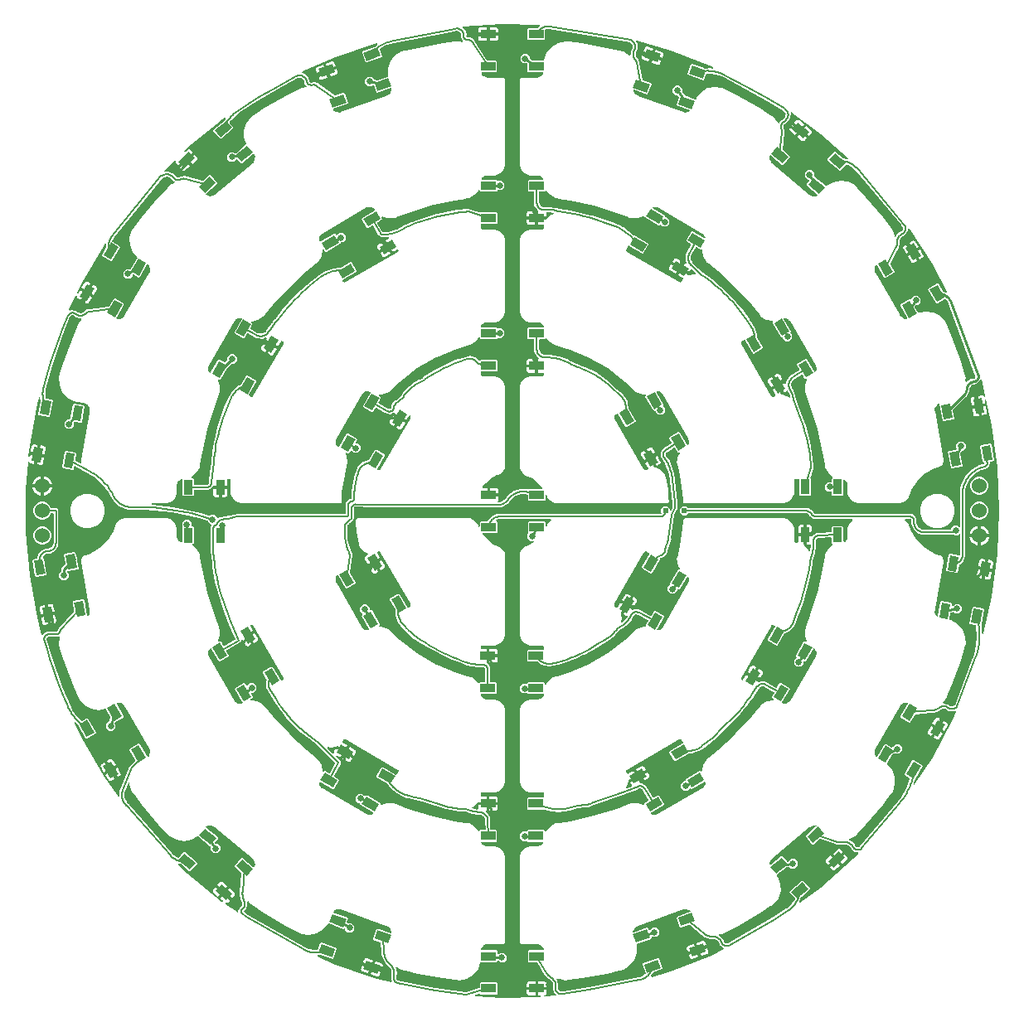
<source format=gtl>
G04 EAGLE Gerber RS-274X export*
G75*
%MOMM*%
%FSLAX34Y34*%
%LPD*%
%INTop Copper*%
%IPPOS*%
%AMOC8*
5,1,8,0,0,1.08239X$1,22.5*%
G01*
%ADD10R,1.500000X0.900000*%
%ADD11R,0.900000X1.500000*%
%ADD12C,1.524000*%
%ADD13C,0.654800*%
%ADD14C,0.200000*%
%ADD15C,0.152400*%
%ADD16C,0.254000*%
%ADD17C,0.406400*%
%ADD18C,0.609600*%

G36*
X449332Y-199736D02*
X449332Y-199736D01*
X449436Y-199739D01*
X449459Y-199733D01*
X449474Y-199732D01*
X449504Y-199721D01*
X449598Y-199697D01*
X451164Y-199112D01*
X451214Y-199083D01*
X451268Y-199064D01*
X451350Y-199005D01*
X451378Y-198989D01*
X451387Y-198979D01*
X451404Y-198967D01*
X451701Y-198702D01*
X451762Y-198626D01*
X451829Y-198554D01*
X451843Y-198526D01*
X451855Y-198511D01*
X451867Y-198479D01*
X451905Y-198404D01*
X470020Y-150736D01*
X470020Y-150735D01*
X470040Y-150682D01*
X470503Y-149463D01*
X470506Y-149447D01*
X470517Y-149423D01*
X472591Y-142899D01*
X472596Y-142867D01*
X472620Y-142776D01*
X474554Y-129243D01*
X474554Y-129242D01*
X474559Y-129075D01*
X473643Y-117538D01*
X473631Y-117493D01*
X473630Y-117446D01*
X473602Y-117374D01*
X473584Y-117300D01*
X473559Y-117260D01*
X473542Y-117216D01*
X473493Y-117157D01*
X473452Y-117092D01*
X473416Y-117063D01*
X473386Y-117026D01*
X473321Y-116986D01*
X473261Y-116937D01*
X473217Y-116921D01*
X473177Y-116896D01*
X473049Y-116859D01*
X473030Y-116852D01*
X473024Y-116851D01*
X473016Y-116849D01*
X467574Y-115889D01*
X466850Y-114855D01*
X469674Y-98839D01*
X470708Y-98114D01*
X480816Y-99896D01*
X481540Y-100931D01*
X478957Y-115582D01*
X478957Y-115595D01*
X478953Y-115607D01*
X478948Y-115775D01*
X479697Y-125206D01*
X479699Y-125215D01*
X479698Y-125225D01*
X479728Y-125334D01*
X479755Y-125445D01*
X479760Y-125453D01*
X479763Y-125462D01*
X479826Y-125557D01*
X479887Y-125653D01*
X479895Y-125659D01*
X479900Y-125666D01*
X479990Y-125736D01*
X480079Y-125807D01*
X480087Y-125811D01*
X480095Y-125816D01*
X480202Y-125853D01*
X480309Y-125893D01*
X480318Y-125893D01*
X480327Y-125896D01*
X480440Y-125897D01*
X480555Y-125901D01*
X480564Y-125898D01*
X480573Y-125898D01*
X480681Y-125863D01*
X480790Y-125830D01*
X480798Y-125824D01*
X480807Y-125821D01*
X480898Y-125753D01*
X480991Y-125687D01*
X480996Y-125680D01*
X481004Y-125674D01*
X481069Y-125580D01*
X481136Y-125488D01*
X481138Y-125479D01*
X481144Y-125472D01*
X481198Y-125313D01*
X489676Y-87619D01*
X489678Y-87595D01*
X489688Y-87553D01*
X495504Y-43999D01*
X495503Y-43974D01*
X495510Y-43931D01*
X497454Y-34D01*
X497451Y-10D01*
X497454Y34D01*
X495510Y43931D01*
X495506Y43948D01*
X495507Y43956D01*
X495505Y43967D01*
X495504Y43999D01*
X489688Y87553D01*
X489681Y87576D01*
X489676Y87619D01*
X483876Y113408D01*
X483855Y113461D01*
X483853Y113470D01*
X483848Y113478D01*
X483836Y113506D01*
X483802Y113605D01*
X483791Y113619D01*
X483784Y113636D01*
X483715Y113716D01*
X483651Y113799D01*
X483636Y113809D01*
X483624Y113823D01*
X483533Y113877D01*
X483445Y113935D01*
X483428Y113940D01*
X483413Y113949D01*
X483309Y113971D01*
X483208Y113998D01*
X483190Y113997D01*
X483172Y114001D01*
X483067Y113989D01*
X482962Y113983D01*
X482946Y113976D01*
X482928Y113974D01*
X482832Y113929D01*
X482735Y113889D01*
X482721Y113878D01*
X482705Y113870D01*
X482628Y113798D01*
X482549Y113729D01*
X482540Y113713D01*
X482527Y113701D01*
X482477Y113607D01*
X482424Y113517D01*
X482420Y113499D01*
X482412Y113483D01*
X482395Y113379D01*
X482373Y113276D01*
X482374Y113254D01*
X482372Y113241D01*
X482379Y113175D01*
X482384Y113109D01*
X482964Y109816D01*
X477530Y108857D01*
X476051Y117246D01*
X479312Y117821D01*
X479979Y117762D01*
X480608Y117534D01*
X481155Y117150D01*
X481585Y116637D01*
X481627Y116548D01*
X481651Y116514D01*
X481666Y116475D01*
X481719Y116413D01*
X481766Y116345D01*
X481799Y116320D01*
X481826Y116288D01*
X481896Y116246D01*
X481962Y116197D01*
X482001Y116184D01*
X482037Y116162D01*
X482117Y116145D01*
X482195Y116119D01*
X482237Y116119D01*
X482278Y116110D01*
X482359Y116119D01*
X482441Y116119D01*
X482481Y116132D01*
X482522Y116137D01*
X482596Y116172D01*
X482674Y116198D01*
X482707Y116223D01*
X482745Y116241D01*
X482805Y116297D01*
X482870Y116347D01*
X482893Y116381D01*
X482924Y116410D01*
X482962Y116483D01*
X483008Y116550D01*
X483019Y116591D01*
X483039Y116628D01*
X483052Y116709D01*
X483074Y116787D01*
X483071Y116829D01*
X483078Y116870D01*
X483061Y117025D01*
X483061Y117033D01*
X483060Y117035D01*
X483060Y117037D01*
X480034Y130489D01*
X480025Y130511D01*
X480016Y130554D01*
X479049Y133576D01*
X479015Y133644D01*
X478989Y133715D01*
X478959Y133752D01*
X478937Y133795D01*
X478883Y133848D01*
X478835Y133908D01*
X478796Y133933D01*
X478762Y133967D01*
X478693Y134000D01*
X478629Y134041D01*
X478583Y134053D01*
X478540Y134074D01*
X478464Y134083D01*
X478391Y134102D01*
X478343Y134098D01*
X478296Y134104D01*
X478221Y134089D01*
X478145Y134084D01*
X478102Y134065D01*
X478055Y134056D01*
X477989Y134018D01*
X477919Y133988D01*
X477883Y133956D01*
X477842Y133933D01*
X477792Y133876D01*
X477734Y133825D01*
X477700Y133771D01*
X477679Y133748D01*
X477669Y133724D01*
X477643Y133684D01*
X476725Y131847D01*
X473379Y129480D01*
X472808Y129409D01*
X472807Y129409D01*
X471520Y129249D01*
X471520Y129248D01*
X471346Y129227D01*
X471318Y129219D01*
X471263Y129212D01*
X470300Y128982D01*
X470261Y128966D01*
X470220Y128958D01*
X470081Y128890D01*
X470073Y128887D01*
X470072Y128886D01*
X470069Y128884D01*
X468406Y127830D01*
X468343Y127774D01*
X468275Y127725D01*
X468242Y127685D01*
X468222Y127666D01*
X468207Y127641D01*
X468170Y127594D01*
X467116Y125931D01*
X467099Y125892D01*
X467075Y125858D01*
X467023Y125713D01*
X467019Y125705D01*
X467019Y125703D01*
X467018Y125700D01*
X466788Y124737D01*
X466786Y124708D01*
X466773Y124654D01*
X466683Y123931D01*
X466683Y123930D01*
X466429Y121895D01*
X463942Y116920D01*
X463001Y116012D01*
X449901Y103370D01*
X449876Y103337D01*
X449845Y103310D01*
X449803Y103239D01*
X449754Y103173D01*
X449741Y103134D01*
X449720Y103098D01*
X449703Y103017D01*
X449677Y102939D01*
X449678Y102898D01*
X449669Y102857D01*
X449679Y102699D01*
X449679Y102693D01*
X449680Y102692D01*
X449680Y102690D01*
X451141Y94401D01*
X450417Y93366D01*
X440310Y91584D01*
X439275Y92308D01*
X436424Y108476D01*
X436432Y108515D01*
X436429Y108541D01*
X436432Y108567D01*
X436413Y108662D01*
X436400Y108759D01*
X436388Y108782D01*
X436383Y108808D01*
X436334Y108892D01*
X436291Y108980D01*
X436273Y108998D01*
X436260Y109021D01*
X436187Y109085D01*
X436118Y109154D01*
X436095Y109166D01*
X436075Y109183D01*
X435985Y109221D01*
X435898Y109264D01*
X435872Y109268D01*
X435848Y109278D01*
X435751Y109285D01*
X435655Y109299D01*
X435629Y109294D01*
X435603Y109296D01*
X435509Y109272D01*
X435413Y109254D01*
X435383Y109239D01*
X435365Y109235D01*
X435337Y109217D01*
X435262Y109180D01*
X433785Y108239D01*
X433736Y108195D01*
X433681Y108159D01*
X433626Y108097D01*
X433602Y108075D01*
X433592Y108058D01*
X433570Y108033D01*
X432072Y105894D01*
X432044Y105835D01*
X432007Y105781D01*
X431980Y105702D01*
X431966Y105672D01*
X431963Y105653D01*
X431953Y105622D01*
X431388Y103073D01*
X431386Y103044D01*
X431378Y103017D01*
X431372Y102850D01*
X431472Y101542D01*
X431478Y101516D01*
X431481Y101468D01*
X440164Y52227D01*
X440165Y52224D01*
X440165Y52220D01*
X440189Y52093D01*
X440191Y52088D01*
X440191Y52079D01*
X440217Y51953D01*
X440218Y51950D01*
X440219Y51946D01*
X440517Y50568D01*
X439726Y47864D01*
X437739Y45865D01*
X437153Y45689D01*
X436389Y45460D01*
X436374Y45453D01*
X436347Y45446D01*
X431195Y43568D01*
X431168Y43553D01*
X431074Y43511D01*
X421605Y38015D01*
X421601Y38011D01*
X421596Y38009D01*
X421462Y37908D01*
X413533Y30358D01*
X413530Y30353D01*
X413526Y30350D01*
X413420Y30220D01*
X407467Y21032D01*
X407454Y21003D01*
X407404Y20913D01*
X405276Y15860D01*
X405272Y15843D01*
X405260Y15818D01*
X405045Y15210D01*
X404390Y13357D01*
X400830Y9537D01*
X396042Y7454D01*
X393691Y7454D01*
X352505Y7454D01*
X347893Y9364D01*
X344364Y12893D01*
X342454Y17505D01*
X342454Y26500D01*
X342449Y26531D01*
X342448Y26599D01*
X342271Y27943D01*
X342252Y28006D01*
X342243Y28071D01*
X342209Y28147D01*
X342200Y28179D01*
X342188Y28195D01*
X342175Y28225D01*
X340831Y30553D01*
X340759Y30641D01*
X340688Y30732D01*
X340680Y30738D01*
X340675Y30743D01*
X340657Y30755D01*
X340553Y30831D01*
X339267Y31574D01*
X339178Y31607D01*
X339091Y31648D01*
X339063Y31651D01*
X339037Y31661D01*
X338941Y31664D01*
X338847Y31675D01*
X338819Y31669D01*
X338791Y31670D01*
X338699Y31643D01*
X338606Y31622D01*
X338582Y31608D01*
X338555Y31600D01*
X338477Y31545D01*
X338395Y31496D01*
X338377Y31475D01*
X338354Y31459D01*
X338297Y31382D01*
X338235Y31309D01*
X338225Y31283D01*
X338208Y31260D01*
X338179Y31170D01*
X338143Y31081D01*
X338139Y31046D01*
X338133Y31026D01*
X338133Y30993D01*
X338125Y30915D01*
X338125Y16268D01*
X337232Y15375D01*
X326968Y15375D01*
X326075Y16268D01*
X326075Y18940D01*
X326072Y18960D01*
X326074Y18979D01*
X326052Y19081D01*
X326036Y19183D01*
X326026Y19200D01*
X326022Y19220D01*
X325969Y19309D01*
X325920Y19400D01*
X325906Y19414D01*
X325896Y19431D01*
X325817Y19498D01*
X325742Y19570D01*
X325724Y19578D01*
X325709Y19591D01*
X325613Y19630D01*
X325519Y19673D01*
X325499Y19675D01*
X325481Y19683D01*
X325314Y19701D01*
X322012Y19701D01*
X319201Y22512D01*
X319201Y26488D01*
X322012Y29299D01*
X325314Y29299D01*
X325334Y29302D01*
X325353Y29300D01*
X325455Y29322D01*
X325557Y29338D01*
X325574Y29348D01*
X325594Y29352D01*
X325683Y29405D01*
X325774Y29454D01*
X325788Y29468D01*
X325805Y29478D01*
X325872Y29557D01*
X325944Y29632D01*
X325952Y29650D01*
X325965Y29665D01*
X326004Y29761D01*
X326047Y29855D01*
X326049Y29875D01*
X326057Y29893D01*
X326075Y30060D01*
X326075Y32532D01*
X327171Y33627D01*
X327199Y33667D01*
X327234Y33699D01*
X327271Y33766D01*
X327315Y33827D01*
X327329Y33873D01*
X327352Y33915D01*
X327365Y33990D01*
X327387Y34062D01*
X327386Y34110D01*
X327394Y34158D01*
X327383Y34233D01*
X327381Y34308D01*
X327364Y34353D01*
X327357Y34401D01*
X327322Y34468D01*
X327296Y34539D01*
X327266Y34577D01*
X327244Y34619D01*
X327157Y34714D01*
X327143Y34731D01*
X327137Y34735D01*
X327130Y34742D01*
X322456Y38773D01*
X319412Y44299D01*
X319150Y46065D01*
X318948Y47420D01*
X318947Y47425D01*
X318946Y47434D01*
X316915Y59510D01*
X316910Y59526D01*
X316907Y59553D01*
X311474Y83429D01*
X311466Y83449D01*
X311459Y83485D01*
X304226Y106879D01*
X304218Y106894D01*
X304212Y106920D01*
X299933Y118394D01*
X299930Y118399D01*
X299927Y118407D01*
X299425Y119681D01*
X299424Y119682D01*
X298769Y121342D01*
X298642Y127650D01*
X300756Y133711D01*
X300773Y133809D01*
X300796Y133906D01*
X300794Y133930D01*
X300798Y133954D01*
X300783Y134052D01*
X300774Y134151D01*
X300765Y134173D01*
X300761Y134197D01*
X300716Y134285D01*
X300676Y134376D01*
X300659Y134394D01*
X300648Y134415D01*
X300577Y134485D01*
X300510Y134558D01*
X300489Y134570D01*
X300472Y134587D01*
X300382Y134630D01*
X300295Y134678D01*
X300272Y134682D01*
X300250Y134693D01*
X300151Y134705D01*
X300053Y134723D01*
X300030Y134720D01*
X300006Y134723D01*
X299908Y134703D01*
X299810Y134689D01*
X299783Y134677D01*
X299765Y134673D01*
X299737Y134656D01*
X299718Y134648D01*
X298488Y134978D01*
X296245Y138863D01*
X296220Y138893D01*
X296202Y138929D01*
X296142Y138988D01*
X296089Y139053D01*
X296055Y139074D01*
X296027Y139102D01*
X295952Y139139D01*
X295881Y139184D01*
X295842Y139193D01*
X295806Y139210D01*
X295723Y139221D01*
X295642Y139241D01*
X295602Y139238D01*
X295562Y139243D01*
X295480Y139227D01*
X295397Y139219D01*
X295360Y139203D01*
X295321Y139196D01*
X295172Y139121D01*
X295171Y139121D01*
X295171Y139120D01*
X289017Y135124D01*
X288099Y134528D01*
X287875Y134383D01*
X287854Y134363D01*
X287829Y134350D01*
X287818Y134339D01*
X287798Y134325D01*
X286632Y133338D01*
X286593Y133292D01*
X286546Y133253D01*
X286494Y133176D01*
X286472Y133151D01*
X286466Y133136D01*
X286452Y133115D01*
X285029Y130439D01*
X284995Y130336D01*
X284956Y130235D01*
X284954Y130217D01*
X284950Y130206D01*
X284950Y130176D01*
X284940Y130068D01*
X284993Y127039D01*
X285004Y126979D01*
X285005Y126918D01*
X285032Y126828D01*
X285037Y126797D01*
X285045Y126783D01*
X285053Y126757D01*
X285643Y125349D01*
X285660Y125322D01*
X285686Y125263D01*
X287212Y122621D01*
X289142Y116831D01*
X289459Y114198D01*
X289461Y114191D01*
X289461Y114182D01*
X289503Y114020D01*
X295880Y97166D01*
X296080Y96638D01*
X296843Y94620D01*
X299467Y87685D01*
X304040Y70739D01*
X306930Y53426D01*
X307471Y45390D01*
X307489Y45311D01*
X307498Y45232D01*
X307518Y45183D01*
X307524Y45159D01*
X307525Y45156D01*
X307526Y45151D01*
X307541Y45126D01*
X307562Y45076D01*
X307717Y44792D01*
X307587Y44351D01*
X307581Y44301D01*
X307566Y44253D01*
X307560Y44132D01*
X307557Y44107D01*
X307559Y44098D01*
X307558Y44085D01*
X307589Y43626D01*
X307376Y43382D01*
X307334Y43314D01*
X307284Y43251D01*
X307262Y43198D01*
X307247Y43174D01*
X307240Y43146D01*
X307219Y43096D01*
X304474Y33743D01*
X304464Y33667D01*
X304446Y33593D01*
X304449Y33546D01*
X304444Y33499D01*
X304459Y33424D01*
X304465Y33348D01*
X304483Y33304D01*
X304493Y33258D01*
X304531Y33192D01*
X304561Y33121D01*
X304601Y33072D01*
X304616Y33045D01*
X304636Y33028D01*
X304666Y32990D01*
X305125Y32532D01*
X305125Y16268D01*
X304232Y15375D01*
X293968Y15375D01*
X293075Y16268D01*
X293075Y31693D01*
X293072Y31713D01*
X293074Y31733D01*
X293052Y31833D01*
X293036Y31936D01*
X293026Y31953D01*
X293022Y31973D01*
X292969Y32062D01*
X292920Y32153D01*
X292906Y32167D01*
X292896Y32184D01*
X292817Y32251D01*
X292742Y32323D01*
X292724Y32331D01*
X292709Y32344D01*
X292613Y32383D01*
X292519Y32426D01*
X292499Y32428D01*
X292481Y32436D01*
X292314Y32454D01*
X290576Y32454D01*
X290575Y32454D01*
X289000Y32454D01*
X288969Y32449D01*
X288901Y32448D01*
X288721Y32424D01*
X288659Y32405D01*
X288594Y32396D01*
X288517Y32363D01*
X288486Y32353D01*
X288470Y32342D01*
X288440Y32329D01*
X288129Y32149D01*
X288040Y32076D01*
X287950Y32006D01*
X287944Y31998D01*
X287939Y31994D01*
X287927Y31975D01*
X287851Y31871D01*
X287671Y31560D01*
X287648Y31499D01*
X287616Y31442D01*
X287596Y31361D01*
X287584Y31330D01*
X287584Y31310D01*
X287576Y31279D01*
X287552Y31099D01*
X287553Y31068D01*
X287546Y31000D01*
X287546Y17505D01*
X285636Y12893D01*
X282107Y9364D01*
X277495Y7454D01*
X177311Y7454D01*
X177295Y7452D01*
X177268Y7453D01*
X176245Y7395D01*
X176215Y7403D01*
X175484Y8134D01*
X175471Y8143D01*
X175453Y8163D01*
X174689Y8846D01*
X174672Y8873D01*
X174672Y9878D01*
X174669Y9900D01*
X174670Y9940D01*
X173947Y18750D01*
X173941Y18771D01*
X173940Y18808D01*
X171128Y36386D01*
X171121Y36406D01*
X171117Y36443D01*
X169041Y45101D01*
X169040Y45103D01*
X169040Y45105D01*
X169037Y45111D01*
X169036Y45120D01*
X169029Y45145D01*
X168033Y48876D01*
X169388Y56531D01*
X170921Y58718D01*
X170956Y58791D01*
X170999Y58859D01*
X171009Y58901D01*
X171027Y58939D01*
X171038Y59020D01*
X171056Y59099D01*
X171053Y59141D01*
X171058Y59183D01*
X171042Y59263D01*
X171035Y59344D01*
X171018Y59383D01*
X171009Y59424D01*
X170968Y59495D01*
X170936Y59569D01*
X170907Y59600D01*
X170886Y59637D01*
X170825Y59691D01*
X170770Y59751D01*
X170733Y59772D01*
X170701Y59800D01*
X170626Y59831D01*
X170556Y59871D01*
X170514Y59878D01*
X170474Y59895D01*
X170393Y59901D01*
X170314Y59916D01*
X170272Y59910D01*
X170229Y59913D01*
X170150Y59892D01*
X170070Y59881D01*
X170019Y59859D01*
X169991Y59851D01*
X169967Y59836D01*
X169917Y59814D01*
X169808Y59751D01*
X168588Y60078D01*
X166258Y64113D01*
X166239Y64137D01*
X166226Y64164D01*
X166198Y64193D01*
X166194Y64200D01*
X166180Y64212D01*
X166161Y64231D01*
X166102Y64303D01*
X166076Y64320D01*
X166055Y64341D01*
X165973Y64385D01*
X165894Y64434D01*
X165864Y64441D01*
X165837Y64455D01*
X165745Y64470D01*
X165655Y64492D01*
X165624Y64489D01*
X165594Y64494D01*
X165502Y64478D01*
X165410Y64470D01*
X165382Y64458D01*
X165352Y64453D01*
X165200Y64381D01*
X158981Y60561D01*
X157821Y59849D01*
X157797Y59828D01*
X157737Y59788D01*
X157329Y59453D01*
X157281Y59398D01*
X157226Y59351D01*
X157187Y59292D01*
X157166Y59268D01*
X157157Y59246D01*
X157134Y59211D01*
X156658Y58279D01*
X156658Y58277D01*
X156657Y58276D01*
X156620Y58159D01*
X156584Y58044D01*
X156584Y58043D01*
X156583Y58042D01*
X156578Y57874D01*
X156658Y56831D01*
X156675Y56761D01*
X156683Y56689D01*
X156709Y56623D01*
X156716Y56592D01*
X156729Y56572D01*
X156744Y56533D01*
X156992Y56066D01*
X157010Y56043D01*
X157021Y56016D01*
X157036Y55998D01*
X157047Y55978D01*
X157137Y55854D01*
X157844Y54874D01*
X160903Y50635D01*
X165471Y38275D01*
X166013Y31750D01*
X166015Y31743D01*
X166014Y31731D01*
X168509Y8786D01*
X168364Y8606D01*
X168350Y8582D01*
X168334Y8565D01*
X168323Y8541D01*
X168300Y8513D01*
X168276Y8450D01*
X168243Y8392D01*
X168235Y8351D01*
X168231Y8342D01*
X168229Y8329D01*
X168212Y8284D01*
X168202Y8181D01*
X168196Y8150D01*
X168198Y8137D01*
X168196Y8117D01*
X168278Y3055D01*
X168286Y3011D01*
X168285Y2967D01*
X168319Y2828D01*
X168322Y2813D01*
X168323Y2810D01*
X168325Y2804D01*
X168473Y2402D01*
X168368Y2173D01*
X168345Y2090D01*
X168313Y2009D01*
X168309Y1961D01*
X168302Y1936D01*
X168304Y1905D01*
X168298Y1842D01*
X168302Y1590D01*
X168003Y1282D01*
X167978Y1245D01*
X167946Y1215D01*
X167872Y1092D01*
X167863Y1080D01*
X167862Y1076D01*
X167859Y1071D01*
X165610Y-3802D01*
X165602Y-3829D01*
X165589Y-3853D01*
X165547Y-4016D01*
X162140Y-28353D01*
X162140Y-28372D01*
X162136Y-28390D01*
X162143Y-28494D01*
X162146Y-28598D01*
X162152Y-28616D01*
X162154Y-28635D01*
X162210Y-28793D01*
X162227Y-28828D01*
X161990Y-29520D01*
X161986Y-29547D01*
X161957Y-29661D01*
X161855Y-30386D01*
X161849Y-30391D01*
X161831Y-30409D01*
X161809Y-30423D01*
X161746Y-30498D01*
X161679Y-30569D01*
X161668Y-30592D01*
X161651Y-30612D01*
X161583Y-30765D01*
X160071Y-35443D01*
X160069Y-35453D01*
X160063Y-35468D01*
X159966Y-35810D01*
X159965Y-35810D01*
X159313Y-38094D01*
X159095Y-38855D01*
X158443Y-41139D01*
X158442Y-41145D01*
X158439Y-41152D01*
X158421Y-41219D01*
X158088Y-42467D01*
X158087Y-42467D01*
X157823Y-43456D01*
X154632Y-47002D01*
X153675Y-47369D01*
X153675Y-47370D01*
X153668Y-47372D01*
X153257Y-47530D01*
X153256Y-47530D01*
X152405Y-47857D01*
X152385Y-47869D01*
X152348Y-47882D01*
X151265Y-48401D01*
X151205Y-48443D01*
X151141Y-48476D01*
X151105Y-48513D01*
X151063Y-48542D01*
X151020Y-48601D01*
X150969Y-48653D01*
X150947Y-48699D01*
X150917Y-48740D01*
X150894Y-48809D01*
X150863Y-48875D01*
X150857Y-48925D01*
X150841Y-48974D01*
X150842Y-49047D01*
X150833Y-49119D01*
X150844Y-49188D01*
X150844Y-49220D01*
X150852Y-49243D01*
X150859Y-49285D01*
X150944Y-49603D01*
X142812Y-63687D01*
X141592Y-64014D01*
X132704Y-58882D01*
X132377Y-57662D01*
X140098Y-44290D01*
X140105Y-44271D01*
X140117Y-44255D01*
X140148Y-44156D01*
X140185Y-44059D01*
X140186Y-44040D01*
X140192Y-44021D01*
X140190Y-43917D01*
X140194Y-43814D01*
X140188Y-43795D01*
X140188Y-43775D01*
X140153Y-43677D01*
X140124Y-43578D01*
X140113Y-43561D01*
X140106Y-43543D01*
X140042Y-43461D01*
X139983Y-43377D01*
X139967Y-43365D01*
X139954Y-43349D01*
X139819Y-43250D01*
X139062Y-42813D01*
X139061Y-42812D01*
X137843Y-42109D01*
X137470Y-41894D01*
X137441Y-41882D01*
X137381Y-41850D01*
X136973Y-41681D01*
X136909Y-41666D01*
X136849Y-41641D01*
X136766Y-41632D01*
X136734Y-41624D01*
X136714Y-41626D01*
X136682Y-41623D01*
X135805Y-41623D01*
X135692Y-41641D01*
X135578Y-41657D01*
X135569Y-41661D01*
X135563Y-41662D01*
X135543Y-41673D01*
X135425Y-41725D01*
X134666Y-42163D01*
X134615Y-42204D01*
X134559Y-42238D01*
X134501Y-42298D01*
X134475Y-42319D01*
X134465Y-42335D01*
X134442Y-42359D01*
X134173Y-42709D01*
X134158Y-42737D01*
X134118Y-42792D01*
X104254Y-94518D01*
X104118Y-94754D01*
X104107Y-94783D01*
X104074Y-94843D01*
X103905Y-95251D01*
X103890Y-95315D01*
X103865Y-95376D01*
X103856Y-95459D01*
X103849Y-95491D01*
X103851Y-95510D01*
X103847Y-95543D01*
X103847Y-96419D01*
X103866Y-96532D01*
X103882Y-96646D01*
X103886Y-96655D01*
X103887Y-96662D01*
X103897Y-96681D01*
X103949Y-96800D01*
X104387Y-97559D01*
X104429Y-97609D01*
X104462Y-97666D01*
X104522Y-97723D01*
X104543Y-97749D01*
X104559Y-97759D01*
X104583Y-97782D01*
X104934Y-98051D01*
X104962Y-98066D01*
X105016Y-98106D01*
X106202Y-98791D01*
X106203Y-98791D01*
X106485Y-98954D01*
X106504Y-98961D01*
X106520Y-98973D01*
X106618Y-99005D01*
X106715Y-99041D01*
X106735Y-99042D01*
X106754Y-99048D01*
X106858Y-99046D01*
X106961Y-99050D01*
X106980Y-99045D01*
X107000Y-99044D01*
X107098Y-99010D01*
X107197Y-98980D01*
X107213Y-98969D01*
X107232Y-98962D01*
X107314Y-98898D01*
X107398Y-98839D01*
X107410Y-98823D01*
X107426Y-98811D01*
X107525Y-98676D01*
X110302Y-93866D01*
X115080Y-96625D01*
X111012Y-103671D01*
X110981Y-103753D01*
X110943Y-103831D01*
X110938Y-103867D01*
X110925Y-103901D01*
X110922Y-103988D01*
X110911Y-104075D01*
X110917Y-104110D01*
X110916Y-104146D01*
X110941Y-104231D01*
X110958Y-104317D01*
X110979Y-104358D01*
X110986Y-104382D01*
X111004Y-104408D01*
X111033Y-104466D01*
X111303Y-104880D01*
X111943Y-110856D01*
X111095Y-113087D01*
X111093Y-113098D01*
X111087Y-113108D01*
X111068Y-113218D01*
X111046Y-113328D01*
X111047Y-113339D01*
X111045Y-113351D01*
X111062Y-113461D01*
X111076Y-113572D01*
X111081Y-113582D01*
X111083Y-113594D01*
X111134Y-113693D01*
X111183Y-113793D01*
X111191Y-113802D01*
X111196Y-113812D01*
X111276Y-113889D01*
X111354Y-113970D01*
X111365Y-113975D01*
X111373Y-113983D01*
X111474Y-114031D01*
X111573Y-114082D01*
X111585Y-114084D01*
X111595Y-114089D01*
X111706Y-114102D01*
X111816Y-114118D01*
X111828Y-114116D01*
X111840Y-114118D01*
X111949Y-114095D01*
X112059Y-114075D01*
X112069Y-114070D01*
X112080Y-114067D01*
X112229Y-113990D01*
X112874Y-113560D01*
X112881Y-113553D01*
X112890Y-113549D01*
X113015Y-113437D01*
X117109Y-108913D01*
X117114Y-108905D01*
X117122Y-108898D01*
X117216Y-108760D01*
X117391Y-108431D01*
X117425Y-108331D01*
X117464Y-108232D01*
X117465Y-108215D01*
X117470Y-108198D01*
X117471Y-108092D01*
X117476Y-107987D01*
X117471Y-107970D01*
X117471Y-107952D01*
X117437Y-107852D01*
X117408Y-107750D01*
X117398Y-107736D01*
X117393Y-107719D01*
X117329Y-107635D01*
X117269Y-107547D01*
X117255Y-107537D01*
X117245Y-107523D01*
X117157Y-107463D01*
X117073Y-107399D01*
X117053Y-107392D01*
X117042Y-107384D01*
X117012Y-107375D01*
X116916Y-107338D01*
X116327Y-107180D01*
X113459Y-105525D01*
X117718Y-98148D01*
X122731Y-101042D01*
X122826Y-101078D01*
X122919Y-101120D01*
X122941Y-101122D01*
X122961Y-101129D01*
X123063Y-101133D01*
X123164Y-101143D01*
X123185Y-101138D01*
X123207Y-101138D01*
X123304Y-101110D01*
X123403Y-101086D01*
X123427Y-101073D01*
X123443Y-101069D01*
X123469Y-101050D01*
X123550Y-101005D01*
X123641Y-100941D01*
X128517Y-100627D01*
X130678Y-101767D01*
X131882Y-102402D01*
X141022Y-107224D01*
X141027Y-107226D01*
X141031Y-107229D01*
X141144Y-107265D01*
X141255Y-107302D01*
X141261Y-107302D01*
X141266Y-107304D01*
X141384Y-107302D01*
X141501Y-107302D01*
X141506Y-107300D01*
X141512Y-107300D01*
X141623Y-107261D01*
X141734Y-107223D01*
X141739Y-107220D01*
X141744Y-107218D01*
X141837Y-107145D01*
X141930Y-107074D01*
X141933Y-107070D01*
X141937Y-107067D01*
X142037Y-106932D01*
X144588Y-102513D01*
X145808Y-102186D01*
X154696Y-107318D01*
X155023Y-108538D01*
X147923Y-120835D01*
X147889Y-120924D01*
X147849Y-121011D01*
X147846Y-121039D01*
X147836Y-121065D01*
X147832Y-121161D01*
X147822Y-121255D01*
X147828Y-121283D01*
X147827Y-121311D01*
X147854Y-121403D01*
X147874Y-121496D01*
X147889Y-121520D01*
X147897Y-121547D01*
X147951Y-121625D01*
X148000Y-121707D01*
X148022Y-121725D01*
X148038Y-121748D01*
X148115Y-121805D01*
X148187Y-121867D01*
X148214Y-121877D01*
X148236Y-121894D01*
X148327Y-121923D01*
X148415Y-121959D01*
X148451Y-121962D01*
X148470Y-121969D01*
X148503Y-121968D01*
X148582Y-121977D01*
X149608Y-121977D01*
X149721Y-121958D01*
X149835Y-121942D01*
X149844Y-121938D01*
X149851Y-121937D01*
X149870Y-121927D01*
X149988Y-121875D01*
X152316Y-120531D01*
X152367Y-120489D01*
X152424Y-120456D01*
X152481Y-120396D01*
X152507Y-120375D01*
X152517Y-120359D01*
X152540Y-120335D01*
X153365Y-119260D01*
X153380Y-119232D01*
X153420Y-119177D01*
X153958Y-118246D01*
X153958Y-118245D01*
X154105Y-117990D01*
X179808Y-73472D01*
X179920Y-73277D01*
X179931Y-73248D01*
X179964Y-73188D01*
X180483Y-71936D01*
X180498Y-71872D01*
X180523Y-71811D01*
X180532Y-71728D01*
X180539Y-71696D01*
X180537Y-71677D01*
X180541Y-71644D01*
X180541Y-68956D01*
X180523Y-68844D01*
X180506Y-68729D01*
X180502Y-68720D01*
X180501Y-68714D01*
X180491Y-68694D01*
X180439Y-68576D01*
X179926Y-67687D01*
X179866Y-67614D01*
X179811Y-67536D01*
X179788Y-67519D01*
X179771Y-67497D01*
X179690Y-67446D01*
X179613Y-67390D01*
X179586Y-67381D01*
X179562Y-67366D01*
X179470Y-67344D01*
X179379Y-67315D01*
X179350Y-67315D01*
X179323Y-67309D01*
X179228Y-67317D01*
X179133Y-67319D01*
X179106Y-67328D01*
X179078Y-67331D01*
X178991Y-67369D01*
X178901Y-67401D01*
X178879Y-67418D01*
X178853Y-67429D01*
X178782Y-67493D01*
X178707Y-67552D01*
X178686Y-67581D01*
X178671Y-67595D01*
X178655Y-67624D01*
X178608Y-67687D01*
X171391Y-80187D01*
X170171Y-80514D01*
X169441Y-80092D01*
X169351Y-80058D01*
X169265Y-80018D01*
X169237Y-80015D01*
X169211Y-80005D01*
X169115Y-80002D01*
X169021Y-79991D01*
X168993Y-79997D01*
X168965Y-79996D01*
X168873Y-80023D01*
X168780Y-80043D01*
X168756Y-80058D01*
X168729Y-80066D01*
X168651Y-80121D01*
X168569Y-80170D01*
X168551Y-80191D01*
X168528Y-80207D01*
X168471Y-80284D01*
X168409Y-80356D01*
X168399Y-80383D01*
X168382Y-80405D01*
X168353Y-80496D01*
X168317Y-80585D01*
X168313Y-80620D01*
X168307Y-80640D01*
X168307Y-80673D01*
X168299Y-80751D01*
X168299Y-81988D01*
X165488Y-84799D01*
X161512Y-84799D01*
X158701Y-81988D01*
X158701Y-78012D01*
X160982Y-75731D01*
X161022Y-75676D01*
X161069Y-75628D01*
X161093Y-75577D01*
X161126Y-75531D01*
X161146Y-75467D01*
X161175Y-75406D01*
X161182Y-75350D01*
X161198Y-75296D01*
X161197Y-75229D01*
X161205Y-75162D01*
X161193Y-75083D01*
X161192Y-75050D01*
X161185Y-75031D01*
X161179Y-74996D01*
X160956Y-74162D01*
X169088Y-60078D01*
X170383Y-59731D01*
X170410Y-59719D01*
X170439Y-59714D01*
X170521Y-59668D01*
X170607Y-59630D01*
X170629Y-59610D01*
X170654Y-59595D01*
X170718Y-59526D01*
X170787Y-59462D01*
X170801Y-59436D01*
X170821Y-59415D01*
X170860Y-59329D01*
X170905Y-59246D01*
X170910Y-59217D01*
X170922Y-59190D01*
X170931Y-59097D01*
X170947Y-59004D01*
X170943Y-58975D01*
X170945Y-58945D01*
X170924Y-58854D01*
X170910Y-58761D01*
X170896Y-58735D01*
X170890Y-58706D01*
X170809Y-58559D01*
X169388Y-56531D01*
X168033Y-48876D01*
X169036Y-45120D01*
X169037Y-45112D01*
X169041Y-45101D01*
X171117Y-36443D01*
X171118Y-36422D01*
X171128Y-36386D01*
X173940Y-18808D01*
X173940Y-18786D01*
X173947Y-18750D01*
X174670Y-9940D01*
X174668Y-9918D01*
X174672Y-9878D01*
X174672Y-8882D01*
X174682Y-8852D01*
X175453Y-8164D01*
X175463Y-8151D01*
X175484Y-8134D01*
X176208Y-7410D01*
X176236Y-7395D01*
X177268Y-7453D01*
X177284Y-7451D01*
X177311Y-7454D01*
X277495Y-7454D01*
X282107Y-9364D01*
X285636Y-12893D01*
X287546Y-17505D01*
X287546Y-31000D01*
X287551Y-31031D01*
X287552Y-31099D01*
X287576Y-31279D01*
X287595Y-31341D01*
X287604Y-31406D01*
X287637Y-31483D01*
X287647Y-31514D01*
X287658Y-31530D01*
X287671Y-31560D01*
X287851Y-31871D01*
X287897Y-31927D01*
X287904Y-31939D01*
X287912Y-31946D01*
X287924Y-31960D01*
X287994Y-32050D01*
X288002Y-32056D01*
X288006Y-32061D01*
X288025Y-32073D01*
X288129Y-32149D01*
X288440Y-32329D01*
X288501Y-32352D01*
X288558Y-32384D01*
X288639Y-32404D01*
X288670Y-32416D01*
X288690Y-32416D01*
X288721Y-32424D01*
X288901Y-32448D01*
X288932Y-32447D01*
X289000Y-32454D01*
X290575Y-32454D01*
X290576Y-32454D01*
X291298Y-32454D01*
X291318Y-32451D01*
X291337Y-32453D01*
X291439Y-32431D01*
X291541Y-32415D01*
X291558Y-32405D01*
X291578Y-32401D01*
X291667Y-32348D01*
X291758Y-32299D01*
X291772Y-32285D01*
X291789Y-32275D01*
X291856Y-32196D01*
X291928Y-32121D01*
X291936Y-32103D01*
X291949Y-32088D01*
X291988Y-31992D01*
X292031Y-31898D01*
X292033Y-31878D01*
X292041Y-31860D01*
X292059Y-31693D01*
X292059Y-26123D01*
X297577Y-26123D01*
X297577Y-34358D01*
X297593Y-34458D01*
X297604Y-34560D01*
X297613Y-34579D01*
X297617Y-34601D01*
X297664Y-34691D01*
X297707Y-34783D01*
X297721Y-34799D01*
X297732Y-34818D01*
X297805Y-34888D01*
X297875Y-34962D01*
X297898Y-34976D01*
X297910Y-34988D01*
X297940Y-35001D01*
X298019Y-35049D01*
X298213Y-35139D01*
X302358Y-40012D01*
X302654Y-41074D01*
X302690Y-41152D01*
X302719Y-41233D01*
X302742Y-41263D01*
X302757Y-41297D01*
X302817Y-41359D01*
X302870Y-41427D01*
X302901Y-41448D01*
X302927Y-41475D01*
X303003Y-41516D01*
X303075Y-41563D01*
X303111Y-41573D01*
X303144Y-41590D01*
X303229Y-41604D01*
X303312Y-41627D01*
X303350Y-41624D01*
X303387Y-41630D01*
X303472Y-41617D01*
X303558Y-41611D01*
X303592Y-41597D01*
X303629Y-41591D01*
X303706Y-41550D01*
X303786Y-41518D01*
X303814Y-41493D01*
X303847Y-41476D01*
X303906Y-41413D01*
X303972Y-41357D01*
X303991Y-41325D01*
X304016Y-41298D01*
X304053Y-41220D01*
X304097Y-41145D01*
X304109Y-41099D01*
X304120Y-41075D01*
X304124Y-41044D01*
X304140Y-40983D01*
X304976Y-35465D01*
X304975Y-35412D01*
X304985Y-35360D01*
X304974Y-35290D01*
X304973Y-35220D01*
X304955Y-35169D01*
X304947Y-35117D01*
X304915Y-35054D01*
X304892Y-34987D01*
X304859Y-34945D01*
X304835Y-34898D01*
X304784Y-34849D01*
X304741Y-34793D01*
X304696Y-34764D01*
X304658Y-34727D01*
X304595Y-34696D01*
X304536Y-34657D01*
X304484Y-34644D01*
X304436Y-34621D01*
X304366Y-34612D01*
X304298Y-34594D01*
X304245Y-34597D01*
X304192Y-34591D01*
X304081Y-34608D01*
X304053Y-34610D01*
X304043Y-34614D01*
X304026Y-34616D01*
X303934Y-34641D01*
X300623Y-34641D01*
X300623Y-26123D01*
X305797Y-26123D01*
X305883Y-26109D01*
X305969Y-26103D01*
X306003Y-26089D01*
X306040Y-26083D01*
X306116Y-26043D01*
X306197Y-26010D01*
X306225Y-25986D01*
X306257Y-25968D01*
X306317Y-25906D01*
X306382Y-25849D01*
X306409Y-25809D01*
X306426Y-25790D01*
X306428Y-25786D01*
X306429Y-25786D01*
X306440Y-25761D01*
X306475Y-25708D01*
X306882Y-24912D01*
X310697Y-22523D01*
X311586Y-22504D01*
X312947Y-22476D01*
X314308Y-22447D01*
X325330Y-22217D01*
X325342Y-22214D01*
X325353Y-22216D01*
X325462Y-22192D01*
X325572Y-22172D01*
X325582Y-22166D01*
X325594Y-22163D01*
X325689Y-22106D01*
X325787Y-22052D01*
X325795Y-22043D01*
X325805Y-22037D01*
X325877Y-21953D01*
X325952Y-21870D01*
X325957Y-21859D01*
X325965Y-21850D01*
X326007Y-21747D01*
X326051Y-21645D01*
X326052Y-21633D01*
X326057Y-21622D01*
X326075Y-21455D01*
X326075Y-16468D01*
X326968Y-15575D01*
X337232Y-15575D01*
X338125Y-16468D01*
X338125Y-30915D01*
X338140Y-31009D01*
X338149Y-31104D01*
X338160Y-31129D01*
X338164Y-31157D01*
X338209Y-31241D01*
X338247Y-31329D01*
X338266Y-31350D01*
X338280Y-31375D01*
X338349Y-31440D01*
X338413Y-31511D01*
X338437Y-31525D01*
X338458Y-31544D01*
X338544Y-31584D01*
X338628Y-31631D01*
X338655Y-31636D01*
X338681Y-31648D01*
X338776Y-31658D01*
X338869Y-31676D01*
X338897Y-31672D01*
X338925Y-31675D01*
X339019Y-31655D01*
X339113Y-31641D01*
X339145Y-31627D01*
X339166Y-31623D01*
X339194Y-31606D01*
X339267Y-31574D01*
X340553Y-30831D01*
X340641Y-30759D01*
X340732Y-30688D01*
X340738Y-30680D01*
X340743Y-30675D01*
X340755Y-30657D01*
X340831Y-30553D01*
X342175Y-28225D01*
X342198Y-28163D01*
X342231Y-28106D01*
X342251Y-28025D01*
X342262Y-27995D01*
X342263Y-27975D01*
X342271Y-27943D01*
X342448Y-26599D01*
X342447Y-26568D01*
X342454Y-26500D01*
X342454Y-17505D01*
X344364Y-12893D01*
X347433Y-9824D01*
X347475Y-9766D01*
X347525Y-9714D01*
X347547Y-9667D01*
X347577Y-9625D01*
X347598Y-9556D01*
X347628Y-9491D01*
X347634Y-9439D01*
X347649Y-9389D01*
X347647Y-9318D01*
X347655Y-9247D01*
X347644Y-9196D01*
X347643Y-9144D01*
X347618Y-9076D01*
X347603Y-9006D01*
X347576Y-8961D01*
X347559Y-8913D01*
X347514Y-8857D01*
X347477Y-8795D01*
X347437Y-8761D01*
X347405Y-8721D01*
X347345Y-8682D01*
X347290Y-8635D01*
X347242Y-8616D01*
X347198Y-8588D01*
X347128Y-8570D01*
X347062Y-8543D01*
X346991Y-8535D01*
X346959Y-8527D01*
X346936Y-8529D01*
X346895Y-8525D01*
X311031Y-8525D01*
X311007Y-8529D01*
X310983Y-8526D01*
X310886Y-8548D01*
X310788Y-8564D01*
X310767Y-8576D01*
X310744Y-8581D01*
X310596Y-8661D01*
X310584Y-8670D01*
X309842Y-8537D01*
X309812Y-8536D01*
X309708Y-8525D01*
X308954Y-8525D01*
X308944Y-8514D01*
X308924Y-8500D01*
X308909Y-8482D01*
X308825Y-8429D01*
X308744Y-8371D01*
X308721Y-8364D01*
X308701Y-8351D01*
X308540Y-8303D01*
X307648Y-8144D01*
X304426Y-5995D01*
X304114Y-5511D01*
X303460Y-4495D01*
X303377Y-4367D01*
X303358Y-4345D01*
X303344Y-4319D01*
X303334Y-4309D01*
X303321Y-4290D01*
X302801Y-3669D01*
X302756Y-3630D01*
X302719Y-3585D01*
X302639Y-3529D01*
X302614Y-3508D01*
X302601Y-3502D01*
X302581Y-3489D01*
X301169Y-2719D01*
X301114Y-2699D01*
X301062Y-2671D01*
X300967Y-2648D01*
X300937Y-2637D01*
X300922Y-2637D01*
X300899Y-2632D01*
X300095Y-2531D01*
X300064Y-2532D01*
X300000Y-2525D01*
X179757Y-2525D01*
X179667Y-2539D01*
X179576Y-2547D01*
X179547Y-2559D01*
X179515Y-2564D01*
X179434Y-2607D01*
X179350Y-2643D01*
X179318Y-2669D01*
X179297Y-2680D01*
X179275Y-2703D01*
X179219Y-2748D01*
X177394Y-4573D01*
X173606Y-4573D01*
X170927Y-1894D01*
X170927Y1894D01*
X173606Y4573D01*
X177394Y4573D01*
X179219Y2748D01*
X179293Y2695D01*
X179363Y2635D01*
X179393Y2623D01*
X179419Y2604D01*
X179506Y2577D01*
X179591Y2543D01*
X179632Y2539D01*
X179654Y2532D01*
X179686Y2533D01*
X179757Y2525D01*
X302312Y2525D01*
X306371Y311D01*
X307492Y-1430D01*
X307623Y-1633D01*
X307641Y-1653D01*
X307668Y-1697D01*
X308115Y-2255D01*
X308140Y-2277D01*
X308159Y-2305D01*
X308287Y-2413D01*
X309470Y-3201D01*
X309501Y-3215D01*
X309527Y-3236D01*
X309682Y-3300D01*
X310190Y-3446D01*
X310213Y-3448D01*
X310234Y-3457D01*
X310400Y-3475D01*
X408114Y-3475D01*
X410910Y-5090D01*
X412525Y-7886D01*
X412525Y-11000D01*
X412529Y-11026D01*
X412528Y-11075D01*
X412677Y-12580D01*
X412684Y-12607D01*
X412684Y-12635D01*
X412731Y-12796D01*
X413883Y-15577D01*
X413917Y-15633D01*
X413943Y-15693D01*
X413995Y-15758D01*
X414012Y-15786D01*
X414027Y-15798D01*
X414048Y-15824D01*
X416176Y-17952D01*
X416229Y-17990D01*
X416276Y-18036D01*
X416349Y-18077D01*
X416376Y-18096D01*
X416394Y-18101D01*
X416423Y-18117D01*
X419204Y-19269D01*
X419231Y-19276D01*
X419256Y-19289D01*
X419420Y-19323D01*
X420925Y-19472D01*
X420952Y-19470D01*
X421000Y-19475D01*
X447440Y-19475D01*
X447460Y-19472D01*
X447479Y-19474D01*
X447581Y-19452D01*
X447683Y-19436D01*
X447700Y-19426D01*
X447720Y-19422D01*
X447809Y-19369D01*
X447900Y-19320D01*
X447914Y-19306D01*
X447931Y-19296D01*
X447998Y-19217D01*
X448070Y-19142D01*
X448078Y-19124D01*
X448091Y-19109D01*
X448130Y-19013D01*
X448173Y-18919D01*
X448175Y-18899D01*
X448183Y-18881D01*
X448201Y-18714D01*
X448201Y-18012D01*
X451012Y-15201D01*
X454988Y-15201D01*
X456176Y-16389D01*
X456234Y-16431D01*
X456286Y-16481D01*
X456333Y-16503D01*
X456375Y-16533D01*
X456444Y-16554D01*
X456509Y-16584D01*
X456561Y-16590D01*
X456611Y-16605D01*
X456682Y-16603D01*
X456753Y-16611D01*
X456804Y-16600D01*
X456856Y-16599D01*
X456924Y-16574D01*
X456994Y-16559D01*
X457039Y-16532D01*
X457087Y-16514D01*
X457143Y-16470D01*
X457205Y-16433D01*
X457239Y-16393D01*
X457279Y-16361D01*
X457318Y-16300D01*
X457365Y-16246D01*
X457384Y-16198D01*
X457412Y-16154D01*
X457430Y-16084D01*
X457457Y-16018D01*
X457465Y-15946D01*
X457473Y-15915D01*
X457471Y-15892D01*
X457475Y-15851D01*
X457475Y19883D01*
X457468Y19925D01*
X457471Y19967D01*
X457449Y20045D01*
X457436Y20126D01*
X457416Y20163D01*
X457404Y20204D01*
X457359Y20278D01*
X457469Y21115D01*
X457468Y21147D01*
X457475Y21214D01*
X457475Y22053D01*
X457481Y22058D01*
X457521Y22129D01*
X457568Y22195D01*
X457581Y22235D01*
X457601Y22272D01*
X457638Y22421D01*
X457641Y22430D01*
X457641Y22432D01*
X457641Y22435D01*
X458113Y26044D01*
X462114Y34677D01*
X468513Y41717D01*
X476727Y46519D01*
X480037Y47278D01*
X481248Y47555D01*
X481297Y47575D01*
X481348Y47585D01*
X481410Y47621D01*
X481476Y47648D01*
X481515Y47682D01*
X481561Y47708D01*
X481608Y47762D01*
X481662Y47808D01*
X481689Y47854D01*
X481723Y47893D01*
X481751Y47959D01*
X481787Y48020D01*
X481798Y48072D01*
X481818Y48120D01*
X481824Y48191D01*
X481838Y48261D01*
X481832Y48313D01*
X481836Y48365D01*
X481818Y48434D01*
X481810Y48505D01*
X481788Y48553D01*
X481775Y48604D01*
X481736Y48663D01*
X481706Y48728D01*
X481669Y48766D01*
X481641Y48810D01*
X481555Y48885D01*
X481535Y48905D01*
X481526Y48910D01*
X481515Y48920D01*
X480283Y49783D01*
X477458Y65799D01*
X478183Y66834D01*
X488290Y68616D01*
X489325Y67892D01*
X492149Y51876D01*
X491424Y50841D01*
X488425Y50312D01*
X488348Y50285D01*
X488268Y50267D01*
X488232Y50245D01*
X488193Y50231D01*
X488128Y50180D01*
X488058Y50138D01*
X488032Y50105D01*
X487999Y50080D01*
X487953Y50011D01*
X487901Y49949D01*
X487886Y49909D01*
X487863Y49875D01*
X487842Y49795D01*
X487812Y49719D01*
X487810Y49677D01*
X487799Y49637D01*
X487805Y49555D01*
X487801Y49474D01*
X487813Y49421D01*
X486975Y45736D01*
X484322Y43079D01*
X483818Y42963D01*
X482617Y42688D01*
X482491Y42659D01*
X482472Y42651D01*
X482436Y42644D01*
X478774Y41507D01*
X478772Y41506D01*
X478769Y41506D01*
X478616Y41437D01*
X472016Y37578D01*
X471991Y37558D01*
X471962Y37544D01*
X471837Y37433D01*
X466694Y31776D01*
X466676Y31749D01*
X466653Y31727D01*
X466566Y31584D01*
X463352Y24647D01*
X463351Y24644D01*
X463349Y24642D01*
X463297Y24482D01*
X462541Y20862D01*
X462540Y20845D01*
X462525Y20707D01*
X462525Y-46563D01*
X460649Y-51091D01*
X457184Y-54556D01*
X456517Y-54832D01*
X456474Y-54859D01*
X456426Y-54877D01*
X456370Y-54923D01*
X456308Y-54962D01*
X456276Y-55001D01*
X456236Y-55034D01*
X456198Y-55095D01*
X456151Y-55151D01*
X456133Y-55199D01*
X456106Y-55242D01*
X456073Y-55356D01*
X456063Y-55381D01*
X456063Y-55390D01*
X456059Y-55403D01*
X454726Y-62961D01*
X453691Y-63686D01*
X443584Y-61904D01*
X442860Y-60869D01*
X445684Y-44853D01*
X446719Y-44128D01*
X456484Y-45850D01*
X456533Y-45851D01*
X456581Y-45861D01*
X456656Y-45852D01*
X456730Y-45853D01*
X456777Y-45838D01*
X456826Y-45833D01*
X456893Y-45801D01*
X456965Y-45778D01*
X457004Y-45749D01*
X457048Y-45728D01*
X457102Y-45676D01*
X457162Y-45632D01*
X457190Y-45591D01*
X457226Y-45557D01*
X457260Y-45491D01*
X457303Y-45430D01*
X457317Y-45383D01*
X457340Y-45339D01*
X457365Y-45217D01*
X457372Y-45194D01*
X457372Y-45186D01*
X457374Y-45175D01*
X457472Y-44187D01*
X457470Y-44160D01*
X457475Y-44112D01*
X457475Y-24149D01*
X457464Y-24078D01*
X457462Y-24007D01*
X457444Y-23958D01*
X457436Y-23906D01*
X457402Y-23843D01*
X457377Y-23776D01*
X457345Y-23735D01*
X457320Y-23689D01*
X457268Y-23639D01*
X457224Y-23583D01*
X457180Y-23555D01*
X457142Y-23519D01*
X457077Y-23489D01*
X457017Y-23450D01*
X456966Y-23438D01*
X456919Y-23416D01*
X456848Y-23408D01*
X456778Y-23390D01*
X456726Y-23394D01*
X456675Y-23389D01*
X456604Y-23404D01*
X456533Y-23410D01*
X456485Y-23430D01*
X456434Y-23441D01*
X456373Y-23478D01*
X456307Y-23506D01*
X456251Y-23551D01*
X456223Y-23567D01*
X456208Y-23585D01*
X456176Y-23611D01*
X454988Y-24799D01*
X451012Y-24799D01*
X450961Y-24748D01*
X450887Y-24695D01*
X450818Y-24635D01*
X450788Y-24623D01*
X450762Y-24604D01*
X450674Y-24577D01*
X450590Y-24543D01*
X450549Y-24539D01*
X450527Y-24532D01*
X450494Y-24533D01*
X450423Y-24525D01*
X418310Y-24525D01*
X413339Y-22466D01*
X409534Y-18661D01*
X407475Y-13690D01*
X407475Y-9500D01*
X407470Y-9469D01*
X407469Y-9401D01*
X407461Y-9345D01*
X407443Y-9283D01*
X407433Y-9218D01*
X407400Y-9141D01*
X407390Y-9110D01*
X407379Y-9094D01*
X407366Y-9064D01*
X407311Y-8968D01*
X407266Y-8914D01*
X407246Y-8881D01*
X407224Y-8861D01*
X407167Y-8789D01*
X407159Y-8783D01*
X407155Y-8778D01*
X407136Y-8766D01*
X407032Y-8689D01*
X406936Y-8634D01*
X406875Y-8611D01*
X406818Y-8579D01*
X406737Y-8559D01*
X406706Y-8547D01*
X406687Y-8546D01*
X406655Y-8539D01*
X406599Y-8531D01*
X406568Y-8532D01*
X406500Y-8525D01*
X401637Y-8525D01*
X401579Y-8534D01*
X401521Y-8534D01*
X401458Y-8554D01*
X401394Y-8564D01*
X401342Y-8592D01*
X401287Y-8610D01*
X401234Y-8649D01*
X401176Y-8680D01*
X401136Y-8722D01*
X401089Y-8757D01*
X401052Y-8810D01*
X401007Y-8858D01*
X400982Y-8911D01*
X400949Y-8959D01*
X400931Y-9022D01*
X400903Y-9081D01*
X400897Y-9139D01*
X400881Y-9195D01*
X400884Y-9261D01*
X400876Y-9325D01*
X400889Y-9382D01*
X400891Y-9441D01*
X400915Y-9502D01*
X400929Y-9566D01*
X400959Y-9616D01*
X400979Y-9670D01*
X401038Y-9750D01*
X401055Y-9777D01*
X401066Y-9786D01*
X401080Y-9805D01*
X404390Y-13357D01*
X405011Y-15116D01*
X405260Y-15818D01*
X405268Y-15833D01*
X405276Y-15860D01*
X407404Y-20913D01*
X407421Y-20940D01*
X407467Y-21032D01*
X413420Y-30220D01*
X413423Y-30225D01*
X413426Y-30229D01*
X413533Y-30358D01*
X421462Y-37908D01*
X421467Y-37911D01*
X421470Y-37915D01*
X421605Y-38015D01*
X431074Y-43511D01*
X431103Y-43522D01*
X431195Y-43568D01*
X436347Y-45446D01*
X436364Y-45450D01*
X436389Y-45460D01*
X437469Y-45784D01*
X437739Y-45865D01*
X439726Y-47864D01*
X440517Y-50568D01*
X440219Y-51946D01*
X440219Y-51949D01*
X440217Y-51954D01*
X440191Y-52079D01*
X440191Y-52085D01*
X440189Y-52093D01*
X440165Y-52220D01*
X440165Y-52223D01*
X440164Y-52226D01*
X440163Y-52231D01*
X440163Y-52232D01*
X431719Y-100118D01*
X431716Y-100138D01*
X431481Y-101468D01*
X431481Y-101494D01*
X431472Y-101542D01*
X431372Y-102850D01*
X431374Y-102878D01*
X431370Y-102906D01*
X431388Y-103073D01*
X431953Y-105622D01*
X431977Y-105683D01*
X431992Y-105747D01*
X432032Y-105820D01*
X432044Y-105851D01*
X432057Y-105865D01*
X432072Y-105894D01*
X433294Y-107638D01*
X433344Y-107689D01*
X433386Y-107747D01*
X433429Y-107777D01*
X433465Y-107814D01*
X433529Y-107847D01*
X433588Y-107888D01*
X433638Y-107902D01*
X433684Y-107926D01*
X433755Y-107937D01*
X433824Y-107957D01*
X433876Y-107955D01*
X433928Y-107963D01*
X433998Y-107950D01*
X434070Y-107947D01*
X434118Y-107929D01*
X434170Y-107920D01*
X434233Y-107885D01*
X434300Y-107860D01*
X434340Y-107827D01*
X434386Y-107802D01*
X434434Y-107749D01*
X434490Y-107703D01*
X434517Y-107659D01*
X434552Y-107621D01*
X434582Y-107555D01*
X434620Y-107495D01*
X434640Y-107426D01*
X434653Y-107396D01*
X434655Y-107373D01*
X434667Y-107334D01*
X437175Y-93108D01*
X438210Y-92384D01*
X448317Y-94166D01*
X449041Y-95201D01*
X448825Y-96431D01*
X448824Y-96445D01*
X448820Y-96459D01*
X448823Y-96568D01*
X448822Y-96676D01*
X448826Y-96690D01*
X448827Y-96705D01*
X448864Y-96807D01*
X448897Y-96911D01*
X448906Y-96922D01*
X448911Y-96936D01*
X448979Y-97021D01*
X449043Y-97108D01*
X449055Y-97117D01*
X449065Y-97128D01*
X449156Y-97187D01*
X449245Y-97249D01*
X449259Y-97253D01*
X449272Y-97261D01*
X449377Y-97288D01*
X449481Y-97318D01*
X449496Y-97318D01*
X449510Y-97321D01*
X449618Y-97313D01*
X449727Y-97308D01*
X449741Y-97303D01*
X449755Y-97302D01*
X449855Y-97260D01*
X449957Y-97221D01*
X449968Y-97212D01*
X449982Y-97206D01*
X450113Y-97101D01*
X452012Y-95201D01*
X455988Y-95201D01*
X458799Y-98012D01*
X458799Y-101988D01*
X455988Y-104799D01*
X452012Y-104799D01*
X450921Y-103708D01*
X450894Y-103688D01*
X450871Y-103662D01*
X450794Y-103616D01*
X450722Y-103564D01*
X450689Y-103554D01*
X450659Y-103537D01*
X450572Y-103518D01*
X450487Y-103492D01*
X450452Y-103493D01*
X450419Y-103486D01*
X450251Y-103496D01*
X448019Y-103889D01*
X448008Y-103892D01*
X447998Y-103893D01*
X447893Y-103933D01*
X447786Y-103970D01*
X447778Y-103977D01*
X447768Y-103980D01*
X447681Y-104052D01*
X447592Y-104121D01*
X447586Y-104130D01*
X447578Y-104137D01*
X447518Y-104232D01*
X447456Y-104326D01*
X447453Y-104336D01*
X447448Y-104345D01*
X447401Y-104506D01*
X446278Y-110873D01*
X446278Y-110893D01*
X446272Y-110912D01*
X446276Y-111015D01*
X446275Y-111119D01*
X446281Y-111138D01*
X446282Y-111158D01*
X446319Y-111255D01*
X446351Y-111353D01*
X446362Y-111369D01*
X446370Y-111387D01*
X446436Y-111468D01*
X446497Y-111551D01*
X446513Y-111562D01*
X446526Y-111577D01*
X446614Y-111632D01*
X446699Y-111691D01*
X446718Y-111697D01*
X446735Y-111707D01*
X446896Y-111755D01*
X447916Y-111935D01*
X454624Y-115710D01*
X459699Y-121496D01*
X462567Y-128639D01*
X462904Y-136328D01*
X461820Y-139903D01*
X461787Y-140011D01*
X457959Y-152640D01*
X448932Y-177441D01*
X443747Y-189576D01*
X443608Y-189901D01*
X443608Y-189902D01*
X442235Y-193115D01*
X440043Y-195506D01*
X439989Y-195589D01*
X439930Y-195667D01*
X439922Y-195691D01*
X439909Y-195712D01*
X439884Y-195808D01*
X439853Y-195901D01*
X439853Y-195926D01*
X439847Y-195950D01*
X439853Y-196048D01*
X439854Y-196147D01*
X439862Y-196170D01*
X439864Y-196196D01*
X439901Y-196286D01*
X439933Y-196379D01*
X439948Y-196400D01*
X439958Y-196423D01*
X440023Y-196497D01*
X440082Y-196575D01*
X440103Y-196589D01*
X440120Y-196608D01*
X440205Y-196657D01*
X440286Y-196712D01*
X440316Y-196722D01*
X440332Y-196732D01*
X440365Y-196738D01*
X440446Y-196765D01*
X444740Y-197682D01*
X446297Y-198821D01*
X446490Y-198962D01*
X446518Y-198976D01*
X446569Y-199013D01*
X447305Y-199422D01*
X447359Y-199441D01*
X447409Y-199470D01*
X447507Y-199495D01*
X447537Y-199505D01*
X447551Y-199506D01*
X447572Y-199511D01*
X449228Y-199739D01*
X449332Y-199736D01*
G37*
G36*
X-294340Y-138000D02*
X-294340Y-138000D01*
X-294240Y-137991D01*
X-294219Y-137982D01*
X-294197Y-137979D01*
X-294044Y-137910D01*
X-283302Y-131611D01*
X-283231Y-131552D01*
X-283155Y-131499D01*
X-283137Y-131474D01*
X-283113Y-131454D01*
X-283064Y-131376D01*
X-283009Y-131301D01*
X-283000Y-131271D01*
X-282983Y-131245D01*
X-282962Y-131155D01*
X-282934Y-131067D01*
X-282935Y-131036D01*
X-282928Y-131006D01*
X-282936Y-130913D01*
X-282938Y-130821D01*
X-282949Y-130783D01*
X-282951Y-130761D01*
X-282964Y-130731D01*
X-282985Y-130660D01*
X-285092Y-125645D01*
X-285093Y-125644D01*
X-288324Y-117986D01*
X-288325Y-117984D01*
X-288325Y-117983D01*
X-294595Y-103161D01*
X-303704Y-72288D01*
X-306276Y-57639D01*
X-306297Y-57579D01*
X-306308Y-57517D01*
X-306337Y-57464D01*
X-306357Y-57406D01*
X-306396Y-57356D01*
X-306403Y-57343D01*
X-306500Y-56372D01*
X-306506Y-56352D01*
X-306508Y-56317D01*
X-306676Y-55359D01*
X-306661Y-55328D01*
X-306653Y-55265D01*
X-306635Y-55204D01*
X-306634Y-55117D01*
X-306630Y-55084D01*
X-306634Y-55066D01*
X-306634Y-55037D01*
X-307648Y-44897D01*
X-307921Y-42167D01*
X-307990Y-39424D01*
X-308024Y-38064D01*
X-308277Y-28000D01*
X-308058Y-19297D01*
X-308024Y-17936D01*
X-308016Y-17616D01*
X-307990Y-16576D01*
X-307975Y-15986D01*
X-307272Y-15002D01*
X-307268Y-14995D01*
X-307262Y-14988D01*
X-307214Y-14884D01*
X-307163Y-14782D01*
X-307162Y-14773D01*
X-307158Y-14765D01*
X-307146Y-14651D01*
X-307130Y-14538D01*
X-307132Y-14529D01*
X-307131Y-14521D01*
X-307155Y-14409D01*
X-307177Y-14297D01*
X-307182Y-14289D01*
X-307183Y-14280D01*
X-307242Y-14182D01*
X-307298Y-14083D01*
X-307305Y-14077D01*
X-307310Y-14069D01*
X-307396Y-13995D01*
X-307482Y-13918D01*
X-307490Y-13915D01*
X-307497Y-13909D01*
X-307603Y-13866D01*
X-307708Y-13821D01*
X-307716Y-13821D01*
X-307725Y-13817D01*
X-307891Y-13799D01*
X-307988Y-13799D01*
X-310799Y-10988D01*
X-310799Y-10716D01*
X-310803Y-10688D01*
X-310801Y-10659D01*
X-310823Y-10567D01*
X-310838Y-10474D01*
X-310852Y-10448D01*
X-310859Y-10420D01*
X-310909Y-10340D01*
X-310954Y-10256D01*
X-310975Y-10236D01*
X-310990Y-10212D01*
X-311063Y-10152D01*
X-311132Y-10087D01*
X-311158Y-10075D01*
X-311181Y-10056D01*
X-311335Y-9989D01*
X-320055Y-7289D01*
X-320079Y-7285D01*
X-320120Y-7271D01*
X-347161Y-1468D01*
X-347191Y-1467D01*
X-347250Y-1454D01*
X-374788Y1109D01*
X-374812Y1107D01*
X-374856Y1112D01*
X-388622Y1166D01*
X-388625Y1165D01*
X-388629Y1166D01*
X-388730Y1165D01*
X-388736Y1164D01*
X-388745Y1165D01*
X-389907Y1135D01*
X-389919Y1140D01*
X-389971Y1145D01*
X-389997Y1153D01*
X-390027Y1151D01*
X-390086Y1157D01*
X-393055Y1141D01*
X-401062Y4232D01*
X-407386Y10036D01*
X-408672Y12669D01*
X-409055Y13454D01*
X-409269Y13892D01*
X-409278Y13905D01*
X-409287Y13928D01*
X-411966Y18762D01*
X-411986Y18788D01*
X-412031Y18861D01*
X-418811Y27572D01*
X-418823Y27583D01*
X-418920Y27686D01*
X-427348Y34816D01*
X-427376Y34833D01*
X-427444Y34885D01*
X-432165Y37759D01*
X-432179Y37764D01*
X-432199Y37778D01*
X-432419Y37897D01*
X-433397Y38425D01*
X-446453Y45471D01*
X-446470Y45477D01*
X-446485Y45488D01*
X-446586Y45518D01*
X-446685Y45552D01*
X-446704Y45552D01*
X-446721Y45557D01*
X-446826Y45553D01*
X-446931Y45554D01*
X-446949Y45548D01*
X-446967Y45547D01*
X-447065Y45510D01*
X-447165Y45477D01*
X-447180Y45466D01*
X-447197Y45460D01*
X-447278Y45393D01*
X-447362Y45330D01*
X-447373Y45315D01*
X-447387Y45303D01*
X-447442Y45214D01*
X-447502Y45128D01*
X-447507Y45110D01*
X-447517Y45095D01*
X-447564Y44934D01*
X-447984Y42553D01*
X-449019Y41828D01*
X-459126Y43610D01*
X-459850Y44645D01*
X-457026Y60661D01*
X-455991Y61386D01*
X-445884Y59604D01*
X-445160Y58569D01*
X-446362Y51753D01*
X-446362Y51731D01*
X-446368Y51711D01*
X-446363Y51609D01*
X-446365Y51507D01*
X-446358Y51486D01*
X-446357Y51465D01*
X-446320Y51370D01*
X-446289Y51273D01*
X-446276Y51255D01*
X-446269Y51235D01*
X-446204Y51157D01*
X-446143Y51075D01*
X-446125Y51063D01*
X-446112Y51046D01*
X-445974Y50951D01*
X-441230Y48391D01*
X-441165Y48368D01*
X-441103Y48336D01*
X-441049Y48328D01*
X-440998Y48310D01*
X-440928Y48310D01*
X-440860Y48299D01*
X-440806Y48309D01*
X-440752Y48308D01*
X-440686Y48330D01*
X-440618Y48342D01*
X-440570Y48368D01*
X-440518Y48385D01*
X-440463Y48426D01*
X-440402Y48460D01*
X-440365Y48500D01*
X-440321Y48532D01*
X-440282Y48589D01*
X-440234Y48640D01*
X-440212Y48690D01*
X-440181Y48734D01*
X-440162Y48801D01*
X-440133Y48864D01*
X-440128Y48918D01*
X-440113Y48971D01*
X-440116Y49040D01*
X-440109Y49109D01*
X-440122Y49184D01*
X-440124Y49216D01*
X-440132Y49237D01*
X-440138Y49274D01*
X-440517Y50568D01*
X-440219Y51946D01*
X-440219Y51949D01*
X-440217Y51953D01*
X-440191Y52079D01*
X-440191Y52085D01*
X-440189Y52093D01*
X-440165Y52220D01*
X-440165Y52223D01*
X-440164Y52227D01*
X-431719Y100118D01*
X-431719Y100119D01*
X-431716Y100137D01*
X-431481Y101468D01*
X-431481Y101494D01*
X-431472Y101542D01*
X-431372Y102850D01*
X-431374Y102878D01*
X-431370Y102906D01*
X-431388Y103073D01*
X-431953Y105622D01*
X-431977Y105683D01*
X-431992Y105747D01*
X-432032Y105820D01*
X-432044Y105851D01*
X-432057Y105865D01*
X-432072Y105894D01*
X-433570Y108033D01*
X-433616Y108080D01*
X-433654Y108134D01*
X-433719Y108186D01*
X-433742Y108209D01*
X-433760Y108218D01*
X-433785Y108239D01*
X-435987Y109642D01*
X-436013Y109653D01*
X-436036Y109670D01*
X-436191Y109733D01*
X-437455Y110086D01*
X-437481Y110089D01*
X-437528Y110103D01*
X-443894Y111225D01*
X-444126Y111266D01*
X-447916Y111935D01*
X-454624Y115710D01*
X-459699Y121496D01*
X-462567Y128639D01*
X-462904Y136328D01*
X-461787Y140011D01*
X-461781Y140032D01*
X-457959Y152640D01*
X-448932Y177441D01*
X-443747Y189576D01*
X-443606Y189906D01*
X-442235Y193115D01*
X-440248Y195283D01*
X-440193Y195368D01*
X-440132Y195449D01*
X-440126Y195470D01*
X-440114Y195489D01*
X-440088Y195587D01*
X-440057Y195684D01*
X-440057Y195706D01*
X-440052Y195727D01*
X-440059Y195828D01*
X-440060Y195930D01*
X-440067Y195950D01*
X-440069Y195972D01*
X-440108Y196066D01*
X-440141Y196162D01*
X-440155Y196179D01*
X-440163Y196199D01*
X-440230Y196276D01*
X-440292Y196356D01*
X-440310Y196368D01*
X-440325Y196384D01*
X-440413Y196436D01*
X-440497Y196492D01*
X-440523Y196500D01*
X-440537Y196508D01*
X-440569Y196515D01*
X-440657Y196543D01*
X-445293Y197491D01*
X-447024Y198980D01*
X-447147Y199086D01*
X-447175Y199103D01*
X-447243Y199157D01*
X-447805Y199504D01*
X-447893Y199540D01*
X-447978Y199583D01*
X-448013Y199590D01*
X-448032Y199598D01*
X-448065Y199600D01*
X-448142Y199615D01*
X-449443Y199723D01*
X-449475Y199720D01*
X-449506Y199725D01*
X-449597Y199711D01*
X-449689Y199703D01*
X-449718Y199691D01*
X-449749Y199686D01*
X-449901Y199615D01*
X-451017Y198938D01*
X-451090Y198877D01*
X-451166Y198821D01*
X-451188Y198792D01*
X-451204Y198779D01*
X-451221Y198750D01*
X-451270Y198689D01*
X-451618Y198127D01*
X-451630Y198098D01*
X-451632Y198094D01*
X-451651Y198068D01*
X-451663Y198037D01*
X-451678Y198009D01*
X-458671Y180561D01*
X-458674Y180546D01*
X-458684Y180525D01*
X-470869Y144966D01*
X-470871Y144951D01*
X-470880Y144928D01*
X-476058Y126859D01*
X-476060Y126837D01*
X-476062Y126834D01*
X-476069Y126816D01*
X-476070Y126809D01*
X-476072Y126802D01*
X-476749Y123516D01*
X-476750Y123486D01*
X-476764Y123383D01*
X-476941Y116687D01*
X-476941Y116682D01*
X-476942Y116676D01*
X-476925Y116509D01*
X-476662Y115270D01*
X-476639Y115209D01*
X-476635Y115194D01*
X-476628Y115181D01*
X-476618Y115156D01*
X-476576Y115046D01*
X-476574Y115044D01*
X-476573Y115041D01*
X-476494Y114947D01*
X-476420Y114856D01*
X-476417Y114854D01*
X-476415Y114852D01*
X-476311Y114788D01*
X-476211Y114726D01*
X-476208Y114725D01*
X-476206Y114723D01*
X-476196Y114721D01*
X-476050Y114678D01*
X-469874Y113589D01*
X-469150Y112555D01*
X-471974Y96539D01*
X-473008Y95814D01*
X-483116Y97596D01*
X-483840Y98631D01*
X-481440Y112242D01*
X-481439Y112304D01*
X-481429Y112365D01*
X-481438Y112455D01*
X-481437Y112488D01*
X-481442Y112504D01*
X-481445Y112532D01*
X-482093Y115585D01*
X-482117Y115647D01*
X-482132Y115712D01*
X-482161Y115761D01*
X-482182Y115814D01*
X-482225Y115865D01*
X-482259Y115922D01*
X-482303Y115959D01*
X-482340Y116003D01*
X-482396Y116038D01*
X-482447Y116081D01*
X-482501Y116102D01*
X-482549Y116132D01*
X-482614Y116147D01*
X-482676Y116171D01*
X-482733Y116174D01*
X-482789Y116187D01*
X-482855Y116180D01*
X-482922Y116184D01*
X-482977Y116168D01*
X-483034Y116163D01*
X-483095Y116135D01*
X-483159Y116117D01*
X-483206Y116085D01*
X-483258Y116062D01*
X-483307Y116016D01*
X-483362Y115979D01*
X-483397Y115933D01*
X-483439Y115894D01*
X-483470Y115836D01*
X-483511Y115783D01*
X-483540Y115707D01*
X-483556Y115678D01*
X-483560Y115659D01*
X-483572Y115627D01*
X-485321Y109193D01*
X-485324Y109169D01*
X-485336Y109128D01*
X-493073Y65873D01*
X-493073Y65849D01*
X-493082Y65807D01*
X-493972Y55774D01*
X-493965Y55683D01*
X-493966Y55593D01*
X-493956Y55561D01*
X-493954Y55528D01*
X-493918Y55445D01*
X-493891Y55359D01*
X-493871Y55332D01*
X-493858Y55302D01*
X-493798Y55234D01*
X-493744Y55161D01*
X-493717Y55142D01*
X-493696Y55117D01*
X-493617Y55072D01*
X-493543Y55020D01*
X-493511Y55011D01*
X-493483Y54994D01*
X-493394Y54976D01*
X-493307Y54951D01*
X-493274Y54952D01*
X-493241Y54946D01*
X-493151Y54957D01*
X-493061Y54961D01*
X-493030Y54972D01*
X-492997Y54976D01*
X-492916Y55016D01*
X-492831Y55048D01*
X-492806Y55069D01*
X-492776Y55083D01*
X-492711Y55147D01*
X-492641Y55204D01*
X-492624Y55232D01*
X-492600Y55256D01*
X-492559Y55336D01*
X-492511Y55413D01*
X-492499Y55453D01*
X-492488Y55475D01*
X-492478Y55525D01*
X-492464Y55574D01*
X-492202Y57060D01*
X-486768Y56102D01*
X-488247Y47714D01*
X-491508Y48289D01*
X-492115Y48571D01*
X-492627Y49001D01*
X-493011Y49549D01*
X-493056Y49675D01*
X-493096Y49745D01*
X-493127Y49819D01*
X-493156Y49852D01*
X-493177Y49889D01*
X-493237Y49943D01*
X-493290Y50004D01*
X-493327Y50025D01*
X-493359Y50054D01*
X-493433Y50087D01*
X-493503Y50127D01*
X-493545Y50135D01*
X-493585Y50153D01*
X-493665Y50159D01*
X-493744Y50175D01*
X-493787Y50170D01*
X-493830Y50174D01*
X-493908Y50155D01*
X-493988Y50145D01*
X-494027Y50126D01*
X-494069Y50116D01*
X-494137Y50073D01*
X-494209Y50038D01*
X-494240Y50007D01*
X-494277Y49984D01*
X-494328Y49922D01*
X-494385Y49865D01*
X-494405Y49827D01*
X-494432Y49793D01*
X-494460Y49718D01*
X-494497Y49646D01*
X-494508Y49590D01*
X-494518Y49563D01*
X-494519Y49535D01*
X-494530Y49482D01*
X-496965Y22038D01*
X-496963Y22013D01*
X-496968Y21970D01*
X-496968Y-21970D01*
X-496964Y-21994D01*
X-496965Y-22038D01*
X-493082Y-65807D01*
X-493076Y-65830D01*
X-493073Y-65873D01*
X-485336Y-109128D01*
X-485328Y-109150D01*
X-485321Y-109193D01*
X-480607Y-126531D01*
X-480578Y-126595D01*
X-480558Y-126663D01*
X-480527Y-126707D01*
X-480505Y-126755D01*
X-480457Y-126806D01*
X-480417Y-126864D01*
X-480374Y-126896D01*
X-480337Y-126935D01*
X-480275Y-126968D01*
X-480218Y-127010D01*
X-480168Y-127026D01*
X-480120Y-127051D01*
X-480051Y-127063D01*
X-479984Y-127085D01*
X-479931Y-127084D01*
X-479878Y-127093D01*
X-479809Y-127082D01*
X-479738Y-127081D01*
X-479688Y-127063D01*
X-479635Y-127055D01*
X-479572Y-127022D01*
X-479506Y-126999D01*
X-479464Y-126966D01*
X-479417Y-126941D01*
X-479368Y-126891D01*
X-479313Y-126847D01*
X-479269Y-126788D01*
X-479246Y-126764D01*
X-479236Y-126744D01*
X-479213Y-126712D01*
X-478508Y-125492D01*
X-475016Y-123475D01*
X-466000Y-123475D01*
X-465969Y-123470D01*
X-465901Y-123469D01*
X-465586Y-123427D01*
X-465524Y-123408D01*
X-465459Y-123399D01*
X-465383Y-123366D01*
X-465351Y-123356D01*
X-465335Y-123345D01*
X-465305Y-123332D01*
X-464761Y-123018D01*
X-464672Y-122945D01*
X-464582Y-122874D01*
X-464576Y-122866D01*
X-464571Y-122862D01*
X-464559Y-122843D01*
X-464482Y-122739D01*
X-464168Y-122195D01*
X-464145Y-122134D01*
X-464113Y-122076D01*
X-464093Y-121996D01*
X-464081Y-121965D01*
X-464080Y-121945D01*
X-464073Y-121914D01*
X-464033Y-121613D01*
X-464034Y-121581D01*
X-464027Y-121485D01*
X-464064Y-120493D01*
X-463329Y-119758D01*
X-463322Y-119749D01*
X-463309Y-119738D01*
X-447645Y-102860D01*
X-447633Y-102843D01*
X-447618Y-102830D01*
X-447566Y-102741D01*
X-447509Y-102655D01*
X-447503Y-102636D01*
X-447493Y-102618D01*
X-447472Y-102518D01*
X-447445Y-102418D01*
X-447446Y-102397D01*
X-447442Y-102378D01*
X-447453Y-102210D01*
X-449041Y-93201D01*
X-448317Y-92166D01*
X-438210Y-90384D01*
X-437175Y-91108D01*
X-434385Y-106931D01*
X-434361Y-106999D01*
X-434347Y-107069D01*
X-434321Y-107114D01*
X-434304Y-107163D01*
X-434260Y-107220D01*
X-434224Y-107282D01*
X-434185Y-107316D01*
X-434153Y-107358D01*
X-434093Y-107397D01*
X-434039Y-107444D01*
X-433991Y-107465D01*
X-433948Y-107493D01*
X-433879Y-107512D01*
X-433812Y-107540D01*
X-433760Y-107543D01*
X-433710Y-107557D01*
X-433638Y-107552D01*
X-433567Y-107557D01*
X-433517Y-107544D01*
X-433465Y-107541D01*
X-433398Y-107514D01*
X-433329Y-107496D01*
X-433285Y-107467D01*
X-433237Y-107448D01*
X-433183Y-107401D01*
X-433123Y-107362D01*
X-433075Y-107308D01*
X-433051Y-107287D01*
X-433039Y-107267D01*
X-433012Y-107236D01*
X-432072Y-105894D01*
X-432044Y-105835D01*
X-432007Y-105781D01*
X-431980Y-105702D01*
X-431966Y-105672D01*
X-431963Y-105653D01*
X-431953Y-105622D01*
X-431388Y-103073D01*
X-431386Y-103044D01*
X-431378Y-103017D01*
X-431372Y-102850D01*
X-431472Y-101542D01*
X-431478Y-101516D01*
X-431481Y-101468D01*
X-440164Y-52227D01*
X-440165Y-52224D01*
X-440165Y-52220D01*
X-440189Y-52093D01*
X-440191Y-52088D01*
X-440191Y-52079D01*
X-440217Y-51953D01*
X-440218Y-51950D01*
X-440219Y-51945D01*
X-440517Y-50568D01*
X-439726Y-47864D01*
X-437739Y-45865D01*
X-437150Y-45688D01*
X-436389Y-45460D01*
X-436374Y-45453D01*
X-436347Y-45446D01*
X-431195Y-43568D01*
X-431168Y-43553D01*
X-431074Y-43511D01*
X-421605Y-38015D01*
X-421601Y-38011D01*
X-421596Y-38009D01*
X-421462Y-37908D01*
X-413533Y-30358D01*
X-413530Y-30353D01*
X-413526Y-30350D01*
X-413420Y-30220D01*
X-407467Y-21032D01*
X-407454Y-21003D01*
X-407404Y-20913D01*
X-405276Y-15860D01*
X-405272Y-15843D01*
X-405260Y-15818D01*
X-405045Y-15212D01*
X-404390Y-13357D01*
X-400830Y-9537D01*
X-396042Y-7454D01*
X-393683Y-7454D01*
X-352505Y-7454D01*
X-347893Y-9364D01*
X-344364Y-12893D01*
X-342454Y-17505D01*
X-342454Y-26500D01*
X-342449Y-26531D01*
X-342448Y-26599D01*
X-342271Y-27943D01*
X-342252Y-28006D01*
X-342243Y-28071D01*
X-342209Y-28147D01*
X-342200Y-28179D01*
X-342188Y-28195D01*
X-342175Y-28225D01*
X-340831Y-30553D01*
X-340758Y-30642D01*
X-340688Y-30732D01*
X-340680Y-30738D01*
X-340675Y-30743D01*
X-340657Y-30755D01*
X-340553Y-30831D01*
X-338267Y-32151D01*
X-338177Y-32185D01*
X-338091Y-32225D01*
X-338063Y-32228D01*
X-338037Y-32238D01*
X-337941Y-32242D01*
X-337847Y-32252D01*
X-337819Y-32246D01*
X-337791Y-32247D01*
X-337699Y-32220D01*
X-337606Y-32200D01*
X-337582Y-32185D01*
X-337555Y-32177D01*
X-337477Y-32123D01*
X-337395Y-32074D01*
X-337377Y-32052D01*
X-337354Y-32036D01*
X-337297Y-31959D01*
X-337235Y-31887D01*
X-337225Y-31860D01*
X-337208Y-31838D01*
X-337179Y-31747D01*
X-337143Y-31659D01*
X-337139Y-31623D01*
X-337133Y-31604D01*
X-337133Y-31571D01*
X-337125Y-31492D01*
X-337125Y-16477D01*
X-337139Y-16387D01*
X-337147Y-16296D01*
X-337159Y-16266D01*
X-337164Y-16234D01*
X-337207Y-16154D01*
X-337243Y-16070D01*
X-337269Y-16037D01*
X-337280Y-16017D01*
X-337299Y-15999D01*
X-337299Y-12012D01*
X-334488Y-9201D01*
X-330512Y-9201D01*
X-327701Y-12012D01*
X-327701Y-15114D01*
X-327698Y-15134D01*
X-327700Y-15153D01*
X-327678Y-15255D01*
X-327662Y-15357D01*
X-327652Y-15374D01*
X-327648Y-15394D01*
X-327595Y-15483D01*
X-327546Y-15574D01*
X-327532Y-15588D01*
X-327522Y-15605D01*
X-327443Y-15672D01*
X-327368Y-15744D01*
X-327350Y-15752D01*
X-327335Y-15765D01*
X-327239Y-15804D01*
X-327145Y-15847D01*
X-327125Y-15849D01*
X-327107Y-15857D01*
X-326940Y-15875D01*
X-325968Y-15875D01*
X-325075Y-16768D01*
X-325075Y-33032D01*
X-325968Y-33925D01*
X-326030Y-33925D01*
X-326128Y-33941D01*
X-326227Y-33951D01*
X-326249Y-33961D01*
X-326272Y-33964D01*
X-326360Y-34011D01*
X-326451Y-34052D01*
X-326469Y-34068D01*
X-326490Y-34080D01*
X-326558Y-34152D01*
X-326631Y-34219D01*
X-326643Y-34240D01*
X-326659Y-34258D01*
X-326701Y-34348D01*
X-326749Y-34436D01*
X-326753Y-34459D01*
X-326763Y-34481D01*
X-326774Y-34580D01*
X-326791Y-34678D01*
X-326787Y-34702D01*
X-326790Y-34725D01*
X-326769Y-34823D01*
X-326754Y-34921D01*
X-326743Y-34942D01*
X-326738Y-34966D01*
X-326687Y-35051D01*
X-326641Y-35140D01*
X-326621Y-35161D01*
X-326611Y-35177D01*
X-326586Y-35198D01*
X-326527Y-35262D01*
X-322456Y-38773D01*
X-319412Y-44299D01*
X-319150Y-46065D01*
X-318948Y-47420D01*
X-318947Y-47425D01*
X-318946Y-47434D01*
X-316915Y-59510D01*
X-316910Y-59526D01*
X-316907Y-59553D01*
X-311474Y-83429D01*
X-311466Y-83449D01*
X-311459Y-83485D01*
X-304226Y-106879D01*
X-304218Y-106894D01*
X-304212Y-106920D01*
X-299933Y-118394D01*
X-299930Y-118399D01*
X-299927Y-118407D01*
X-299425Y-119681D01*
X-299424Y-119682D01*
X-298769Y-121342D01*
X-298642Y-127650D01*
X-300353Y-132556D01*
X-300370Y-132654D01*
X-300393Y-132751D01*
X-300391Y-132775D01*
X-300395Y-132798D01*
X-300380Y-132897D01*
X-300371Y-132996D01*
X-300362Y-133018D01*
X-300358Y-133041D01*
X-300313Y-133130D01*
X-300273Y-133221D01*
X-300256Y-133239D01*
X-300245Y-133260D01*
X-300174Y-133329D01*
X-300107Y-133403D01*
X-300086Y-133415D01*
X-300069Y-133431D01*
X-299979Y-133474D01*
X-299892Y-133523D01*
X-299869Y-133527D01*
X-299847Y-133538D01*
X-299748Y-133550D01*
X-299650Y-133568D01*
X-299627Y-133564D01*
X-299603Y-133567D01*
X-299506Y-133547D01*
X-299407Y-133533D01*
X-299380Y-133521D01*
X-299362Y-133518D01*
X-299334Y-133501D01*
X-299253Y-133466D01*
X-298708Y-133151D01*
X-297488Y-133478D01*
X-295088Y-137634D01*
X-295074Y-137652D01*
X-295064Y-137672D01*
X-294996Y-137747D01*
X-294932Y-137825D01*
X-294913Y-137837D01*
X-294898Y-137853D01*
X-294809Y-137902D01*
X-294724Y-137955D01*
X-294702Y-137961D01*
X-294682Y-137972D01*
X-294583Y-137989D01*
X-294485Y-138013D01*
X-294462Y-138011D01*
X-294440Y-138015D01*
X-294340Y-138000D01*
G37*
G36*
X28324Y-496463D02*
X28324Y-496463D01*
X28437Y-496442D01*
X28550Y-496423D01*
X28557Y-496420D01*
X28565Y-496418D01*
X28666Y-496362D01*
X28767Y-496308D01*
X28773Y-496302D01*
X28780Y-496298D01*
X28858Y-496213D01*
X28936Y-496130D01*
X28940Y-496122D01*
X28946Y-496116D01*
X28992Y-496011D01*
X29040Y-495907D01*
X29041Y-495899D01*
X29044Y-495891D01*
X29054Y-495777D01*
X29067Y-495663D01*
X29065Y-495654D01*
X29066Y-495646D01*
X29039Y-495535D01*
X29015Y-495422D01*
X29010Y-495415D01*
X29008Y-495407D01*
X28948Y-495310D01*
X28889Y-495211D01*
X28882Y-495206D01*
X28878Y-495198D01*
X28789Y-495126D01*
X28702Y-495051D01*
X28694Y-495048D01*
X28687Y-495043D01*
X28580Y-495002D01*
X28474Y-494959D01*
X28463Y-494958D01*
X28457Y-494956D01*
X28382Y-494949D01*
X28307Y-494941D01*
X26423Y-494941D01*
X26423Y-489423D01*
X34941Y-489423D01*
X34941Y-492734D01*
X34768Y-493381D01*
X34433Y-493960D01*
X33960Y-494433D01*
X33381Y-494768D01*
X33215Y-494812D01*
X33155Y-494839D01*
X33091Y-494857D01*
X33044Y-494889D01*
X32991Y-494913D01*
X32943Y-494958D01*
X32888Y-494995D01*
X32853Y-495041D01*
X32811Y-495080D01*
X32780Y-495138D01*
X32739Y-495191D01*
X32721Y-495246D01*
X32694Y-495297D01*
X32682Y-495362D01*
X32661Y-495424D01*
X32661Y-495482D01*
X32651Y-495539D01*
X32661Y-495604D01*
X32661Y-495670D01*
X32680Y-495725D01*
X32688Y-495782D01*
X32719Y-495841D01*
X32740Y-495903D01*
X32775Y-495949D01*
X32801Y-496001D01*
X32848Y-496047D01*
X32888Y-496099D01*
X32936Y-496132D01*
X32977Y-496172D01*
X33037Y-496201D01*
X33092Y-496238D01*
X33147Y-496253D01*
X33199Y-496278D01*
X33265Y-496286D01*
X33329Y-496304D01*
X33411Y-496304D01*
X33444Y-496308D01*
X33470Y-496304D01*
X33496Y-496304D01*
X43960Y-495142D01*
X43989Y-495134D01*
X44018Y-495133D01*
X44107Y-495101D01*
X44197Y-495075D01*
X44222Y-495058D01*
X44249Y-495048D01*
X44323Y-494990D01*
X44400Y-494937D01*
X44418Y-494913D01*
X44441Y-494895D01*
X44492Y-494816D01*
X44549Y-494741D01*
X44558Y-494713D01*
X44574Y-494688D01*
X44597Y-494597D01*
X44627Y-494508D01*
X44627Y-494478D01*
X44635Y-494449D01*
X44627Y-494356D01*
X44627Y-494262D01*
X44618Y-494234D01*
X44615Y-494204D01*
X44579Y-494118D01*
X44549Y-494029D01*
X44531Y-494005D01*
X44519Y-493978D01*
X44414Y-493847D01*
X42576Y-492009D01*
X41286Y-487847D01*
X41436Y-487043D01*
X41670Y-485782D01*
X41670Y-485781D01*
X41685Y-485705D01*
X41685Y-485678D01*
X41695Y-485628D01*
X41787Y-484515D01*
X41784Y-484483D01*
X41789Y-484451D01*
X41770Y-484284D01*
X41279Y-482118D01*
X41252Y-482052D01*
X41235Y-481983D01*
X41199Y-481920D01*
X41186Y-481890D01*
X41171Y-481873D01*
X41152Y-481838D01*
X39843Y-480043D01*
X39819Y-480021D01*
X39802Y-479993D01*
X39679Y-479879D01*
X38781Y-479217D01*
X38757Y-479204D01*
X38716Y-479174D01*
X37544Y-478482D01*
X36894Y-478098D01*
X33902Y-475106D01*
X33518Y-474456D01*
X25747Y-461299D01*
X25706Y-461250D01*
X25674Y-461195D01*
X25628Y-461156D01*
X25590Y-461110D01*
X25535Y-461077D01*
X25487Y-461035D01*
X25431Y-461013D01*
X25380Y-460981D01*
X25318Y-460967D01*
X25258Y-460943D01*
X25172Y-460934D01*
X25140Y-460926D01*
X25122Y-460928D01*
X25092Y-460925D01*
X16768Y-460925D01*
X15875Y-460032D01*
X15875Y-449768D01*
X16768Y-448875D01*
X31324Y-448875D01*
X31369Y-448868D01*
X31415Y-448870D01*
X31490Y-448848D01*
X31567Y-448836D01*
X31607Y-448814D01*
X31652Y-448801D01*
X31716Y-448757D01*
X31784Y-448720D01*
X31816Y-448687D01*
X31854Y-448661D01*
X31900Y-448599D01*
X31954Y-448542D01*
X31973Y-448500D01*
X32000Y-448464D01*
X32024Y-448390D01*
X32057Y-448319D01*
X32062Y-448273D01*
X32077Y-448230D01*
X32076Y-448152D01*
X32084Y-448075D01*
X32075Y-448030D01*
X32074Y-447984D01*
X32036Y-447852D01*
X32032Y-447834D01*
X32030Y-447830D01*
X32027Y-447823D01*
X31268Y-445990D01*
X31234Y-445935D01*
X31208Y-445874D01*
X31156Y-445809D01*
X31139Y-445781D01*
X31124Y-445769D01*
X31103Y-445743D01*
X29257Y-443897D01*
X29204Y-443858D01*
X29157Y-443813D01*
X29084Y-443772D01*
X29057Y-443753D01*
X29038Y-443747D01*
X29010Y-443732D01*
X26597Y-442732D01*
X26570Y-442726D01*
X26544Y-442713D01*
X26380Y-442678D01*
X25075Y-442549D01*
X25048Y-442551D01*
X25000Y-442546D01*
X8946Y-442546D01*
X7454Y-441054D01*
X7454Y-352505D01*
X9364Y-347893D01*
X12893Y-344364D01*
X17505Y-342454D01*
X26500Y-342454D01*
X26531Y-342449D01*
X26599Y-342448D01*
X27943Y-342271D01*
X28006Y-342252D01*
X28071Y-342243D01*
X28147Y-342209D01*
X28179Y-342200D01*
X28195Y-342188D01*
X28225Y-342175D01*
X30553Y-340831D01*
X30641Y-340759D01*
X30732Y-340688D01*
X30738Y-340680D01*
X30743Y-340675D01*
X30755Y-340657D01*
X30831Y-340553D01*
X31574Y-339267D01*
X31608Y-339177D01*
X31648Y-339091D01*
X31651Y-339063D01*
X31661Y-339037D01*
X31664Y-338941D01*
X31675Y-338847D01*
X31669Y-338819D01*
X31670Y-338791D01*
X31643Y-338699D01*
X31623Y-338606D01*
X31608Y-338582D01*
X31600Y-338555D01*
X31545Y-338477D01*
X31496Y-338395D01*
X31475Y-338377D01*
X31459Y-338354D01*
X31382Y-338297D01*
X31309Y-338235D01*
X31283Y-338225D01*
X31260Y-338208D01*
X31170Y-338179D01*
X31081Y-338143D01*
X31046Y-338139D01*
X31026Y-338133D01*
X30993Y-338133D01*
X30915Y-338125D01*
X16068Y-338125D01*
X15403Y-337460D01*
X15387Y-337448D01*
X15375Y-337432D01*
X15287Y-337376D01*
X15204Y-337316D01*
X15184Y-337310D01*
X15168Y-337299D01*
X15067Y-337274D01*
X14969Y-337244D01*
X14949Y-337244D01*
X14929Y-337239D01*
X14826Y-337247D01*
X14723Y-337250D01*
X14704Y-337257D01*
X14684Y-337259D01*
X14589Y-337299D01*
X10512Y-337299D01*
X7701Y-334488D01*
X7701Y-330512D01*
X10512Y-327701D01*
X14414Y-327701D01*
X14434Y-327698D01*
X14453Y-327700D01*
X14555Y-327678D01*
X14657Y-327662D01*
X14674Y-327652D01*
X14694Y-327648D01*
X14783Y-327595D01*
X14874Y-327546D01*
X14888Y-327532D01*
X14905Y-327522D01*
X14972Y-327443D01*
X15044Y-327368D01*
X15052Y-327350D01*
X15065Y-327335D01*
X15104Y-327239D01*
X15147Y-327145D01*
X15149Y-327125D01*
X15157Y-327107D01*
X15172Y-326972D01*
X16068Y-326075D01*
X32332Y-326075D01*
X33246Y-326990D01*
X33251Y-327038D01*
X33256Y-327050D01*
X33259Y-327067D01*
X33263Y-327076D01*
X33264Y-327085D01*
X33317Y-327183D01*
X33352Y-327262D01*
X33360Y-327271D01*
X33369Y-327287D01*
X33375Y-327294D01*
X33380Y-327302D01*
X33461Y-327380D01*
X33464Y-327383D01*
X33520Y-327442D01*
X33529Y-327448D01*
X33543Y-327461D01*
X33551Y-327465D01*
X33558Y-327472D01*
X33661Y-327519D01*
X33666Y-327522D01*
X33736Y-327560D01*
X33747Y-327562D01*
X33763Y-327570D01*
X33773Y-327571D01*
X33781Y-327575D01*
X33894Y-327588D01*
X33900Y-327588D01*
X33978Y-327602D01*
X33989Y-327601D01*
X34007Y-327603D01*
X34016Y-327601D01*
X34025Y-327602D01*
X34137Y-327578D01*
X34139Y-327578D01*
X34221Y-327565D01*
X34231Y-327560D01*
X34249Y-327557D01*
X34257Y-327552D01*
X34266Y-327550D01*
X34362Y-327493D01*
X34440Y-327452D01*
X34451Y-327442D01*
X34463Y-327436D01*
X34469Y-327429D01*
X34477Y-327424D01*
X34501Y-327395D01*
X34563Y-327338D01*
X38773Y-322456D01*
X44299Y-319412D01*
X46065Y-319150D01*
X47420Y-318948D01*
X47425Y-318947D01*
X47434Y-318946D01*
X59510Y-316915D01*
X59526Y-316910D01*
X59553Y-316907D01*
X83429Y-311474D01*
X83449Y-311466D01*
X83485Y-311459D01*
X106879Y-304226D01*
X106894Y-304218D01*
X106920Y-304212D01*
X118394Y-299933D01*
X118399Y-299930D01*
X118407Y-299927D01*
X119681Y-299425D01*
X119682Y-299424D01*
X121342Y-298769D01*
X127650Y-298642D01*
X133461Y-300668D01*
X133559Y-300686D01*
X133656Y-300709D01*
X133679Y-300707D01*
X133703Y-300711D01*
X133802Y-300696D01*
X133901Y-300687D01*
X133923Y-300677D01*
X133946Y-300674D01*
X134035Y-300628D01*
X134126Y-300588D01*
X134144Y-300572D01*
X134165Y-300561D01*
X134234Y-300490D01*
X134308Y-300423D01*
X134320Y-300402D01*
X134336Y-300385D01*
X134379Y-300295D01*
X134428Y-300208D01*
X134432Y-300184D01*
X134442Y-300163D01*
X134454Y-300064D01*
X134473Y-299966D01*
X134469Y-299942D01*
X134472Y-299919D01*
X134452Y-299821D01*
X134441Y-299744D01*
X134778Y-298488D01*
X138889Y-296114D01*
X138909Y-296098D01*
X138932Y-296087D01*
X139004Y-296020D01*
X139080Y-295958D01*
X139093Y-295937D01*
X139112Y-295919D01*
X139158Y-295833D01*
X139210Y-295750D01*
X139216Y-295725D01*
X139228Y-295703D01*
X139245Y-295606D01*
X139268Y-295511D01*
X139266Y-295485D01*
X139270Y-295460D01*
X139255Y-295363D01*
X139246Y-295266D01*
X139236Y-295242D01*
X139232Y-295217D01*
X139162Y-295065D01*
X134029Y-286463D01*
X134029Y-286462D01*
X133332Y-285294D01*
X133311Y-285269D01*
X133269Y-285204D01*
X132779Y-284601D01*
X132718Y-284547D01*
X132664Y-284487D01*
X132617Y-284457D01*
X132595Y-284438D01*
X132569Y-284427D01*
X132522Y-284397D01*
X131141Y-283723D01*
X131129Y-283719D01*
X131118Y-283712D01*
X131012Y-283684D01*
X130906Y-283652D01*
X130893Y-283652D01*
X130881Y-283649D01*
X130713Y-283651D01*
X129188Y-283841D01*
X129110Y-283864D01*
X129030Y-283878D01*
X128980Y-283903D01*
X128952Y-283911D01*
X128929Y-283927D01*
X128879Y-283951D01*
X128698Y-284064D01*
X128687Y-284073D01*
X128674Y-284079D01*
X128595Y-284154D01*
X128513Y-284226D01*
X128506Y-284238D01*
X128496Y-284248D01*
X128409Y-284392D01*
X128358Y-284504D01*
X127918Y-284667D01*
X127876Y-284691D01*
X127830Y-284706D01*
X127725Y-284777D01*
X127704Y-284789D01*
X127700Y-284794D01*
X127691Y-284800D01*
X127333Y-285103D01*
X127019Y-285077D01*
X126937Y-285083D01*
X126854Y-285081D01*
X126802Y-285094D01*
X126774Y-285096D01*
X126747Y-285107D01*
X126692Y-285121D01*
X115127Y-289405D01*
X115052Y-289447D01*
X114998Y-289471D01*
X113865Y-289872D01*
X113861Y-289874D01*
X113855Y-289876D01*
X112740Y-290289D01*
X112701Y-290298D01*
X112675Y-290299D01*
X112647Y-290310D01*
X112585Y-290325D01*
X81004Y-301500D01*
X77631Y-302693D01*
X75064Y-302905D01*
X75063Y-302905D01*
X73707Y-303016D01*
X73692Y-303020D01*
X73668Y-303020D01*
X65927Y-304062D01*
X65900Y-304070D01*
X65849Y-304076D01*
X58257Y-305910D01*
X58254Y-305911D01*
X58252Y-305911D01*
X58236Y-305917D01*
X58219Y-305920D01*
X58127Y-305947D01*
X56914Y-306308D01*
X54177Y-307120D01*
X45761Y-307663D01*
X42942Y-307209D01*
X41598Y-306993D01*
X41353Y-306953D01*
X40255Y-306776D01*
X36818Y-306222D01*
X32970Y-305055D01*
X32891Y-305044D01*
X32813Y-305025D01*
X32770Y-305028D01*
X32727Y-305023D01*
X32648Y-305038D01*
X32568Y-305044D01*
X32528Y-305061D01*
X32485Y-305070D01*
X32416Y-305109D01*
X32379Y-305125D01*
X16068Y-305125D01*
X15175Y-304232D01*
X15175Y-293968D01*
X16068Y-293075D01*
X31693Y-293075D01*
X31713Y-293072D01*
X31733Y-293074D01*
X31834Y-293052D01*
X31936Y-293036D01*
X31953Y-293026D01*
X31973Y-293022D01*
X32062Y-292969D01*
X32153Y-292920D01*
X32167Y-292906D01*
X32184Y-292896D01*
X32251Y-292817D01*
X32323Y-292742D01*
X32331Y-292724D01*
X32344Y-292709D01*
X32383Y-292613D01*
X32426Y-292519D01*
X32428Y-292499D01*
X32436Y-292481D01*
X32454Y-292314D01*
X32454Y-290576D01*
X32454Y-290575D01*
X32454Y-289000D01*
X32449Y-288969D01*
X32448Y-288901D01*
X32424Y-288721D01*
X32405Y-288659D01*
X32396Y-288594D01*
X32363Y-288517D01*
X32353Y-288486D01*
X32342Y-288470D01*
X32329Y-288440D01*
X32149Y-288129D01*
X32076Y-288040D01*
X32006Y-287950D01*
X31998Y-287944D01*
X31994Y-287939D01*
X31975Y-287927D01*
X31871Y-287851D01*
X31560Y-287671D01*
X31499Y-287648D01*
X31442Y-287616D01*
X31404Y-287607D01*
X31384Y-287597D01*
X31356Y-287594D01*
X31330Y-287584D01*
X31311Y-287584D01*
X31279Y-287576D01*
X31099Y-287552D01*
X31068Y-287553D01*
X31000Y-287546D01*
X17505Y-287546D01*
X12893Y-285636D01*
X9364Y-282107D01*
X7454Y-277495D01*
X7454Y-202505D01*
X9364Y-197893D01*
X12893Y-194364D01*
X17505Y-192454D01*
X26500Y-192454D01*
X26531Y-192449D01*
X26599Y-192448D01*
X27943Y-192271D01*
X28006Y-192252D01*
X28071Y-192243D01*
X28147Y-192209D01*
X28179Y-192200D01*
X28195Y-192188D01*
X28225Y-192175D01*
X30553Y-190831D01*
X30641Y-190759D01*
X30732Y-190688D01*
X30738Y-190680D01*
X30743Y-190675D01*
X30755Y-190657D01*
X30831Y-190553D01*
X32151Y-188267D01*
X32185Y-188177D01*
X32225Y-188091D01*
X32228Y-188063D01*
X32238Y-188037D01*
X32242Y-187941D01*
X32252Y-187847D01*
X32246Y-187819D01*
X32247Y-187791D01*
X32220Y-187699D01*
X32200Y-187606D01*
X32185Y-187582D01*
X32177Y-187555D01*
X32123Y-187477D01*
X32074Y-187395D01*
X32052Y-187377D01*
X32036Y-187354D01*
X31959Y-187297D01*
X31887Y-187235D01*
X31860Y-187225D01*
X31838Y-187208D01*
X31747Y-187179D01*
X31659Y-187143D01*
X31623Y-187139D01*
X31604Y-187133D01*
X31571Y-187133D01*
X31492Y-187125D01*
X15968Y-187125D01*
X15353Y-186510D01*
X15337Y-186498D01*
X15325Y-186482D01*
X15238Y-186426D01*
X15154Y-186366D01*
X15135Y-186360D01*
X15118Y-186349D01*
X15017Y-186324D01*
X14919Y-186294D01*
X14899Y-186294D01*
X14879Y-186289D01*
X14776Y-186297D01*
X14726Y-186299D01*
X10512Y-186299D01*
X7701Y-183488D01*
X7701Y-179512D01*
X10512Y-176701D01*
X14314Y-176701D01*
X14334Y-176698D01*
X14353Y-176700D01*
X14455Y-176678D01*
X14557Y-176662D01*
X14574Y-176652D01*
X14594Y-176648D01*
X14683Y-176595D01*
X14774Y-176546D01*
X14788Y-176532D01*
X14805Y-176522D01*
X14872Y-176443D01*
X14944Y-176368D01*
X14952Y-176350D01*
X14965Y-176335D01*
X15004Y-176239D01*
X15047Y-176145D01*
X15049Y-176125D01*
X15057Y-176107D01*
X15072Y-175972D01*
X15968Y-175075D01*
X32232Y-175075D01*
X33125Y-175968D01*
X33125Y-177130D01*
X33138Y-177210D01*
X33142Y-177291D01*
X33158Y-177331D01*
X33164Y-177373D01*
X33202Y-177445D01*
X33232Y-177520D01*
X33260Y-177553D01*
X33280Y-177591D01*
X33338Y-177646D01*
X33391Y-177708D01*
X33427Y-177731D01*
X33458Y-177760D01*
X33531Y-177794D01*
X33601Y-177836D01*
X33642Y-177846D01*
X33681Y-177864D01*
X33761Y-177872D01*
X33841Y-177890D01*
X33883Y-177886D01*
X33925Y-177891D01*
X34005Y-177873D01*
X34085Y-177865D01*
X34124Y-177847D01*
X34166Y-177838D01*
X34235Y-177797D01*
X34309Y-177763D01*
X34340Y-177734D01*
X34377Y-177712D01*
X34430Y-177651D01*
X34489Y-177595D01*
X34518Y-177547D01*
X34537Y-177525D01*
X34548Y-177499D01*
X34576Y-177452D01*
X35737Y-174960D01*
X41689Y-169959D01*
X45115Y-169038D01*
X45443Y-168950D01*
X45452Y-168945D01*
X45467Y-168943D01*
X56332Y-165637D01*
X56356Y-165625D01*
X56402Y-165612D01*
X77372Y-156914D01*
X77399Y-156897D01*
X77461Y-156870D01*
X97122Y-145518D01*
X97147Y-145498D01*
X97205Y-145463D01*
X115223Y-131651D01*
X115241Y-131632D01*
X115280Y-131603D01*
X123575Y-123846D01*
X123581Y-123839D01*
X123593Y-123829D01*
X126344Y-121083D01*
X133651Y-118429D01*
X135943Y-118630D01*
X135972Y-118628D01*
X136001Y-118633D01*
X136094Y-118619D01*
X136188Y-118612D01*
X136215Y-118601D01*
X136244Y-118596D01*
X136328Y-118553D01*
X136415Y-118516D01*
X136437Y-118497D01*
X136463Y-118483D01*
X136529Y-118416D01*
X136599Y-118354D01*
X136614Y-118328D01*
X136634Y-118307D01*
X136675Y-118222D01*
X136722Y-118140D01*
X136728Y-118112D01*
X136740Y-118085D01*
X136752Y-117991D01*
X136770Y-117899D01*
X136767Y-117870D01*
X136770Y-117841D01*
X136745Y-117675D01*
X136456Y-116597D01*
X138748Y-112627D01*
X138760Y-112595D01*
X138780Y-112566D01*
X138804Y-112480D01*
X138835Y-112397D01*
X138836Y-112363D01*
X138846Y-112329D01*
X138841Y-112241D01*
X138844Y-112151D01*
X138834Y-112118D01*
X138833Y-112084D01*
X138800Y-112001D01*
X138774Y-111915D01*
X138755Y-111887D01*
X138742Y-111855D01*
X138684Y-111787D01*
X138633Y-111714D01*
X138605Y-111694D01*
X138583Y-111667D01*
X138444Y-111573D01*
X129044Y-106614D01*
X128322Y-106233D01*
X128291Y-106223D01*
X128226Y-106191D01*
X127492Y-105924D01*
X127420Y-105911D01*
X127351Y-105888D01*
X127281Y-105885D01*
X127250Y-105879D01*
X127226Y-105882D01*
X127183Y-105880D01*
X125638Y-105980D01*
X125637Y-105980D01*
X125635Y-105980D01*
X125519Y-106007D01*
X125399Y-106035D01*
X125397Y-106036D01*
X125396Y-106036D01*
X125249Y-106117D01*
X123984Y-107009D01*
X123932Y-107061D01*
X123873Y-107104D01*
X123831Y-107159D01*
X123808Y-107182D01*
X123797Y-107203D01*
X123771Y-107237D01*
X123367Y-107906D01*
X123354Y-107936D01*
X123319Y-107999D01*
X123098Y-108510D01*
X122780Y-109249D01*
X121714Y-111724D01*
X116272Y-117739D01*
X112879Y-119622D01*
X112878Y-119623D01*
X112725Y-119708D01*
X112705Y-119724D01*
X112662Y-119747D01*
X109670Y-121813D01*
X109653Y-121830D01*
X109557Y-121909D01*
X107023Y-124518D01*
X107008Y-124540D01*
X106974Y-124574D01*
X103943Y-128376D01*
X101040Y-130333D01*
X100700Y-130562D01*
X99911Y-131094D01*
X99012Y-131699D01*
X87225Y-139643D01*
X73671Y-146737D01*
X72465Y-147368D01*
X66063Y-150719D01*
X49930Y-156609D01*
X42289Y-158301D01*
X41546Y-158465D01*
X37682Y-159321D01*
X29955Y-157602D01*
X25639Y-154283D01*
X25602Y-154263D01*
X25570Y-154235D01*
X25495Y-154205D01*
X25423Y-154166D01*
X25381Y-154159D01*
X25342Y-154143D01*
X25189Y-154126D01*
X25180Y-154125D01*
X25178Y-154125D01*
X25175Y-154125D01*
X15968Y-154125D01*
X15075Y-153232D01*
X15075Y-142968D01*
X15968Y-142075D01*
X31693Y-142075D01*
X31713Y-142072D01*
X31732Y-142074D01*
X31834Y-142052D01*
X31936Y-142036D01*
X31953Y-142026D01*
X31973Y-142022D01*
X32062Y-141969D01*
X32153Y-141920D01*
X32167Y-141906D01*
X32184Y-141896D01*
X32251Y-141817D01*
X32323Y-141742D01*
X32331Y-141724D01*
X32344Y-141709D01*
X32383Y-141613D01*
X32426Y-141519D01*
X32428Y-141499D01*
X32436Y-141481D01*
X32454Y-141314D01*
X32454Y-140000D01*
X32449Y-139969D01*
X32448Y-139901D01*
X32390Y-139462D01*
X32371Y-139400D01*
X32362Y-139335D01*
X32336Y-139275D01*
X32334Y-139265D01*
X32327Y-139255D01*
X32319Y-139227D01*
X32308Y-139211D01*
X32295Y-139181D01*
X31856Y-138422D01*
X31784Y-138334D01*
X31713Y-138243D01*
X31705Y-138237D01*
X31701Y-138232D01*
X31682Y-138220D01*
X31578Y-138144D01*
X30819Y-137705D01*
X30758Y-137682D01*
X30700Y-137650D01*
X30620Y-137630D01*
X30589Y-137618D01*
X30569Y-137618D01*
X30538Y-137610D01*
X30099Y-137552D01*
X30068Y-137553D01*
X30000Y-137546D01*
X17505Y-137546D01*
X12893Y-135636D01*
X9364Y-132107D01*
X7454Y-127495D01*
X7454Y-46952D01*
X7447Y-46910D01*
X7450Y-46867D01*
X7428Y-46789D01*
X7415Y-46709D01*
X7395Y-46671D01*
X7383Y-46631D01*
X7338Y-46556D01*
X7448Y-45710D01*
X7447Y-45679D01*
X7454Y-45612D01*
X7454Y-44764D01*
X7460Y-44759D01*
X7500Y-44688D01*
X7547Y-44622D01*
X7560Y-44582D01*
X7581Y-44544D01*
X7617Y-44397D01*
X7620Y-44387D01*
X7620Y-44385D01*
X7620Y-44382D01*
X7787Y-43099D01*
X10172Y-38890D01*
X13967Y-35890D01*
X16018Y-35295D01*
X16042Y-35283D01*
X16153Y-35241D01*
X20091Y-33222D01*
X20114Y-33205D01*
X20211Y-33145D01*
X21477Y-32161D01*
X21558Y-32073D01*
X21639Y-31988D01*
X21641Y-31984D01*
X21644Y-31981D01*
X21693Y-31872D01*
X21743Y-31765D01*
X21743Y-31760D01*
X21745Y-31756D01*
X21757Y-31638D01*
X21770Y-31521D01*
X21769Y-31516D01*
X21770Y-31512D01*
X21743Y-31398D01*
X21718Y-31280D01*
X21715Y-31276D01*
X21714Y-31272D01*
X21653Y-31171D01*
X21592Y-31069D01*
X21588Y-31066D01*
X21586Y-31062D01*
X21495Y-30987D01*
X21405Y-30909D01*
X21400Y-30907D01*
X21397Y-30905D01*
X21288Y-30862D01*
X21177Y-30817D01*
X21171Y-30817D01*
X21168Y-30815D01*
X21154Y-30815D01*
X21010Y-30799D01*
X18012Y-30799D01*
X15201Y-27988D01*
X15201Y-24012D01*
X16140Y-23073D01*
X16152Y-23057D01*
X16168Y-23045D01*
X16224Y-22957D01*
X16284Y-22873D01*
X16290Y-22854D01*
X16301Y-22838D01*
X16326Y-22737D01*
X16356Y-22638D01*
X16356Y-22618D01*
X16361Y-22599D01*
X16353Y-22496D01*
X16350Y-22392D01*
X16343Y-22374D01*
X16341Y-22354D01*
X16301Y-22259D01*
X16265Y-22161D01*
X16253Y-22146D01*
X16245Y-22128D01*
X16140Y-21997D01*
X15875Y-21732D01*
X15875Y-11468D01*
X16768Y-10575D01*
X33032Y-10575D01*
X33925Y-11468D01*
X33925Y-15385D01*
X33927Y-15401D01*
X33925Y-15417D01*
X33947Y-15521D01*
X33964Y-15627D01*
X33972Y-15642D01*
X33975Y-15657D01*
X34029Y-15750D01*
X34080Y-15845D01*
X34091Y-15856D01*
X34099Y-15870D01*
X34180Y-15940D01*
X34258Y-16014D01*
X34273Y-16021D01*
X34285Y-16032D01*
X34384Y-16073D01*
X34481Y-16118D01*
X34497Y-16120D01*
X34512Y-16126D01*
X34619Y-16133D01*
X34725Y-16145D01*
X34741Y-16141D01*
X34757Y-16143D01*
X34861Y-16115D01*
X34966Y-16093D01*
X34980Y-16084D01*
X34995Y-16080D01*
X35085Y-16021D01*
X35177Y-15966D01*
X35187Y-15954D01*
X35201Y-15945D01*
X35267Y-15861D01*
X35337Y-15779D01*
X35343Y-15764D01*
X35353Y-15752D01*
X35417Y-15597D01*
X35890Y-13967D01*
X38890Y-10172D01*
X39285Y-9948D01*
X39324Y-9916D01*
X39369Y-9892D01*
X39419Y-9840D01*
X39476Y-9794D01*
X39504Y-9751D01*
X39539Y-9714D01*
X39569Y-9648D01*
X39609Y-9587D01*
X39621Y-9537D01*
X39642Y-9491D01*
X39650Y-9419D01*
X39668Y-9348D01*
X39664Y-9297D01*
X39670Y-9247D01*
X39654Y-9175D01*
X39648Y-9103D01*
X39628Y-9056D01*
X39617Y-9006D01*
X39580Y-8944D01*
X39551Y-8877D01*
X39517Y-8839D01*
X39491Y-8795D01*
X39436Y-8748D01*
X39387Y-8694D01*
X39343Y-8668D01*
X39304Y-8635D01*
X39237Y-8608D01*
X39173Y-8572D01*
X39123Y-8562D01*
X39076Y-8543D01*
X38958Y-8530D01*
X38932Y-8525D01*
X38923Y-8526D01*
X38909Y-8525D01*
X-13500Y-8525D01*
X-13526Y-8529D01*
X-13575Y-8528D01*
X-15002Y-8669D01*
X-15029Y-8676D01*
X-15057Y-8676D01*
X-15218Y-8723D01*
X-16154Y-9111D01*
X-16237Y-9162D01*
X-16323Y-9208D01*
X-16341Y-9227D01*
X-16363Y-9240D01*
X-16425Y-9315D01*
X-16492Y-9386D01*
X-16503Y-9410D01*
X-16520Y-9430D01*
X-16555Y-9521D01*
X-16596Y-9609D01*
X-16598Y-9635D01*
X-16608Y-9659D01*
X-16612Y-9757D01*
X-16623Y-9853D01*
X-16617Y-9879D01*
X-16618Y-9905D01*
X-16591Y-9999D01*
X-16570Y-10094D01*
X-16557Y-10116D01*
X-16550Y-10141D01*
X-16494Y-10221D01*
X-16444Y-10305D01*
X-16424Y-10322D01*
X-16409Y-10343D01*
X-16331Y-10402D01*
X-16257Y-10465D01*
X-16233Y-10475D01*
X-16212Y-10490D01*
X-16120Y-10520D01*
X-16029Y-10557D01*
X-15997Y-10560D01*
X-15978Y-10566D01*
X-15977Y-10566D01*
X-15075Y-11468D01*
X-15075Y-21732D01*
X-15968Y-22625D01*
X-29490Y-22625D01*
X-29514Y-22629D01*
X-29539Y-22626D01*
X-29635Y-22648D01*
X-29733Y-22664D01*
X-29755Y-22676D01*
X-29778Y-22681D01*
X-29863Y-22733D01*
X-29950Y-22780D01*
X-29967Y-22797D01*
X-29988Y-22810D01*
X-30052Y-22886D01*
X-30120Y-22958D01*
X-30130Y-22980D01*
X-30146Y-22999D01*
X-30182Y-23091D01*
X-30223Y-23181D01*
X-30226Y-23205D01*
X-30235Y-23228D01*
X-30240Y-23327D01*
X-30250Y-23425D01*
X-30245Y-23449D01*
X-30246Y-23474D01*
X-30219Y-23569D01*
X-30198Y-23666D01*
X-30186Y-23687D01*
X-30179Y-23710D01*
X-30091Y-23853D01*
X-26547Y-28413D01*
X-26539Y-28420D01*
X-26533Y-28430D01*
X-26413Y-28547D01*
X-19211Y-34145D01*
X-19186Y-34159D01*
X-19091Y-34222D01*
X-15138Y-36249D01*
X-15109Y-36258D01*
X-15011Y-36300D01*
X-13188Y-36852D01*
X-9819Y-39579D01*
X-7726Y-43375D01*
X-7606Y-44388D01*
X-7593Y-44433D01*
X-7590Y-44480D01*
X-7560Y-44550D01*
X-7538Y-44624D01*
X-7512Y-44663D01*
X-7493Y-44706D01*
X-7454Y-44755D01*
X-7454Y-45631D01*
X-7449Y-45661D01*
X-7449Y-45721D01*
X-7347Y-46586D01*
X-7373Y-46650D01*
X-7410Y-46717D01*
X-7418Y-46763D01*
X-7436Y-46806D01*
X-7450Y-46939D01*
X-7454Y-46959D01*
X-7453Y-46965D01*
X-7454Y-46973D01*
X-7454Y-127495D01*
X-9364Y-132107D01*
X-12893Y-135636D01*
X-17505Y-137546D01*
X-30000Y-137546D01*
X-30031Y-137551D01*
X-30099Y-137552D01*
X-30538Y-137610D01*
X-30600Y-137629D01*
X-30665Y-137638D01*
X-30741Y-137671D01*
X-30773Y-137681D01*
X-30789Y-137692D01*
X-30819Y-137705D01*
X-31578Y-138144D01*
X-31609Y-138169D01*
X-31625Y-138178D01*
X-31643Y-138197D01*
X-31666Y-138216D01*
X-31757Y-138287D01*
X-31763Y-138295D01*
X-31768Y-138299D01*
X-31780Y-138318D01*
X-31856Y-138422D01*
X-32295Y-139181D01*
X-32318Y-139242D01*
X-32350Y-139300D01*
X-32370Y-139380D01*
X-32382Y-139411D01*
X-32382Y-139431D01*
X-32390Y-139462D01*
X-32448Y-139901D01*
X-32447Y-139932D01*
X-32454Y-140000D01*
X-32454Y-140298D01*
X-32451Y-140318D01*
X-32453Y-140337D01*
X-32431Y-140439D01*
X-32415Y-140541D01*
X-32405Y-140558D01*
X-32401Y-140578D01*
X-32348Y-140667D01*
X-32299Y-140758D01*
X-32285Y-140772D01*
X-32275Y-140789D01*
X-32196Y-140856D01*
X-32121Y-140928D01*
X-32103Y-140936D01*
X-32088Y-140949D01*
X-31992Y-140988D01*
X-31898Y-141031D01*
X-31878Y-141033D01*
X-31860Y-141041D01*
X-31693Y-141059D01*
X-26423Y-141059D01*
X-26423Y-147338D01*
X-26420Y-147358D01*
X-26422Y-147377D01*
X-26400Y-147479D01*
X-26383Y-147581D01*
X-26374Y-147598D01*
X-26370Y-147618D01*
X-26317Y-147707D01*
X-26268Y-147798D01*
X-26254Y-147812D01*
X-26244Y-147829D01*
X-26165Y-147896D01*
X-26090Y-147967D01*
X-26072Y-147976D01*
X-26057Y-147989D01*
X-25961Y-148028D01*
X-25867Y-148071D01*
X-25847Y-148073D01*
X-25829Y-148081D01*
X-25662Y-148099D01*
X-24899Y-148099D01*
X-24899Y-148101D01*
X-25662Y-148101D01*
X-25682Y-148104D01*
X-25701Y-148102D01*
X-25803Y-148124D01*
X-25905Y-148141D01*
X-25922Y-148150D01*
X-25942Y-148154D01*
X-26031Y-148207D01*
X-26122Y-148256D01*
X-26136Y-148270D01*
X-26153Y-148280D01*
X-26220Y-148359D01*
X-26291Y-148434D01*
X-26300Y-148452D01*
X-26313Y-148467D01*
X-26352Y-148563D01*
X-26395Y-148657D01*
X-26397Y-148677D01*
X-26405Y-148695D01*
X-26423Y-148862D01*
X-26423Y-155235D01*
X-26412Y-155301D01*
X-26411Y-155368D01*
X-26393Y-155422D01*
X-26383Y-155478D01*
X-26352Y-155537D01*
X-26330Y-155600D01*
X-26295Y-155645D01*
X-26268Y-155695D01*
X-26220Y-155741D01*
X-26179Y-155794D01*
X-26114Y-155842D01*
X-26090Y-155865D01*
X-26071Y-155873D01*
X-26044Y-155894D01*
X-24366Y-156866D01*
X-22485Y-160111D01*
X-22482Y-160626D01*
X-22411Y-174318D01*
X-22408Y-174336D01*
X-22410Y-174353D01*
X-22387Y-174457D01*
X-22370Y-174561D01*
X-22361Y-174576D01*
X-22357Y-174594D01*
X-22303Y-174684D01*
X-22254Y-174777D01*
X-22240Y-174790D01*
X-22231Y-174805D01*
X-22151Y-174873D01*
X-22074Y-174946D01*
X-22058Y-174953D01*
X-22044Y-174965D01*
X-21946Y-175004D01*
X-21851Y-175048D01*
X-21833Y-175050D01*
X-21816Y-175057D01*
X-21649Y-175075D01*
X-16768Y-175075D01*
X-15875Y-175968D01*
X-15875Y-186232D01*
X-16768Y-187125D01*
X-31492Y-187125D01*
X-31586Y-187140D01*
X-31681Y-187149D01*
X-31707Y-187160D01*
X-31735Y-187164D01*
X-31819Y-187209D01*
X-31906Y-187247D01*
X-31927Y-187266D01*
X-31952Y-187280D01*
X-32018Y-187349D01*
X-32088Y-187413D01*
X-32102Y-187437D01*
X-32121Y-187458D01*
X-32162Y-187544D01*
X-32208Y-187628D01*
X-32213Y-187655D01*
X-32225Y-187681D01*
X-32236Y-187776D01*
X-32253Y-187869D01*
X-32249Y-187897D01*
X-32252Y-187925D01*
X-32232Y-188019D01*
X-32219Y-188113D01*
X-32204Y-188145D01*
X-32200Y-188166D01*
X-32183Y-188194D01*
X-32151Y-188267D01*
X-30831Y-190553D01*
X-30759Y-190641D01*
X-30688Y-190732D01*
X-30680Y-190738D01*
X-30675Y-190743D01*
X-30657Y-190755D01*
X-30553Y-190831D01*
X-28225Y-192175D01*
X-28163Y-192198D01*
X-28106Y-192231D01*
X-28025Y-192251D01*
X-27995Y-192262D01*
X-27975Y-192263D01*
X-27943Y-192271D01*
X-26599Y-192448D01*
X-26568Y-192447D01*
X-26500Y-192454D01*
X-17505Y-192454D01*
X-12893Y-194364D01*
X-9364Y-197893D01*
X-7454Y-202505D01*
X-7454Y-277495D01*
X-9364Y-282107D01*
X-12893Y-285636D01*
X-17505Y-287546D01*
X-31000Y-287546D01*
X-31031Y-287551D01*
X-31099Y-287552D01*
X-31279Y-287576D01*
X-31341Y-287595D01*
X-31406Y-287604D01*
X-31483Y-287637D01*
X-31514Y-287647D01*
X-31530Y-287658D01*
X-31560Y-287671D01*
X-31871Y-287851D01*
X-31960Y-287924D01*
X-32050Y-287994D01*
X-32056Y-288002D01*
X-32061Y-288006D01*
X-32073Y-288025D01*
X-32149Y-288129D01*
X-32329Y-288440D01*
X-32352Y-288501D01*
X-32384Y-288558D01*
X-32404Y-288639D01*
X-32416Y-288670D01*
X-32416Y-288690D01*
X-32424Y-288721D01*
X-32448Y-288901D01*
X-32447Y-288932D01*
X-32454Y-289000D01*
X-32454Y-290575D01*
X-32454Y-290576D01*
X-32454Y-291298D01*
X-32451Y-291318D01*
X-32453Y-291337D01*
X-32431Y-291439D01*
X-32415Y-291541D01*
X-32405Y-291558D01*
X-32401Y-291578D01*
X-32348Y-291667D01*
X-32299Y-291758D01*
X-32285Y-291772D01*
X-32275Y-291789D01*
X-32196Y-291856D01*
X-32121Y-291928D01*
X-32103Y-291936D01*
X-32088Y-291949D01*
X-31992Y-291988D01*
X-31898Y-292031D01*
X-31878Y-292033D01*
X-31860Y-292041D01*
X-31693Y-292059D01*
X-26323Y-292059D01*
X-26323Y-297577D01*
X-34358Y-297577D01*
X-34458Y-297593D01*
X-34560Y-297604D01*
X-34579Y-297613D01*
X-34601Y-297617D01*
X-34691Y-297664D01*
X-34783Y-297707D01*
X-34799Y-297721D01*
X-34818Y-297732D01*
X-34888Y-297805D01*
X-34962Y-297875D01*
X-34976Y-297898D01*
X-34988Y-297910D01*
X-35001Y-297940D01*
X-35049Y-298019D01*
X-35139Y-298213D01*
X-40012Y-302358D01*
X-40853Y-302593D01*
X-40913Y-302620D01*
X-40977Y-302639D01*
X-41024Y-302672D01*
X-41077Y-302696D01*
X-41125Y-302742D01*
X-41179Y-302779D01*
X-41213Y-302826D01*
X-41255Y-302865D01*
X-41286Y-302924D01*
X-41325Y-302977D01*
X-41343Y-303032D01*
X-41370Y-303083D01*
X-41381Y-303148D01*
X-41401Y-303211D01*
X-41401Y-303268D01*
X-41410Y-303325D01*
X-41400Y-303390D01*
X-41399Y-303456D01*
X-41380Y-303511D01*
X-41371Y-303568D01*
X-41340Y-303626D01*
X-41318Y-303689D01*
X-41283Y-303735D01*
X-41256Y-303786D01*
X-41208Y-303831D01*
X-41168Y-303883D01*
X-41119Y-303915D01*
X-41078Y-303955D01*
X-41018Y-303983D01*
X-40963Y-304020D01*
X-40885Y-304045D01*
X-40855Y-304059D01*
X-40835Y-304061D01*
X-40803Y-304071D01*
X-35883Y-305089D01*
X-35858Y-305090D01*
X-35812Y-305101D01*
X-35595Y-305124D01*
X-35558Y-305122D01*
X-35521Y-305129D01*
X-35436Y-305116D01*
X-35350Y-305111D01*
X-35315Y-305097D01*
X-35278Y-305092D01*
X-35201Y-305052D01*
X-35121Y-305020D01*
X-35093Y-304996D01*
X-35059Y-304979D01*
X-34999Y-304917D01*
X-34934Y-304861D01*
X-34914Y-304829D01*
X-34888Y-304802D01*
X-34851Y-304724D01*
X-34806Y-304651D01*
X-34798Y-304614D01*
X-34782Y-304580D01*
X-34772Y-304495D01*
X-34753Y-304411D01*
X-34757Y-304373D01*
X-34752Y-304336D01*
X-34778Y-304170D01*
X-34841Y-303934D01*
X-34841Y-300623D01*
X-26323Y-300623D01*
X-26323Y-306141D01*
X-26331Y-306141D01*
X-26361Y-306146D01*
X-26391Y-306143D01*
X-26482Y-306165D01*
X-26574Y-306180D01*
X-26601Y-306194D01*
X-26630Y-306202D01*
X-26709Y-306252D01*
X-26791Y-306296D01*
X-26812Y-306317D01*
X-26837Y-306333D01*
X-26897Y-306406D01*
X-26961Y-306474D01*
X-26973Y-306501D01*
X-26992Y-306524D01*
X-27025Y-306612D01*
X-27064Y-306697D01*
X-27068Y-306727D01*
X-27078Y-306755D01*
X-27081Y-306848D01*
X-27092Y-306941D01*
X-27085Y-306971D01*
X-27086Y-307001D01*
X-27059Y-307090D01*
X-27039Y-307182D01*
X-27024Y-307208D01*
X-27015Y-307236D01*
X-26961Y-307313D01*
X-26913Y-307393D01*
X-26890Y-307412D01*
X-26873Y-307437D01*
X-26743Y-307543D01*
X-25112Y-308589D01*
X-22509Y-313285D01*
X-22480Y-315607D01*
X-22359Y-325323D01*
X-22358Y-325328D01*
X-22359Y-325330D01*
X-22357Y-325339D01*
X-22358Y-325353D01*
X-22335Y-325459D01*
X-22317Y-325566D01*
X-22309Y-325579D01*
X-22306Y-325594D01*
X-22251Y-325687D01*
X-22199Y-325782D01*
X-22188Y-325792D01*
X-22180Y-325805D01*
X-22098Y-325875D01*
X-22018Y-325949D01*
X-22005Y-325955D01*
X-21993Y-325965D01*
X-21892Y-326005D01*
X-21794Y-326050D01*
X-21779Y-326051D01*
X-21765Y-326057D01*
X-21598Y-326075D01*
X-16668Y-326075D01*
X-15775Y-326968D01*
X-15775Y-337232D01*
X-16668Y-338125D01*
X-30915Y-338125D01*
X-31009Y-338140D01*
X-31104Y-338149D01*
X-31129Y-338160D01*
X-31157Y-338164D01*
X-31241Y-338209D01*
X-31329Y-338247D01*
X-31350Y-338266D01*
X-31375Y-338280D01*
X-31440Y-338349D01*
X-31511Y-338413D01*
X-31525Y-338437D01*
X-31544Y-338458D01*
X-31584Y-338544D01*
X-31631Y-338628D01*
X-31636Y-338655D01*
X-31648Y-338681D01*
X-31658Y-338776D01*
X-31676Y-338869D01*
X-31672Y-338897D01*
X-31675Y-338925D01*
X-31655Y-339019D01*
X-31641Y-339113D01*
X-31627Y-339145D01*
X-31623Y-339166D01*
X-31606Y-339194D01*
X-31574Y-339267D01*
X-30831Y-340553D01*
X-30759Y-340641D01*
X-30688Y-340732D01*
X-30680Y-340738D01*
X-30675Y-340743D01*
X-30657Y-340755D01*
X-30553Y-340831D01*
X-28225Y-342175D01*
X-28163Y-342198D01*
X-28106Y-342231D01*
X-28025Y-342251D01*
X-27995Y-342262D01*
X-27975Y-342263D01*
X-27943Y-342271D01*
X-26599Y-342448D01*
X-26568Y-342447D01*
X-26500Y-342454D01*
X-17505Y-342454D01*
X-12893Y-344364D01*
X-9364Y-347893D01*
X-7454Y-352505D01*
X-7454Y-441054D01*
X-8946Y-442546D01*
X-25000Y-442546D01*
X-25026Y-442550D01*
X-25075Y-442549D01*
X-26380Y-442678D01*
X-26408Y-442685D01*
X-26436Y-442686D01*
X-26597Y-442732D01*
X-29010Y-443732D01*
X-29065Y-443766D01*
X-29126Y-443792D01*
X-29191Y-443844D01*
X-29219Y-443861D01*
X-29231Y-443876D01*
X-29257Y-443897D01*
X-31103Y-445743D01*
X-31142Y-445796D01*
X-31187Y-445843D01*
X-31228Y-445916D01*
X-31247Y-445943D01*
X-31253Y-445962D01*
X-31268Y-445990D01*
X-32027Y-447823D01*
X-32038Y-447867D01*
X-32057Y-447909D01*
X-32066Y-447986D01*
X-32084Y-448062D01*
X-32079Y-448108D01*
X-32084Y-448153D01*
X-32068Y-448230D01*
X-32060Y-448307D01*
X-32042Y-448349D01*
X-32032Y-448394D01*
X-31992Y-448461D01*
X-31960Y-448532D01*
X-31929Y-448566D01*
X-31906Y-448605D01*
X-31847Y-448656D01*
X-31794Y-448713D01*
X-31754Y-448735D01*
X-31719Y-448765D01*
X-31647Y-448794D01*
X-31579Y-448831D01*
X-31533Y-448840D01*
X-31491Y-448857D01*
X-31355Y-448872D01*
X-31337Y-448875D01*
X-31332Y-448874D01*
X-31324Y-448875D01*
X-15968Y-448875D01*
X-15075Y-449768D01*
X-15075Y-452451D01*
X-15074Y-452458D01*
X-15074Y-452462D01*
X-15064Y-452522D01*
X-15062Y-452593D01*
X-15044Y-452642D01*
X-15036Y-452694D01*
X-15002Y-452757D01*
X-14977Y-452824D01*
X-14945Y-452865D01*
X-14920Y-452911D01*
X-14868Y-452961D01*
X-14824Y-453017D01*
X-14780Y-453045D01*
X-14742Y-453081D01*
X-14677Y-453111D01*
X-14617Y-453150D01*
X-14566Y-453162D01*
X-14519Y-453184D01*
X-14448Y-453192D01*
X-14378Y-453210D01*
X-14326Y-453206D01*
X-14275Y-453211D01*
X-14204Y-453196D01*
X-14133Y-453190D01*
X-14085Y-453170D01*
X-14034Y-453159D01*
X-13973Y-453122D01*
X-13907Y-453094D01*
X-13851Y-453049D01*
X-13823Y-453033D01*
X-13808Y-453015D01*
X-13776Y-452989D01*
X-12488Y-451701D01*
X-8512Y-451701D01*
X-5701Y-454512D01*
X-5701Y-458488D01*
X-8512Y-461299D01*
X-12488Y-461299D01*
X-13877Y-459910D01*
X-13893Y-459898D01*
X-13905Y-459882D01*
X-13993Y-459826D01*
X-14077Y-459766D01*
X-14095Y-459760D01*
X-14112Y-459749D01*
X-14213Y-459724D01*
X-14312Y-459694D01*
X-14332Y-459694D01*
X-14351Y-459689D01*
X-14454Y-459697D01*
X-14558Y-459700D01*
X-14576Y-459707D01*
X-14596Y-459709D01*
X-14691Y-459749D01*
X-14789Y-459785D01*
X-14804Y-459797D01*
X-14822Y-459805D01*
X-14953Y-459910D01*
X-15968Y-460925D01*
X-32047Y-460925D01*
X-32062Y-460927D01*
X-32076Y-460925D01*
X-32183Y-460947D01*
X-32290Y-460964D01*
X-32303Y-460971D01*
X-32317Y-460974D01*
X-32412Y-461029D01*
X-32507Y-461080D01*
X-32517Y-461090D01*
X-32530Y-461098D01*
X-32602Y-461179D01*
X-32677Y-461258D01*
X-32683Y-461271D01*
X-32693Y-461282D01*
X-32765Y-461433D01*
X-35007Y-467810D01*
X-39825Y-473813D01*
X-46361Y-477878D01*
X-53875Y-479544D01*
X-57696Y-479084D01*
X-57971Y-479051D01*
X-70797Y-477507D01*
X-96789Y-472924D01*
X-109350Y-469992D01*
X-109640Y-469925D01*
X-113388Y-469051D01*
X-117823Y-466224D01*
X-117875Y-466202D01*
X-117922Y-466171D01*
X-117987Y-466154D01*
X-118049Y-466128D01*
X-118105Y-466123D01*
X-118160Y-466109D01*
X-118227Y-466113D01*
X-118294Y-466108D01*
X-118349Y-466121D01*
X-118405Y-466125D01*
X-118467Y-466151D01*
X-118533Y-466167D01*
X-118580Y-466197D01*
X-118632Y-466219D01*
X-118683Y-466263D01*
X-118740Y-466300D01*
X-118775Y-466343D01*
X-118818Y-466380D01*
X-118852Y-466439D01*
X-118894Y-466491D01*
X-118914Y-466544D01*
X-118942Y-466593D01*
X-118956Y-466659D01*
X-118980Y-466722D01*
X-118981Y-466778D01*
X-118993Y-466833D01*
X-118985Y-466900D01*
X-118987Y-466968D01*
X-118970Y-467022D01*
X-118964Y-467078D01*
X-118934Y-467149D01*
X-118931Y-467163D01*
X-118923Y-467176D01*
X-118915Y-467203D01*
X-118907Y-467214D01*
X-118900Y-467233D01*
X-118714Y-467571D01*
X-117951Y-472913D01*
X-118241Y-474217D01*
X-118241Y-474218D01*
X-118535Y-475546D01*
X-118537Y-475574D01*
X-118548Y-475624D01*
X-118625Y-476292D01*
X-118623Y-476326D01*
X-118630Y-476360D01*
X-118615Y-476528D01*
X-118353Y-477838D01*
X-118327Y-477907D01*
X-118310Y-477979D01*
X-118278Y-478038D01*
X-118267Y-478068D01*
X-118251Y-478087D01*
X-118230Y-478126D01*
X-117461Y-479219D01*
X-117437Y-479244D01*
X-117419Y-479274D01*
X-117297Y-479389D01*
X-117112Y-479529D01*
X-117036Y-479569D01*
X-116965Y-479616D01*
X-116918Y-479632D01*
X-116894Y-479644D01*
X-116864Y-479649D01*
X-116806Y-479668D01*
X-78618Y-487501D01*
X-78596Y-487502D01*
X-78560Y-487511D01*
X-47322Y-491415D01*
X-47259Y-491413D01*
X-47197Y-491421D01*
X-47109Y-491407D01*
X-47076Y-491406D01*
X-47060Y-491400D01*
X-47031Y-491396D01*
X-33690Y-487842D01*
X-33650Y-487824D01*
X-33606Y-487814D01*
X-33538Y-487773D01*
X-33466Y-487741D01*
X-33433Y-487711D01*
X-33395Y-487688D01*
X-33344Y-487628D01*
X-33285Y-487574D01*
X-33264Y-487535D01*
X-33235Y-487501D01*
X-33205Y-487427D01*
X-33168Y-487358D01*
X-33160Y-487314D01*
X-33143Y-487273D01*
X-33127Y-487131D01*
X-33125Y-487116D01*
X-33125Y-487112D01*
X-33125Y-487106D01*
X-33125Y-482768D01*
X-32232Y-481875D01*
X-15968Y-481875D01*
X-15075Y-482768D01*
X-15075Y-493032D01*
X-15968Y-493925D01*
X-32232Y-493925D01*
X-32905Y-493251D01*
X-32960Y-493212D01*
X-33008Y-493165D01*
X-33059Y-493141D01*
X-33105Y-493108D01*
X-33169Y-493088D01*
X-33229Y-493059D01*
X-33286Y-493052D01*
X-33340Y-493035D01*
X-33407Y-493037D01*
X-33474Y-493029D01*
X-33553Y-493041D01*
X-33586Y-493042D01*
X-33605Y-493049D01*
X-33639Y-493054D01*
X-37512Y-494085D01*
X-37513Y-494086D01*
X-37622Y-494135D01*
X-37736Y-494186D01*
X-37737Y-494186D01*
X-37738Y-494187D01*
X-37834Y-494276D01*
X-37917Y-494352D01*
X-37918Y-494353D01*
X-37918Y-494354D01*
X-37977Y-494463D01*
X-38035Y-494568D01*
X-38036Y-494569D01*
X-38036Y-494570D01*
X-38058Y-494696D01*
X-38079Y-494810D01*
X-38078Y-494811D01*
X-38079Y-494812D01*
X-38061Y-494928D01*
X-38042Y-495054D01*
X-38042Y-495055D01*
X-37987Y-495162D01*
X-37931Y-495273D01*
X-37930Y-495273D01*
X-37930Y-495274D01*
X-37839Y-495362D01*
X-37755Y-495445D01*
X-37754Y-495445D01*
X-37753Y-495446D01*
X-37644Y-495498D01*
X-37533Y-495551D01*
X-37532Y-495552D01*
X-37531Y-495552D01*
X-37528Y-495552D01*
X-37368Y-495581D01*
X-11038Y-497331D01*
X-11014Y-497329D01*
X-10971Y-497333D01*
X28324Y-496463D01*
G37*
G36*
X-14528Y8592D02*
X-14528Y8592D01*
X-14390Y8593D01*
X-12642Y8805D01*
X-12590Y8820D01*
X-12536Y8825D01*
X-12434Y8866D01*
X-12406Y8874D01*
X-12396Y8880D01*
X-12380Y8886D01*
X-8365Y10990D01*
X-8321Y11022D01*
X-8273Y11046D01*
X-8191Y11120D01*
X-8168Y11138D01*
X-8162Y11147D01*
X-8149Y11159D01*
X-6632Y12865D01*
X-6616Y12891D01*
X-6576Y12938D01*
X-6140Y13566D01*
X-5801Y14056D01*
X-4501Y15932D01*
X1391Y20217D01*
X8366Y22317D01*
X15645Y21999D01*
X15677Y21986D01*
X15787Y21961D01*
X15896Y21934D01*
X15907Y21935D01*
X15917Y21933D01*
X16029Y21944D01*
X16141Y21953D01*
X16151Y21958D01*
X16162Y21959D01*
X16264Y22005D01*
X16367Y22049D01*
X16378Y22058D01*
X16385Y22062D01*
X16404Y22079D01*
X16498Y22154D01*
X16768Y22425D01*
X29868Y22425D01*
X29892Y22429D01*
X29917Y22426D01*
X30013Y22448D01*
X30111Y22464D01*
X30133Y22476D01*
X30156Y22481D01*
X30241Y22533D01*
X30328Y22580D01*
X30345Y22597D01*
X30366Y22610D01*
X30430Y22686D01*
X30498Y22758D01*
X30508Y22780D01*
X30524Y22799D01*
X30560Y22891D01*
X30601Y22981D01*
X30604Y23005D01*
X30613Y23028D01*
X30618Y23127D01*
X30629Y23225D01*
X30623Y23249D01*
X30625Y23274D01*
X30597Y23369D01*
X30576Y23466D01*
X30564Y23487D01*
X30557Y23510D01*
X30469Y23653D01*
X27547Y27413D01*
X27539Y27420D01*
X27533Y27430D01*
X27413Y27547D01*
X20211Y33145D01*
X20186Y33159D01*
X20091Y33222D01*
X16153Y35241D01*
X16128Y35249D01*
X16018Y35295D01*
X13967Y35890D01*
X10172Y38890D01*
X7787Y43099D01*
X7620Y44382D01*
X7608Y44422D01*
X7605Y44465D01*
X7573Y44539D01*
X7550Y44617D01*
X7525Y44652D01*
X7509Y44691D01*
X7454Y44759D01*
X7454Y45612D01*
X7449Y45643D01*
X7448Y45710D01*
X7339Y46551D01*
X7344Y46557D01*
X7374Y46632D01*
X7413Y46704D01*
X7419Y46741D01*
X7426Y46756D01*
X7427Y46763D01*
X7436Y46785D01*
X7453Y46936D01*
X7454Y46946D01*
X7454Y46948D01*
X7454Y46952D01*
X7454Y127495D01*
X9364Y132107D01*
X12893Y135636D01*
X17505Y137546D01*
X30000Y137546D01*
X30025Y137550D01*
X30031Y137550D01*
X30038Y137551D01*
X30099Y137552D01*
X30538Y137610D01*
X30600Y137629D01*
X30665Y137638D01*
X30741Y137671D01*
X30773Y137681D01*
X30789Y137692D01*
X30819Y137705D01*
X31578Y138144D01*
X31666Y138216D01*
X31757Y138287D01*
X31763Y138295D01*
X31768Y138299D01*
X31780Y138318D01*
X31856Y138422D01*
X32295Y139181D01*
X32318Y139242D01*
X32350Y139300D01*
X32370Y139381D01*
X32382Y139411D01*
X32382Y139431D01*
X32390Y139462D01*
X32448Y139901D01*
X32447Y139932D01*
X32454Y140000D01*
X32454Y140298D01*
X32451Y140318D01*
X32453Y140337D01*
X32431Y140439D01*
X32415Y140541D01*
X32405Y140558D01*
X32401Y140578D01*
X32348Y140667D01*
X32299Y140758D01*
X32285Y140772D01*
X32275Y140789D01*
X32196Y140856D01*
X32121Y140928D01*
X32103Y140936D01*
X32088Y140949D01*
X31992Y140988D01*
X31898Y141031D01*
X31878Y141033D01*
X31860Y141041D01*
X31693Y141059D01*
X26223Y141059D01*
X26223Y147338D01*
X26220Y147358D01*
X26222Y147377D01*
X26200Y147479D01*
X26183Y147581D01*
X26174Y147598D01*
X26170Y147618D01*
X26117Y147707D01*
X26068Y147798D01*
X26054Y147812D01*
X26044Y147829D01*
X25965Y147896D01*
X25890Y147967D01*
X25872Y147976D01*
X25857Y147989D01*
X25761Y148028D01*
X25667Y148071D01*
X25647Y148073D01*
X25629Y148081D01*
X25462Y148099D01*
X24699Y148099D01*
X24699Y148101D01*
X25462Y148101D01*
X25482Y148104D01*
X25501Y148102D01*
X25603Y148124D01*
X25705Y148141D01*
X25722Y148150D01*
X25742Y148154D01*
X25831Y148207D01*
X25922Y148256D01*
X25936Y148270D01*
X25953Y148280D01*
X26020Y148359D01*
X26091Y148434D01*
X26100Y148452D01*
X26113Y148467D01*
X26152Y148563D01*
X26195Y148657D01*
X26197Y148677D01*
X26205Y148695D01*
X26223Y148862D01*
X26223Y155158D01*
X26225Y155159D01*
X26263Y155174D01*
X26304Y155180D01*
X26377Y155219D01*
X26453Y155250D01*
X26485Y155276D01*
X26521Y155296D01*
X26578Y155355D01*
X26641Y155409D01*
X26662Y155444D01*
X26690Y155474D01*
X26725Y155549D01*
X26768Y155619D01*
X26777Y155660D01*
X26794Y155697D01*
X26803Y155779D01*
X26821Y155859D01*
X26817Y155900D01*
X26821Y155941D01*
X26804Y156022D01*
X26795Y156104D01*
X26778Y156141D01*
X26769Y156182D01*
X26727Y156253D01*
X26692Y156327D01*
X26657Y156369D01*
X26643Y156393D01*
X26621Y156412D01*
X26584Y156455D01*
X24342Y158573D01*
X22518Y162698D01*
X22476Y164953D01*
X22450Y166314D01*
X22301Y174328D01*
X22299Y174341D01*
X22300Y174353D01*
X22277Y174461D01*
X22257Y174570D01*
X22251Y174581D01*
X22248Y174594D01*
X22191Y174689D01*
X22138Y174785D01*
X22128Y174794D01*
X22122Y174805D01*
X22038Y174877D01*
X21956Y174951D01*
X21945Y174957D01*
X21935Y174965D01*
X21832Y175006D01*
X21731Y175051D01*
X21719Y175052D01*
X21707Y175057D01*
X21540Y175075D01*
X16568Y175075D01*
X15675Y175968D01*
X15675Y186232D01*
X16568Y187125D01*
X31492Y187125D01*
X31586Y187140D01*
X31681Y187149D01*
X31707Y187160D01*
X31735Y187164D01*
X31819Y187209D01*
X31906Y187247D01*
X31927Y187266D01*
X31952Y187280D01*
X32018Y187349D01*
X32088Y187413D01*
X32102Y187437D01*
X32121Y187458D01*
X32162Y187544D01*
X32208Y187628D01*
X32213Y187655D01*
X32225Y187681D01*
X32236Y187776D01*
X32253Y187869D01*
X32249Y187897D01*
X32252Y187925D01*
X32232Y188019D01*
X32219Y188113D01*
X32204Y188145D01*
X32200Y188166D01*
X32183Y188194D01*
X32151Y188267D01*
X30831Y190553D01*
X30759Y190641D01*
X30688Y190732D01*
X30680Y190738D01*
X30675Y190743D01*
X30657Y190755D01*
X30553Y190831D01*
X28225Y192175D01*
X28163Y192198D01*
X28106Y192231D01*
X28025Y192251D01*
X27995Y192262D01*
X27975Y192263D01*
X27943Y192271D01*
X26599Y192448D01*
X26568Y192447D01*
X26500Y192454D01*
X17505Y192454D01*
X12893Y194364D01*
X9364Y197893D01*
X7454Y202505D01*
X7454Y277495D01*
X9364Y282107D01*
X12893Y285636D01*
X17505Y287546D01*
X31000Y287546D01*
X31031Y287551D01*
X31099Y287552D01*
X31279Y287576D01*
X31341Y287595D01*
X31406Y287604D01*
X31483Y287637D01*
X31514Y287647D01*
X31530Y287658D01*
X31560Y287671D01*
X31871Y287851D01*
X31960Y287924D01*
X32050Y287994D01*
X32056Y288002D01*
X32061Y288006D01*
X32073Y288025D01*
X32149Y288129D01*
X32329Y288440D01*
X32352Y288501D01*
X32384Y288558D01*
X32404Y288639D01*
X32416Y288670D01*
X32416Y288690D01*
X32424Y288721D01*
X32448Y288901D01*
X32447Y288932D01*
X32454Y289000D01*
X32454Y290575D01*
X32454Y290576D01*
X32454Y291298D01*
X32451Y291318D01*
X32453Y291337D01*
X32431Y291439D01*
X32415Y291541D01*
X32405Y291558D01*
X32401Y291578D01*
X32348Y291667D01*
X32299Y291758D01*
X32285Y291772D01*
X32275Y291789D01*
X32196Y291856D01*
X32121Y291928D01*
X32103Y291936D01*
X32088Y291949D01*
X31992Y291988D01*
X31898Y292031D01*
X31878Y292033D01*
X31860Y292041D01*
X31693Y292059D01*
X26323Y292059D01*
X26323Y297577D01*
X34358Y297577D01*
X34458Y297593D01*
X34560Y297604D01*
X34579Y297613D01*
X34601Y297617D01*
X34691Y297664D01*
X34783Y297707D01*
X34799Y297721D01*
X34818Y297732D01*
X34888Y297805D01*
X34962Y297875D01*
X34976Y297898D01*
X34988Y297910D01*
X35001Y297940D01*
X35049Y298019D01*
X35139Y298213D01*
X40012Y302358D01*
X42149Y302954D01*
X42230Y302991D01*
X42315Y303022D01*
X42341Y303043D01*
X42372Y303057D01*
X42437Y303119D01*
X42507Y303174D01*
X42526Y303203D01*
X42551Y303227D01*
X42593Y303306D01*
X42642Y303381D01*
X42650Y303414D01*
X42666Y303444D01*
X42681Y303532D01*
X42703Y303619D01*
X42700Y303653D01*
X42706Y303687D01*
X42692Y303775D01*
X42685Y303864D01*
X42672Y303895D01*
X42666Y303929D01*
X42625Y304008D01*
X42590Y304091D01*
X42568Y304117D01*
X42552Y304147D01*
X42487Y304208D01*
X42428Y304276D01*
X42398Y304293D01*
X42373Y304316D01*
X42292Y304354D01*
X42215Y304399D01*
X42173Y304410D01*
X42150Y304420D01*
X42119Y304424D01*
X42052Y304441D01*
X37128Y305144D01*
X37101Y305144D01*
X36983Y305151D01*
X35489Y305077D01*
X35391Y305056D01*
X35291Y305041D01*
X35271Y305030D01*
X35248Y305025D01*
X35162Y304974D01*
X35073Y304928D01*
X35057Y304912D01*
X35037Y304900D01*
X34971Y304824D01*
X34902Y304752D01*
X34892Y304731D01*
X34877Y304713D01*
X34839Y304620D01*
X34795Y304530D01*
X34793Y304507D01*
X34784Y304485D01*
X34778Y304385D01*
X34766Y304286D01*
X34770Y304257D01*
X34769Y304240D01*
X34778Y304208D01*
X34791Y304120D01*
X34841Y303934D01*
X34841Y300623D01*
X26323Y300623D01*
X26323Y306359D01*
X26307Y306455D01*
X26298Y306552D01*
X26288Y306576D01*
X26283Y306602D01*
X26238Y306687D01*
X26198Y306777D01*
X26181Y306796D01*
X26168Y306819D01*
X26098Y306886D01*
X26032Y306958D01*
X26004Y306975D01*
X25990Y306988D01*
X25960Y307002D01*
X25889Y307046D01*
X25644Y307163D01*
X22509Y312062D01*
X22475Y314970D01*
X22460Y316331D01*
X22354Y325323D01*
X22352Y325338D01*
X22353Y325353D01*
X22330Y325459D01*
X22312Y325565D01*
X22304Y325579D01*
X22301Y325594D01*
X22246Y325686D01*
X22194Y325781D01*
X22183Y325792D01*
X22175Y325805D01*
X22093Y325875D01*
X22014Y325948D01*
X22000Y325955D01*
X21988Y325965D01*
X21887Y326005D01*
X21790Y326049D01*
X21774Y326051D01*
X21760Y326057D01*
X21593Y326075D01*
X16668Y326075D01*
X15775Y326968D01*
X15775Y337232D01*
X16668Y338125D01*
X30915Y338125D01*
X31009Y338140D01*
X31104Y338149D01*
X31129Y338160D01*
X31157Y338164D01*
X31241Y338209D01*
X31329Y338247D01*
X31350Y338266D01*
X31375Y338280D01*
X31440Y338349D01*
X31511Y338413D01*
X31525Y338437D01*
X31544Y338458D01*
X31584Y338544D01*
X31631Y338628D01*
X31636Y338655D01*
X31648Y338681D01*
X31658Y338776D01*
X31676Y338869D01*
X31672Y338897D01*
X31675Y338925D01*
X31655Y339019D01*
X31641Y339113D01*
X31627Y339145D01*
X31623Y339166D01*
X31606Y339194D01*
X31574Y339267D01*
X30831Y340553D01*
X30759Y340641D01*
X30688Y340732D01*
X30680Y340738D01*
X30675Y340743D01*
X30657Y340755D01*
X30553Y340831D01*
X28225Y342175D01*
X28163Y342198D01*
X28106Y342231D01*
X28025Y342251D01*
X27995Y342262D01*
X27975Y342263D01*
X27943Y342271D01*
X26599Y342448D01*
X26568Y342447D01*
X26500Y342454D01*
X17505Y342454D01*
X12893Y344364D01*
X9364Y347893D01*
X7454Y352505D01*
X7454Y441054D01*
X8946Y442546D01*
X25000Y442546D01*
X25026Y442550D01*
X25075Y442549D01*
X26380Y442678D01*
X26408Y442685D01*
X26436Y442686D01*
X26597Y442732D01*
X29010Y443732D01*
X29066Y443766D01*
X29126Y443792D01*
X29191Y443844D01*
X29219Y443861D01*
X29231Y443876D01*
X29257Y443897D01*
X31103Y445743D01*
X31142Y445796D01*
X31187Y445843D01*
X31228Y445916D01*
X31247Y445943D01*
X31253Y445962D01*
X31268Y445990D01*
X31613Y446823D01*
X31624Y446867D01*
X31643Y446909D01*
X31652Y446986D01*
X31669Y447062D01*
X31665Y447108D01*
X31670Y447153D01*
X31654Y447230D01*
X31646Y447307D01*
X31628Y447349D01*
X31618Y447394D01*
X31578Y447461D01*
X31546Y447532D01*
X31515Y447566D01*
X31492Y447605D01*
X31432Y447656D01*
X31380Y447713D01*
X31340Y447735D01*
X31305Y447765D01*
X31232Y447794D01*
X31164Y447831D01*
X31119Y447840D01*
X31077Y447857D01*
X30941Y447872D01*
X30922Y447875D01*
X30917Y447874D01*
X30910Y447875D01*
X16168Y447875D01*
X15275Y448768D01*
X15275Y456440D01*
X15272Y456460D01*
X15274Y456479D01*
X15252Y456581D01*
X15236Y456683D01*
X15226Y456700D01*
X15222Y456720D01*
X15169Y456809D01*
X15120Y456900D01*
X15106Y456914D01*
X15096Y456931D01*
X15017Y456998D01*
X14942Y457070D01*
X14924Y457078D01*
X14909Y457091D01*
X14813Y457130D01*
X14719Y457173D01*
X14699Y457175D01*
X14681Y457183D01*
X14514Y457201D01*
X11012Y457201D01*
X8201Y460012D01*
X8201Y463988D01*
X11012Y466799D01*
X14988Y466799D01*
X17799Y463988D01*
X17799Y462390D01*
X17804Y462360D01*
X17801Y462330D01*
X17823Y462239D01*
X17838Y462147D01*
X17853Y462120D01*
X17860Y462091D01*
X17910Y462012D01*
X17954Y461930D01*
X17975Y461909D01*
X17992Y461883D01*
X18116Y461771D01*
X20493Y460067D01*
X20520Y460054D01*
X20542Y460035D01*
X20629Y460000D01*
X20714Y459958D01*
X20743Y459954D01*
X20770Y459943D01*
X20937Y459925D01*
X31696Y459925D01*
X31710Y459927D01*
X31725Y459925D01*
X31831Y459947D01*
X31938Y459964D01*
X31951Y459971D01*
X31966Y459974D01*
X32060Y460029D01*
X32156Y460080D01*
X32166Y460090D01*
X32179Y460098D01*
X32250Y460179D01*
X32325Y460258D01*
X32331Y460271D01*
X32341Y460282D01*
X32414Y460433D01*
X35007Y467810D01*
X39825Y473813D01*
X46361Y477878D01*
X53875Y479544D01*
X57696Y479084D01*
X58085Y479037D01*
X70797Y477507D01*
X96789Y472924D01*
X109353Y469992D01*
X109640Y469925D01*
X113388Y469051D01*
X119578Y465106D01*
X119645Y465077D01*
X119707Y465040D01*
X119757Y465029D01*
X119805Y465009D01*
X119876Y465003D01*
X119947Y464988D01*
X119998Y464993D01*
X120050Y464989D01*
X120120Y465007D01*
X120192Y465015D01*
X120238Y465036D01*
X120288Y465049D01*
X120349Y465088D01*
X120415Y465118D01*
X120452Y465153D01*
X120496Y465181D01*
X120541Y465237D01*
X120593Y465287D01*
X120618Y465333D01*
X120650Y465373D01*
X120675Y465440D01*
X120709Y465504D01*
X120724Y465573D01*
X120735Y465603D01*
X120736Y465627D01*
X120745Y465668D01*
X121180Y469804D01*
X121633Y470586D01*
X121633Y470587D01*
X122315Y471764D01*
X122326Y471795D01*
X122362Y471861D01*
X122794Y472931D01*
X122810Y473006D01*
X122836Y473079D01*
X122841Y473141D01*
X122848Y473171D01*
X122845Y473197D01*
X122848Y473246D01*
X122758Y475529D01*
X122756Y475536D01*
X122757Y475544D01*
X122731Y475657D01*
X122708Y475770D01*
X122705Y475776D01*
X122703Y475784D01*
X122624Y475931D01*
X121326Y477812D01*
X121273Y477868D01*
X121227Y477929D01*
X121177Y477967D01*
X121156Y477989D01*
X121132Y478002D01*
X121093Y478031D01*
X120324Y478497D01*
X120267Y478520D01*
X120214Y478551D01*
X120126Y478576D01*
X120096Y478588D01*
X120079Y478589D01*
X120053Y478597D01*
X37557Y492065D01*
X37528Y492065D01*
X37472Y492074D01*
X35398Y492177D01*
X35354Y492172D01*
X35310Y492177D01*
X35168Y492151D01*
X35153Y492150D01*
X35150Y492148D01*
X35145Y492147D01*
X33871Y491772D01*
X33840Y491757D01*
X33806Y491750D01*
X33730Y491704D01*
X33649Y491665D01*
X33625Y491641D01*
X33595Y491624D01*
X33537Y491556D01*
X33473Y491493D01*
X33458Y491463D01*
X33435Y491437D01*
X33402Y491354D01*
X33361Y491275D01*
X33356Y491241D01*
X33343Y491209D01*
X33325Y491042D01*
X33325Y481768D01*
X32432Y480875D01*
X16168Y480875D01*
X15275Y481768D01*
X15275Y492032D01*
X16168Y492925D01*
X25054Y492925D01*
X25125Y492936D01*
X25197Y492938D01*
X25246Y492956D01*
X25296Y492964D01*
X25360Y492998D01*
X25428Y493023D01*
X25486Y493065D01*
X25514Y493080D01*
X25530Y493097D01*
X25564Y493121D01*
X27819Y495159D01*
X27870Y495224D01*
X27928Y495282D01*
X27947Y495319D01*
X27972Y495352D01*
X28000Y495429D01*
X28037Y495503D01*
X28042Y495544D01*
X28056Y495583D01*
X28058Y495665D01*
X28069Y495747D01*
X28061Y495787D01*
X28062Y495829D01*
X28038Y495907D01*
X28022Y495988D01*
X28002Y496024D01*
X27990Y496064D01*
X27942Y496130D01*
X27901Y496202D01*
X27870Y496230D01*
X27846Y496263D01*
X27779Y496311D01*
X27718Y496366D01*
X27680Y496382D01*
X27646Y496406D01*
X27567Y496430D01*
X27492Y496463D01*
X27438Y496470D01*
X27411Y496478D01*
X27382Y496478D01*
X27325Y496485D01*
X-10971Y497333D01*
X-10995Y497329D01*
X-11038Y497331D01*
X-50481Y494709D01*
X-50549Y494693D01*
X-50619Y494687D01*
X-50668Y494666D01*
X-50720Y494654D01*
X-50780Y494617D01*
X-50844Y494589D01*
X-50884Y494552D01*
X-50929Y494524D01*
X-50974Y494470D01*
X-51026Y494423D01*
X-51052Y494376D01*
X-51087Y494335D01*
X-51112Y494270D01*
X-51146Y494208D01*
X-51156Y494156D01*
X-51175Y494106D01*
X-51178Y494036D01*
X-51191Y493967D01*
X-51184Y493913D01*
X-51186Y493860D01*
X-51167Y493792D01*
X-51157Y493723D01*
X-51133Y493675D01*
X-51118Y493624D01*
X-51078Y493566D01*
X-51047Y493503D01*
X-50997Y493448D01*
X-50978Y493421D01*
X-50960Y493408D01*
X-50934Y493379D01*
X-48526Y491255D01*
X-46818Y487071D01*
X-46883Y486174D01*
X-46982Y484817D01*
X-46979Y484784D01*
X-46982Y484708D01*
X-46973Y484579D01*
X-46955Y484502D01*
X-46945Y484424D01*
X-46923Y484369D01*
X-46916Y484340D01*
X-46902Y484317D01*
X-46882Y484268D01*
X-46760Y484044D01*
X-46753Y484036D01*
X-46750Y484026D01*
X-46678Y483939D01*
X-46608Y483850D01*
X-46600Y483844D01*
X-46593Y483837D01*
X-46456Y483740D01*
X-46232Y483618D01*
X-46157Y483592D01*
X-46086Y483557D01*
X-46028Y483547D01*
X-45999Y483537D01*
X-45972Y483536D01*
X-45921Y483527D01*
X-45792Y483518D01*
X-45772Y483520D01*
X-45738Y483516D01*
X-45718Y483519D01*
X-45683Y483518D01*
X-43492Y483677D01*
X-39563Y481713D01*
X-39111Y481010D01*
X-37646Y478729D01*
X-37646Y478728D01*
X-37639Y478718D01*
X-25794Y460275D01*
X-25760Y460238D01*
X-25735Y460195D01*
X-25679Y460147D01*
X-25629Y460092D01*
X-25586Y460067D01*
X-25548Y460035D01*
X-25479Y460007D01*
X-25415Y459971D01*
X-25366Y459962D01*
X-25320Y459943D01*
X-25198Y459930D01*
X-25173Y459925D01*
X-25165Y459926D01*
X-25153Y459925D01*
X-16568Y459925D01*
X-15675Y459032D01*
X-15675Y448768D01*
X-16568Y447875D01*
X-30910Y447875D01*
X-30955Y447868D01*
X-31001Y447870D01*
X-31076Y447848D01*
X-31153Y447836D01*
X-31193Y447814D01*
X-31237Y447801D01*
X-31301Y447757D01*
X-31370Y447720D01*
X-31402Y447687D01*
X-31439Y447661D01*
X-31486Y447598D01*
X-31539Y447542D01*
X-31559Y447500D01*
X-31586Y447464D01*
X-31610Y447390D01*
X-31643Y447319D01*
X-31648Y447273D01*
X-31662Y447230D01*
X-31662Y447152D01*
X-31670Y447075D01*
X-31660Y447030D01*
X-31660Y446984D01*
X-31622Y446853D01*
X-31618Y446834D01*
X-31615Y446830D01*
X-31613Y446823D01*
X-31268Y445990D01*
X-31234Y445934D01*
X-31208Y445874D01*
X-31156Y445809D01*
X-31139Y445781D01*
X-31124Y445769D01*
X-31103Y445743D01*
X-29257Y443897D01*
X-29204Y443859D01*
X-29157Y443813D01*
X-29084Y443772D01*
X-29057Y443753D01*
X-29038Y443747D01*
X-29010Y443732D01*
X-26597Y442732D01*
X-26569Y442726D01*
X-26544Y442713D01*
X-26380Y442678D01*
X-25075Y442549D01*
X-25048Y442551D01*
X-25000Y442546D01*
X-8946Y442546D01*
X-7454Y441054D01*
X-7454Y352505D01*
X-9364Y347893D01*
X-12893Y344364D01*
X-17505Y342454D01*
X-26500Y342454D01*
X-26531Y342449D01*
X-26599Y342448D01*
X-27943Y342271D01*
X-28006Y342252D01*
X-28071Y342243D01*
X-28147Y342209D01*
X-28179Y342200D01*
X-28195Y342188D01*
X-28225Y342175D01*
X-30553Y340831D01*
X-30641Y340759D01*
X-30732Y340688D01*
X-30738Y340680D01*
X-30743Y340675D01*
X-30755Y340657D01*
X-30831Y340553D01*
X-31574Y339267D01*
X-31608Y339177D01*
X-31648Y339091D01*
X-31651Y339063D01*
X-31661Y339037D01*
X-31664Y338941D01*
X-31675Y338847D01*
X-31669Y338819D01*
X-31670Y338791D01*
X-31643Y338699D01*
X-31623Y338606D01*
X-31608Y338582D01*
X-31600Y338555D01*
X-31545Y338477D01*
X-31496Y338395D01*
X-31475Y338377D01*
X-31459Y338354D01*
X-31382Y338297D01*
X-31309Y338235D01*
X-31283Y338225D01*
X-31260Y338208D01*
X-31170Y338179D01*
X-31081Y338143D01*
X-31046Y338139D01*
X-31026Y338133D01*
X-30993Y338133D01*
X-30915Y338125D01*
X-16068Y338125D01*
X-15465Y337522D01*
X-15391Y337469D01*
X-15322Y337409D01*
X-15292Y337397D01*
X-15266Y337378D01*
X-15179Y337351D01*
X-15094Y337317D01*
X-15053Y337313D01*
X-15031Y337306D01*
X-14998Y337307D01*
X-14927Y337299D01*
X-11012Y337299D01*
X-8201Y334488D01*
X-8201Y330512D01*
X-11012Y327701D01*
X-14414Y327701D01*
X-14434Y327698D01*
X-14453Y327700D01*
X-14555Y327678D01*
X-14657Y327662D01*
X-14674Y327652D01*
X-14694Y327648D01*
X-14783Y327595D01*
X-14874Y327546D01*
X-14888Y327532D01*
X-14905Y327522D01*
X-14972Y327443D01*
X-15044Y327368D01*
X-15052Y327350D01*
X-15065Y327335D01*
X-15104Y327239D01*
X-15147Y327145D01*
X-15149Y327125D01*
X-15157Y327107D01*
X-15172Y326972D01*
X-16068Y326075D01*
X-32332Y326075D01*
X-33246Y326990D01*
X-33251Y327038D01*
X-33258Y327053D01*
X-33261Y327074D01*
X-33264Y327079D01*
X-33264Y327085D01*
X-33317Y327183D01*
X-33352Y327262D01*
X-33363Y327274D01*
X-33373Y327293D01*
X-33377Y327297D01*
X-33380Y327302D01*
X-33463Y327382D01*
X-33520Y327442D01*
X-33533Y327449D01*
X-33549Y327465D01*
X-33554Y327468D01*
X-33558Y327472D01*
X-33664Y327521D01*
X-33665Y327521D01*
X-33736Y327560D01*
X-33750Y327562D01*
X-33770Y327572D01*
X-33776Y327573D01*
X-33781Y327575D01*
X-33897Y327588D01*
X-33978Y327602D01*
X-33992Y327600D01*
X-34014Y327603D01*
X-34020Y327602D01*
X-34025Y327602D01*
X-34138Y327578D01*
X-34221Y327565D01*
X-34235Y327558D01*
X-34255Y327554D01*
X-34260Y327551D01*
X-34266Y327550D01*
X-34362Y327493D01*
X-34440Y327452D01*
X-34454Y327439D01*
X-34468Y327431D01*
X-34472Y327427D01*
X-34477Y327424D01*
X-34501Y327395D01*
X-34563Y327338D01*
X-38773Y322456D01*
X-44299Y319412D01*
X-46065Y319150D01*
X-47350Y318959D01*
X-47420Y318948D01*
X-47421Y318948D01*
X-47423Y318948D01*
X-47424Y318948D01*
X-47428Y318947D01*
X-47434Y318946D01*
X-59510Y316915D01*
X-59526Y316910D01*
X-59553Y316907D01*
X-83429Y311474D01*
X-83449Y311466D01*
X-83485Y311459D01*
X-106879Y304226D01*
X-106882Y304224D01*
X-106885Y304224D01*
X-106896Y304218D01*
X-106920Y304212D01*
X-118394Y299933D01*
X-118399Y299930D01*
X-118407Y299927D01*
X-119681Y299425D01*
X-119682Y299424D01*
X-121342Y298769D01*
X-127650Y298642D01*
X-132667Y300391D01*
X-132765Y300409D01*
X-132862Y300432D01*
X-132886Y300430D01*
X-132909Y300434D01*
X-133008Y300419D01*
X-133107Y300410D01*
X-133129Y300400D01*
X-133152Y300397D01*
X-133241Y300351D01*
X-133332Y300311D01*
X-133350Y300295D01*
X-133371Y300284D01*
X-133440Y300213D01*
X-133514Y300146D01*
X-133526Y300125D01*
X-133542Y300108D01*
X-133585Y300018D01*
X-133634Y299931D01*
X-133638Y299907D01*
X-133649Y299886D01*
X-133661Y299787D01*
X-133679Y299689D01*
X-133675Y299666D01*
X-133678Y299642D01*
X-133658Y299544D01*
X-133644Y299446D01*
X-133632Y299418D01*
X-133629Y299401D01*
X-133612Y299372D01*
X-133577Y299292D01*
X-132951Y298208D01*
X-133278Y296988D01*
X-137422Y294595D01*
X-137440Y294580D01*
X-137461Y294571D01*
X-137535Y294503D01*
X-137612Y294439D01*
X-137624Y294420D01*
X-137642Y294404D01*
X-137690Y294316D01*
X-137743Y294231D01*
X-137748Y294208D01*
X-137759Y294188D01*
X-137777Y294089D01*
X-137800Y293992D01*
X-137798Y293969D01*
X-137802Y293946D01*
X-137787Y293847D01*
X-137779Y293747D01*
X-137769Y293725D01*
X-137766Y293702D01*
X-137697Y293549D01*
X-132606Y284910D01*
X-132543Y284835D01*
X-132487Y284757D01*
X-132465Y284741D01*
X-132448Y284721D01*
X-132366Y284670D01*
X-132287Y284614D01*
X-132261Y284606D01*
X-132239Y284592D01*
X-132144Y284570D01*
X-132052Y284542D01*
X-132018Y284541D01*
X-131999Y284537D01*
X-131966Y284540D01*
X-131884Y284538D01*
X-127327Y284934D01*
X-127301Y284941D01*
X-127187Y284960D01*
X-118151Y287509D01*
X-118126Y287520D01*
X-118017Y287560D01*
X-114830Y289151D01*
X-114760Y289202D01*
X-114697Y289239D01*
X-113712Y289718D01*
X-113695Y289730D01*
X-113663Y289744D01*
X-112820Y290233D01*
X-112788Y290230D01*
X-112726Y290244D01*
X-112663Y290249D01*
X-112581Y290278D01*
X-112549Y290285D01*
X-112533Y290295D01*
X-112505Y290305D01*
X-102833Y295008D01*
X-102354Y295168D01*
X-100083Y295930D01*
X-100082Y295930D01*
X-97811Y296691D01*
X-95540Y297452D01*
X-93268Y298213D01*
X-80120Y302620D01*
X-56616Y307242D01*
X-45349Y307975D01*
X-45278Y307991D01*
X-45205Y307998D01*
X-45140Y308023D01*
X-45109Y308030D01*
X-45089Y308043D01*
X-45049Y308058D01*
X-44729Y308223D01*
X-44325Y308094D01*
X-44304Y308091D01*
X-44297Y308088D01*
X-44264Y308085D01*
X-44212Y308067D01*
X-44113Y308063D01*
X-44082Y308058D01*
X-44067Y308061D01*
X-44044Y308060D01*
X-43620Y308087D01*
X-43350Y307850D01*
X-43288Y307812D01*
X-43232Y307765D01*
X-43169Y307737D01*
X-43142Y307720D01*
X-43118Y307714D01*
X-43079Y307697D01*
X-33421Y304618D01*
X-33337Y304605D01*
X-33254Y304584D01*
X-33216Y304587D01*
X-33178Y304582D01*
X-33094Y304597D01*
X-33009Y304603D01*
X-32974Y304618D01*
X-32936Y304625D01*
X-32861Y304666D01*
X-32783Y304700D01*
X-32744Y304731D01*
X-32720Y304744D01*
X-32700Y304766D01*
X-32652Y304805D01*
X-32332Y305125D01*
X-16068Y305125D01*
X-15175Y304232D01*
X-15175Y293968D01*
X-16068Y293075D01*
X-31693Y293075D01*
X-31713Y293072D01*
X-31733Y293074D01*
X-31834Y293052D01*
X-31936Y293036D01*
X-31953Y293026D01*
X-31973Y293022D01*
X-32062Y292969D01*
X-32153Y292920D01*
X-32167Y292906D01*
X-32184Y292896D01*
X-32251Y292817D01*
X-32323Y292742D01*
X-32331Y292724D01*
X-32344Y292709D01*
X-32383Y292613D01*
X-32426Y292519D01*
X-32428Y292499D01*
X-32436Y292481D01*
X-32454Y292314D01*
X-32454Y290576D01*
X-32454Y290575D01*
X-32454Y289000D01*
X-32449Y288969D01*
X-32448Y288900D01*
X-32424Y288721D01*
X-32405Y288658D01*
X-32396Y288594D01*
X-32363Y288517D01*
X-32353Y288486D01*
X-32342Y288470D01*
X-32329Y288440D01*
X-32149Y288129D01*
X-32077Y288041D01*
X-32006Y287950D01*
X-31998Y287944D01*
X-31994Y287939D01*
X-31975Y287927D01*
X-31871Y287851D01*
X-31560Y287671D01*
X-31499Y287648D01*
X-31442Y287616D01*
X-31361Y287596D01*
X-31330Y287584D01*
X-31310Y287584D01*
X-31279Y287576D01*
X-31099Y287552D01*
X-31068Y287553D01*
X-31000Y287546D01*
X-17505Y287546D01*
X-12893Y285636D01*
X-9364Y282107D01*
X-7454Y277495D01*
X-7454Y202505D01*
X-9364Y197893D01*
X-12893Y194364D01*
X-17505Y192454D01*
X-26500Y192454D01*
X-26531Y192449D01*
X-26599Y192448D01*
X-27943Y192271D01*
X-28006Y192252D01*
X-28071Y192243D01*
X-28147Y192209D01*
X-28179Y192200D01*
X-28195Y192188D01*
X-28225Y192175D01*
X-30553Y190831D01*
X-30641Y190759D01*
X-30732Y190688D01*
X-30738Y190680D01*
X-30743Y190675D01*
X-30755Y190657D01*
X-30831Y190553D01*
X-32151Y188267D01*
X-32185Y188177D01*
X-32225Y188091D01*
X-32228Y188063D01*
X-32238Y188037D01*
X-32242Y187941D01*
X-32252Y187847D01*
X-32246Y187819D01*
X-32247Y187791D01*
X-32220Y187699D01*
X-32200Y187606D01*
X-32185Y187582D01*
X-32177Y187555D01*
X-32123Y187477D01*
X-32074Y187395D01*
X-32052Y187377D01*
X-32036Y187354D01*
X-31959Y187297D01*
X-31887Y187235D01*
X-31860Y187225D01*
X-31838Y187208D01*
X-31747Y187179D01*
X-31659Y187143D01*
X-31623Y187139D01*
X-31604Y187133D01*
X-31571Y187133D01*
X-31492Y187125D01*
X-16168Y187125D01*
X-15565Y186522D01*
X-15491Y186469D01*
X-15422Y186409D01*
X-15392Y186397D01*
X-15366Y186378D01*
X-15279Y186351D01*
X-15194Y186317D01*
X-15153Y186313D01*
X-15131Y186306D01*
X-15098Y186307D01*
X-15027Y186299D01*
X-11012Y186299D01*
X-8201Y183488D01*
X-8201Y179512D01*
X-11012Y176701D01*
X-14514Y176701D01*
X-14534Y176698D01*
X-14553Y176700D01*
X-14655Y176678D01*
X-14757Y176662D01*
X-14774Y176652D01*
X-14794Y176648D01*
X-14883Y176595D01*
X-14974Y176546D01*
X-14988Y176532D01*
X-15005Y176522D01*
X-15072Y176443D01*
X-15144Y176368D01*
X-15152Y176350D01*
X-15165Y176335D01*
X-15204Y176239D01*
X-15247Y176145D01*
X-15249Y176125D01*
X-15257Y176107D01*
X-15272Y175972D01*
X-16168Y175075D01*
X-32432Y175075D01*
X-33325Y175968D01*
X-33325Y176701D01*
X-33338Y176781D01*
X-33342Y176862D01*
X-33358Y176902D01*
X-33364Y176944D01*
X-33402Y177015D01*
X-33432Y177091D01*
X-33460Y177124D01*
X-33480Y177161D01*
X-33538Y177217D01*
X-33591Y177279D01*
X-33627Y177301D01*
X-33658Y177331D01*
X-33731Y177365D01*
X-33801Y177407D01*
X-33842Y177416D01*
X-33881Y177434D01*
X-33961Y177443D01*
X-34041Y177461D01*
X-34083Y177457D01*
X-34125Y177461D01*
X-34205Y177444D01*
X-34285Y177436D01*
X-34324Y177418D01*
X-34366Y177409D01*
X-34435Y177368D01*
X-34509Y177334D01*
X-34540Y177305D01*
X-34577Y177283D01*
X-34630Y177221D01*
X-34689Y177166D01*
X-34718Y177118D01*
X-34737Y177096D01*
X-34748Y177070D01*
X-34776Y177023D01*
X-35737Y174960D01*
X-41689Y169959D01*
X-45392Y168963D01*
X-45443Y168949D01*
X-45452Y168945D01*
X-45467Y168943D01*
X-56332Y165637D01*
X-56356Y165625D01*
X-56402Y165612D01*
X-77372Y156914D01*
X-77399Y156897D01*
X-77461Y156870D01*
X-97122Y145518D01*
X-97147Y145498D01*
X-97205Y145463D01*
X-115223Y131651D01*
X-115241Y131632D01*
X-115280Y131603D01*
X-123575Y123847D01*
X-123581Y123839D01*
X-123593Y123829D01*
X-126344Y121083D01*
X-133651Y118429D01*
X-135523Y118593D01*
X-135603Y118587D01*
X-135684Y118590D01*
X-135725Y118578D01*
X-135768Y118575D01*
X-135843Y118544D01*
X-135920Y118521D01*
X-135955Y118496D01*
X-135994Y118480D01*
X-136055Y118426D01*
X-136122Y118379D01*
X-136147Y118345D01*
X-136179Y118317D01*
X-136219Y118246D01*
X-136267Y118181D01*
X-136280Y118141D01*
X-136302Y118104D01*
X-136317Y118024D01*
X-136342Y117947D01*
X-136342Y117904D01*
X-136350Y117862D01*
X-136340Y117782D01*
X-136338Y117701D01*
X-136324Y117661D01*
X-136319Y117618D01*
X-136284Y117545D01*
X-136257Y117469D01*
X-136230Y117435D01*
X-136212Y117397D01*
X-136155Y117339D01*
X-136105Y117275D01*
X-136060Y117242D01*
X-136039Y117221D01*
X-136014Y117208D01*
X-135970Y117176D01*
X-134483Y116317D01*
X-134156Y115097D01*
X-136604Y110857D01*
X-136610Y110841D01*
X-136620Y110828D01*
X-136653Y110727D01*
X-136691Y110627D01*
X-136692Y110610D01*
X-136697Y110594D01*
X-136696Y110488D01*
X-136700Y110381D01*
X-136695Y110365D01*
X-136695Y110348D01*
X-136660Y110248D01*
X-136630Y110146D01*
X-136620Y110132D01*
X-136615Y110115D01*
X-136550Y110031D01*
X-136489Y109944D01*
X-136475Y109934D01*
X-136465Y109921D01*
X-136330Y109820D01*
X-126721Y104177D01*
X-126693Y104166D01*
X-126637Y104134D01*
X-126323Y103999D01*
X-126266Y103985D01*
X-126213Y103961D01*
X-126115Y103947D01*
X-126084Y103939D01*
X-126070Y103940D01*
X-126047Y103937D01*
X-125368Y103914D01*
X-125264Y103928D01*
X-125159Y103936D01*
X-125138Y103944D01*
X-125124Y103946D01*
X-125096Y103960D01*
X-125002Y103994D01*
X-124394Y104298D01*
X-124309Y104360D01*
X-124221Y104417D01*
X-124206Y104434D01*
X-124195Y104442D01*
X-124176Y104468D01*
X-124111Y104543D01*
X-123722Y105100D01*
X-123696Y105152D01*
X-123663Y105200D01*
X-123629Y105293D01*
X-123615Y105322D01*
X-123613Y105336D01*
X-123606Y105357D01*
X-123525Y105690D01*
X-123523Y105721D01*
X-123509Y105783D01*
X-123480Y106038D01*
X-123251Y108069D01*
X-120781Y111951D01*
X-119980Y112441D01*
X-119980Y112442D01*
X-118819Y113153D01*
X-118808Y113162D01*
X-118788Y113173D01*
X-117073Y114345D01*
X-117049Y114368D01*
X-116984Y114416D01*
X-113944Y117238D01*
X-113924Y117264D01*
X-113867Y117321D01*
X-112572Y118945D01*
X-112565Y118958D01*
X-112549Y118975D01*
X-112512Y119027D01*
X-112511Y119027D01*
X-111754Y120080D01*
X-108987Y123925D01*
X-99594Y131707D01*
X-95302Y133712D01*
X-95301Y133712D01*
X-94068Y134288D01*
X-94058Y134295D01*
X-94040Y134301D01*
X-92489Y135105D01*
X-92471Y135119D01*
X-92435Y135136D01*
X-90955Y136065D01*
X-90945Y136073D01*
X-90928Y136082D01*
X-80654Y143132D01*
X-58163Y153866D01*
X-47525Y157032D01*
X-47524Y157032D01*
X-46220Y157420D01*
X-46017Y157480D01*
X-44916Y157808D01*
X-44915Y157808D01*
X-43434Y158249D01*
X-37794Y156839D01*
X-36694Y155753D01*
X-35726Y154796D01*
X-35710Y154785D01*
X-35686Y154760D01*
X-34204Y153489D01*
X-34193Y153483D01*
X-34071Y153398D01*
X-33979Y153348D01*
X-33947Y153337D01*
X-33918Y153319D01*
X-33831Y153297D01*
X-33746Y153267D01*
X-33713Y153267D01*
X-33680Y153259D01*
X-33590Y153266D01*
X-33500Y153265D01*
X-33468Y153275D01*
X-33435Y153278D01*
X-33352Y153313D01*
X-33266Y153341D01*
X-33239Y153361D01*
X-33208Y153374D01*
X-33077Y153479D01*
X-32432Y154125D01*
X-16168Y154125D01*
X-15275Y153232D01*
X-15275Y142968D01*
X-16168Y142075D01*
X-31693Y142075D01*
X-31713Y142072D01*
X-31732Y142074D01*
X-31834Y142052D01*
X-31936Y142036D01*
X-31953Y142026D01*
X-31973Y142022D01*
X-32062Y141969D01*
X-32153Y141920D01*
X-32167Y141906D01*
X-32184Y141896D01*
X-32251Y141817D01*
X-32323Y141742D01*
X-32331Y141724D01*
X-32344Y141709D01*
X-32383Y141613D01*
X-32426Y141519D01*
X-32428Y141499D01*
X-32436Y141481D01*
X-32454Y141314D01*
X-32454Y140000D01*
X-32449Y139969D01*
X-32448Y139901D01*
X-32390Y139462D01*
X-32371Y139400D01*
X-32362Y139335D01*
X-32329Y139259D01*
X-32319Y139227D01*
X-32308Y139211D01*
X-32295Y139181D01*
X-31856Y138422D01*
X-31784Y138334D01*
X-31713Y138243D01*
X-31705Y138237D01*
X-31701Y138232D01*
X-31682Y138220D01*
X-31578Y138144D01*
X-30819Y137705D01*
X-30758Y137682D01*
X-30700Y137650D01*
X-30663Y137641D01*
X-30643Y137632D01*
X-30615Y137628D01*
X-30589Y137618D01*
X-30569Y137618D01*
X-30537Y137610D01*
X-30099Y137552D01*
X-30068Y137553D01*
X-30000Y137546D01*
X-17505Y137546D01*
X-12893Y135636D01*
X-9364Y132107D01*
X-7454Y127495D01*
X-7454Y46833D01*
X-7451Y46816D01*
X-7453Y46798D01*
X-7432Y46694D01*
X-7415Y46590D01*
X-7406Y46575D01*
X-7403Y46557D01*
X-7325Y46409D01*
X-7299Y46369D01*
X-7440Y45651D01*
X-7441Y45625D01*
X-7454Y45504D01*
X-7454Y44771D01*
X-7488Y44738D01*
X-7498Y44724D01*
X-7512Y44713D01*
X-7570Y44624D01*
X-7631Y44538D01*
X-7636Y44521D01*
X-7646Y44507D01*
X-7696Y44346D01*
X-7943Y43090D01*
X-10452Y39266D01*
X-14217Y36668D01*
X-16059Y36261D01*
X-16072Y36256D01*
X-16086Y36255D01*
X-16242Y36195D01*
X-20091Y34222D01*
X-20114Y34205D01*
X-20211Y34145D01*
X-27413Y28547D01*
X-27420Y28539D01*
X-27430Y28533D01*
X-27547Y28413D01*
X-30457Y24669D01*
X-30469Y24648D01*
X-30485Y24630D01*
X-30527Y24540D01*
X-30575Y24453D01*
X-30579Y24429D01*
X-30589Y24407D01*
X-30600Y24309D01*
X-30617Y24211D01*
X-30613Y24187D01*
X-30616Y24163D01*
X-30595Y24066D01*
X-30580Y23968D01*
X-30569Y23946D01*
X-30564Y23922D01*
X-30513Y23837D01*
X-30468Y23749D01*
X-30450Y23732D01*
X-30438Y23711D01*
X-30362Y23647D01*
X-30291Y23578D01*
X-30269Y23567D01*
X-30251Y23551D01*
X-30159Y23514D01*
X-30070Y23471D01*
X-30045Y23468D01*
X-30023Y23459D01*
X-29856Y23441D01*
X-25623Y23441D01*
X-25623Y17162D01*
X-25620Y17142D01*
X-25622Y17123D01*
X-25600Y17021D01*
X-25583Y16919D01*
X-25574Y16902D01*
X-25570Y16882D01*
X-25517Y16793D01*
X-25468Y16702D01*
X-25454Y16688D01*
X-25444Y16671D01*
X-25365Y16604D01*
X-25290Y16533D01*
X-25272Y16524D01*
X-25257Y16511D01*
X-25161Y16472D01*
X-25067Y16429D01*
X-25047Y16427D01*
X-25029Y16419D01*
X-24862Y16401D01*
X-24099Y16401D01*
X-24099Y15638D01*
X-24096Y15618D01*
X-24098Y15599D01*
X-24076Y15497D01*
X-24059Y15395D01*
X-24050Y15378D01*
X-24046Y15358D01*
X-23993Y15269D01*
X-23944Y15178D01*
X-23930Y15164D01*
X-23920Y15147D01*
X-23841Y15080D01*
X-23766Y15009D01*
X-23748Y15000D01*
X-23733Y14987D01*
X-23637Y14948D01*
X-23543Y14905D01*
X-23523Y14903D01*
X-23505Y14895D01*
X-23338Y14877D01*
X-14059Y14877D01*
X-14059Y11566D01*
X-14232Y10919D01*
X-14567Y10340D01*
X-15020Y9887D01*
X-15088Y9792D01*
X-15158Y9698D01*
X-15160Y9692D01*
X-15163Y9687D01*
X-15198Y9575D01*
X-15234Y9464D01*
X-15234Y9458D01*
X-15236Y9452D01*
X-15233Y9334D01*
X-15231Y9218D01*
X-15229Y9213D01*
X-15229Y9206D01*
X-15189Y9095D01*
X-15151Y8986D01*
X-15147Y8981D01*
X-15145Y8975D01*
X-15071Y8884D01*
X-15000Y8791D01*
X-14995Y8788D01*
X-14991Y8783D01*
X-14893Y8720D01*
X-14795Y8655D01*
X-14789Y8654D01*
X-14784Y8650D01*
X-14671Y8622D01*
X-14558Y8591D01*
X-14550Y8591D01*
X-14546Y8590D01*
X-14528Y8592D01*
G37*
G36*
X-34580Y-176328D02*
X-34580Y-176328D01*
X-34486Y-176328D01*
X-34458Y-176319D01*
X-34429Y-176316D01*
X-34342Y-176280D01*
X-34253Y-176249D01*
X-34229Y-176232D01*
X-34202Y-176220D01*
X-34071Y-176115D01*
X-33032Y-175075D01*
X-28222Y-175075D01*
X-28200Y-175072D01*
X-28178Y-175074D01*
X-28079Y-175052D01*
X-27979Y-175036D01*
X-27959Y-175025D01*
X-27938Y-175020D01*
X-27851Y-174968D01*
X-27761Y-174920D01*
X-27746Y-174905D01*
X-27728Y-174893D01*
X-27662Y-174816D01*
X-27592Y-174742D01*
X-27583Y-174722D01*
X-27569Y-174705D01*
X-27531Y-174611D01*
X-27488Y-174519D01*
X-27486Y-174497D01*
X-27478Y-174477D01*
X-27460Y-174310D01*
X-27525Y-162039D01*
X-27525Y-162038D01*
X-27525Y-162013D01*
X-27530Y-161982D01*
X-27532Y-161915D01*
X-27575Y-161597D01*
X-27594Y-161535D01*
X-27603Y-161471D01*
X-27637Y-161393D01*
X-27647Y-161361D01*
X-27658Y-161346D01*
X-27671Y-161317D01*
X-27990Y-160767D01*
X-28062Y-160679D01*
X-28132Y-160589D01*
X-28141Y-160583D01*
X-28146Y-160577D01*
X-28167Y-160564D01*
X-28267Y-160490D01*
X-28817Y-160171D01*
X-28878Y-160148D01*
X-28934Y-160116D01*
X-29017Y-160095D01*
X-29047Y-160083D01*
X-29066Y-160083D01*
X-29097Y-160075D01*
X-29415Y-160032D01*
X-29446Y-160032D01*
X-29513Y-160025D01*
X-35251Y-159995D01*
X-46531Y-157896D01*
X-51682Y-155942D01*
X-51896Y-155861D01*
X-63185Y-151577D01*
X-84732Y-140676D01*
X-93728Y-134859D01*
X-94871Y-134120D01*
X-100270Y-130629D01*
X-109866Y-122070D01*
X-113950Y-117104D01*
X-114815Y-116052D01*
X-116536Y-113959D01*
X-119381Y-106331D01*
X-119516Y-101144D01*
X-119535Y-101041D01*
X-119550Y-100937D01*
X-119559Y-100916D01*
X-119562Y-100903D01*
X-119577Y-100875D01*
X-119617Y-100783D01*
X-125244Y-91038D01*
X-124917Y-89818D01*
X-116029Y-84686D01*
X-114809Y-85013D01*
X-107072Y-98414D01*
X-107059Y-98429D01*
X-107051Y-98448D01*
X-106981Y-98524D01*
X-106916Y-98604D01*
X-106899Y-98615D01*
X-106886Y-98630D01*
X-106795Y-98680D01*
X-106708Y-98735D01*
X-106688Y-98740D01*
X-106671Y-98749D01*
X-106569Y-98768D01*
X-106469Y-98792D01*
X-106449Y-98791D01*
X-106429Y-98794D01*
X-106327Y-98780D01*
X-106224Y-98771D01*
X-106205Y-98763D01*
X-106186Y-98760D01*
X-106032Y-98693D01*
X-105016Y-98106D01*
X-104992Y-98086D01*
X-104934Y-98051D01*
X-104583Y-97782D01*
X-104538Y-97734D01*
X-104487Y-97694D01*
X-104437Y-97627D01*
X-104415Y-97603D01*
X-104407Y-97585D01*
X-104387Y-97559D01*
X-103949Y-96800D01*
X-103909Y-96693D01*
X-103865Y-96586D01*
X-103864Y-96576D01*
X-103862Y-96569D01*
X-103861Y-96547D01*
X-103847Y-96419D01*
X-103847Y-95543D01*
X-103858Y-95478D01*
X-103858Y-95412D01*
X-103881Y-95332D01*
X-103887Y-95300D01*
X-103896Y-95283D01*
X-103905Y-95251D01*
X-104074Y-94843D01*
X-104091Y-94816D01*
X-104118Y-94754D01*
X-104404Y-94259D01*
X-134118Y-42792D01*
X-134138Y-42768D01*
X-134173Y-42709D01*
X-134442Y-42359D01*
X-134490Y-42314D01*
X-134531Y-42262D01*
X-134598Y-42213D01*
X-134622Y-42190D01*
X-134640Y-42182D01*
X-134666Y-42163D01*
X-135425Y-41725D01*
X-135532Y-41684D01*
X-135639Y-41641D01*
X-135649Y-41640D01*
X-135655Y-41638D01*
X-135677Y-41637D01*
X-135805Y-41623D01*
X-136682Y-41623D01*
X-136746Y-41633D01*
X-136812Y-41634D01*
X-136892Y-41657D01*
X-136924Y-41662D01*
X-136942Y-41672D01*
X-136973Y-41681D01*
X-137381Y-41850D01*
X-137408Y-41866D01*
X-137470Y-41894D01*
X-137606Y-41972D01*
X-137622Y-41985D01*
X-137640Y-41993D01*
X-137716Y-42062D01*
X-137797Y-42128D01*
X-137807Y-42145D01*
X-137822Y-42158D01*
X-137872Y-42249D01*
X-137927Y-42336D01*
X-137932Y-42356D01*
X-137942Y-42373D01*
X-137961Y-42475D01*
X-137985Y-42575D01*
X-137983Y-42595D01*
X-137987Y-42615D01*
X-137972Y-42717D01*
X-137963Y-42820D01*
X-137955Y-42839D01*
X-137952Y-42858D01*
X-137885Y-43012D01*
X-135125Y-47793D01*
X-140562Y-50932D01*
X-140578Y-50945D01*
X-140596Y-50953D01*
X-140672Y-51022D01*
X-140753Y-51088D01*
X-140763Y-51105D01*
X-140778Y-51118D01*
X-140828Y-51209D01*
X-140883Y-51296D01*
X-140888Y-51316D01*
X-140898Y-51333D01*
X-140917Y-51435D01*
X-140941Y-51536D01*
X-140939Y-51555D01*
X-140943Y-51575D01*
X-140928Y-51677D01*
X-140919Y-51781D01*
X-140911Y-51799D01*
X-140908Y-51818D01*
X-140841Y-51972D01*
X-140459Y-52633D01*
X-140461Y-52634D01*
X-140842Y-51973D01*
X-140855Y-51958D01*
X-140863Y-51939D01*
X-140933Y-51863D01*
X-140998Y-51783D01*
X-141015Y-51772D01*
X-141028Y-51757D01*
X-141119Y-51707D01*
X-141206Y-51652D01*
X-141226Y-51647D01*
X-141243Y-51637D01*
X-141345Y-51619D01*
X-141446Y-51594D01*
X-141465Y-51596D01*
X-141485Y-51592D01*
X-141587Y-51607D01*
X-141691Y-51616D01*
X-141709Y-51624D01*
X-141729Y-51627D01*
X-141882Y-51694D01*
X-147320Y-54834D01*
X-150475Y-49368D01*
X-150648Y-48722D01*
X-150648Y-48053D01*
X-150475Y-47406D01*
X-150141Y-46827D01*
X-149668Y-46354D01*
X-147226Y-44944D01*
X-147216Y-44936D01*
X-147204Y-44931D01*
X-147120Y-44858D01*
X-147035Y-44788D01*
X-147028Y-44778D01*
X-147019Y-44769D01*
X-146963Y-44673D01*
X-146904Y-44580D01*
X-146901Y-44568D01*
X-146895Y-44557D01*
X-146873Y-44448D01*
X-146847Y-44341D01*
X-146848Y-44328D01*
X-146846Y-44316D01*
X-146859Y-44206D01*
X-146869Y-44096D01*
X-146874Y-44084D01*
X-146875Y-44071D01*
X-146923Y-43972D01*
X-146968Y-43871D01*
X-146976Y-43861D01*
X-146982Y-43850D01*
X-147058Y-43771D01*
X-147133Y-43689D01*
X-147144Y-43682D01*
X-147153Y-43673D01*
X-147298Y-43589D01*
X-151976Y-41518D01*
X-155772Y-36859D01*
X-156294Y-34453D01*
X-156409Y-33922D01*
X-158959Y-22167D01*
X-159644Y-11407D01*
X-159659Y-11342D01*
X-159664Y-11275D01*
X-159686Y-11223D01*
X-159699Y-11168D01*
X-159728Y-11120D01*
X-159728Y-10105D01*
X-159729Y-10097D01*
X-159729Y-10093D01*
X-159731Y-10085D01*
X-159729Y-10057D01*
X-159793Y-9056D01*
X-159787Y-9046D01*
X-159774Y-8992D01*
X-159057Y-8274D01*
X-159046Y-8259D01*
X-159024Y-8239D01*
X-158361Y-7486D01*
X-158350Y-7484D01*
X-158302Y-7454D01*
X-157287Y-7454D01*
X-157269Y-7451D01*
X-157239Y-7453D01*
X-156238Y-7389D01*
X-156229Y-7395D01*
X-156163Y-7411D01*
X-156101Y-7436D01*
X-156021Y-7445D01*
X-155989Y-7452D01*
X-155969Y-7450D01*
X-155934Y-7454D01*
X-46935Y-7454D01*
X-46897Y-7448D01*
X-46858Y-7450D01*
X-46776Y-7428D01*
X-46693Y-7415D01*
X-46658Y-7396D01*
X-46620Y-7386D01*
X-46530Y-7332D01*
X-45702Y-7447D01*
X-45670Y-7446D01*
X-45597Y-7454D01*
X-44764Y-7454D01*
X-44753Y-7467D01*
X-44679Y-7510D01*
X-44611Y-7559D01*
X-44573Y-7570D01*
X-44539Y-7590D01*
X-44377Y-7631D01*
X-44376Y-7631D01*
X-44375Y-7631D01*
X-42830Y-7846D01*
X-38206Y-10521D01*
X-34931Y-14741D01*
X-34619Y-15853D01*
X-34611Y-15871D01*
X-34607Y-15890D01*
X-34559Y-15982D01*
X-34515Y-16076D01*
X-34502Y-16090D01*
X-34492Y-16108D01*
X-34417Y-16179D01*
X-34346Y-16254D01*
X-34328Y-16263D01*
X-34314Y-16277D01*
X-34220Y-16321D01*
X-34128Y-16369D01*
X-34109Y-16372D01*
X-34091Y-16381D01*
X-33988Y-16392D01*
X-33885Y-16409D01*
X-33866Y-16406D01*
X-33847Y-16408D01*
X-33745Y-16386D01*
X-33643Y-16369D01*
X-33625Y-16360D01*
X-33606Y-16355D01*
X-33517Y-16302D01*
X-33425Y-16254D01*
X-33412Y-16239D01*
X-33395Y-16229D01*
X-33328Y-16151D01*
X-33256Y-16075D01*
X-33248Y-16057D01*
X-33235Y-16042D01*
X-33196Y-15946D01*
X-33153Y-15852D01*
X-33151Y-15832D01*
X-33143Y-15814D01*
X-33125Y-15648D01*
X-33125Y-11468D01*
X-32232Y-10575D01*
X-25719Y-10575D01*
X-25604Y-10556D01*
X-25488Y-10539D01*
X-25483Y-10537D01*
X-25476Y-10536D01*
X-25374Y-10481D01*
X-25269Y-10428D01*
X-25265Y-10423D01*
X-25259Y-10420D01*
X-25179Y-10336D01*
X-25097Y-10252D01*
X-25093Y-10246D01*
X-25090Y-10242D01*
X-25082Y-10225D01*
X-25016Y-10105D01*
X-24627Y-9165D01*
X-20935Y-5473D01*
X-16111Y-3475D01*
X150500Y-3475D01*
X150531Y-3470D01*
X150599Y-3469D01*
X151302Y-3376D01*
X151365Y-3357D01*
X151429Y-3348D01*
X151506Y-3315D01*
X151537Y-3305D01*
X151553Y-3294D01*
X151583Y-3281D01*
X151821Y-3143D01*
X151914Y-3067D01*
X152006Y-2994D01*
X152008Y-2990D01*
X152012Y-2988D01*
X152075Y-2886D01*
X152139Y-2787D01*
X152140Y-2783D01*
X152142Y-2779D01*
X152170Y-2664D01*
X152199Y-2548D01*
X152199Y-2544D01*
X152200Y-2540D01*
X152189Y-2421D01*
X152180Y-2303D01*
X152178Y-2299D01*
X152178Y-2295D01*
X152131Y-2187D01*
X152084Y-2077D01*
X152081Y-2073D01*
X152079Y-2070D01*
X152070Y-2060D01*
X151979Y-1946D01*
X151927Y-1894D01*
X151927Y1894D01*
X154606Y4573D01*
X158394Y4573D01*
X161073Y1894D01*
X161073Y747D01*
X161086Y666D01*
X161091Y583D01*
X161106Y545D01*
X161112Y504D01*
X161151Y431D01*
X161182Y355D01*
X161208Y323D01*
X161228Y287D01*
X161287Y230D01*
X161341Y167D01*
X161376Y146D01*
X161406Y118D01*
X161481Y83D01*
X161551Y40D01*
X161592Y31D01*
X161629Y14D01*
X161711Y5D01*
X161791Y-13D01*
X161832Y-9D01*
X161873Y-13D01*
X161954Y4D01*
X162036Y13D01*
X162073Y30D01*
X162114Y39D01*
X162185Y81D01*
X162259Y116D01*
X162290Y144D01*
X162325Y165D01*
X162379Y228D01*
X162439Y284D01*
X162466Y331D01*
X162485Y352D01*
X162496Y379D01*
X162525Y428D01*
X163632Y2827D01*
X163655Y2910D01*
X163687Y2991D01*
X163691Y3039D01*
X163698Y3064D01*
X163696Y3095D01*
X163702Y3158D01*
X163627Y7776D01*
X163627Y7779D01*
X163627Y7782D01*
X163605Y7898D01*
X163584Y8018D01*
X163582Y8021D01*
X163582Y8024D01*
X163523Y8129D01*
X163495Y8179D01*
X161132Y29923D01*
X161110Y30001D01*
X161097Y30082D01*
X161082Y30111D01*
X160987Y31249D01*
X160985Y31257D01*
X160986Y31269D01*
X160978Y31335D01*
X160975Y31347D01*
X160974Y31367D01*
X160114Y37033D01*
X160108Y37052D01*
X160076Y37183D01*
X156094Y47956D01*
X156085Y47973D01*
X156026Y48095D01*
X152982Y52980D01*
X152969Y52994D01*
X152953Y53022D01*
X152156Y54126D01*
X151678Y54788D01*
X151344Y59131D01*
X153323Y63011D01*
X155179Y64151D01*
X155389Y64281D01*
X162710Y68777D01*
X162717Y68784D01*
X162726Y68787D01*
X162810Y68864D01*
X162896Y68938D01*
X162901Y68947D01*
X162908Y68953D01*
X162963Y69052D01*
X163021Y69150D01*
X163023Y69160D01*
X163027Y69168D01*
X163048Y69279D01*
X163072Y69391D01*
X163071Y69400D01*
X163072Y69410D01*
X163057Y69522D01*
X163043Y69635D01*
X163039Y69644D01*
X163038Y69653D01*
X162971Y69807D01*
X160456Y74162D01*
X160783Y75382D01*
X169671Y80514D01*
X170891Y80187D01*
X178358Y67254D01*
X178418Y67181D01*
X178473Y67103D01*
X178496Y67086D01*
X178514Y67064D01*
X178594Y67014D01*
X178671Y66957D01*
X178698Y66948D01*
X178722Y66933D01*
X178814Y66911D01*
X178905Y66882D01*
X178934Y66882D01*
X178961Y66876D01*
X179056Y66884D01*
X179151Y66886D01*
X179178Y66895D01*
X179206Y66898D01*
X179293Y66936D01*
X179383Y66968D01*
X179405Y66985D01*
X179431Y66996D01*
X179502Y67061D01*
X179577Y67119D01*
X179598Y67148D01*
X179613Y67162D01*
X179629Y67191D01*
X179676Y67254D01*
X180439Y68576D01*
X180479Y68683D01*
X180523Y68790D01*
X180524Y68800D01*
X180526Y68806D01*
X180527Y68828D01*
X180541Y68956D01*
X180541Y71644D01*
X180530Y71709D01*
X180530Y71775D01*
X180507Y71855D01*
X180501Y71887D01*
X180492Y71904D01*
X180483Y71936D01*
X179964Y73188D01*
X179948Y73215D01*
X179920Y73277D01*
X179755Y73563D01*
X153420Y119177D01*
X153400Y119201D01*
X153365Y119260D01*
X152540Y120335D01*
X152492Y120380D01*
X152452Y120432D01*
X152385Y120481D01*
X152360Y120504D01*
X152343Y120512D01*
X152316Y120531D01*
X149988Y121875D01*
X149882Y121915D01*
X149775Y121959D01*
X149764Y121960D01*
X149758Y121962D01*
X149736Y121963D01*
X149608Y121977D01*
X148082Y121977D01*
X147988Y121962D01*
X147893Y121953D01*
X147867Y121942D01*
X147839Y121937D01*
X147755Y121893D01*
X147668Y121854D01*
X147647Y121835D01*
X147622Y121822D01*
X147556Y121753D01*
X147486Y121689D01*
X147472Y121664D01*
X147453Y121644D01*
X147412Y121557D01*
X147366Y121474D01*
X147361Y121446D01*
X147349Y121421D01*
X147339Y121326D01*
X147321Y121232D01*
X147325Y121204D01*
X147322Y121176D01*
X147342Y121083D01*
X147356Y120989D01*
X147370Y120956D01*
X147374Y120936D01*
X147391Y120908D01*
X147423Y120835D01*
X154523Y108538D01*
X154156Y107169D01*
X154149Y107102D01*
X154133Y107036D01*
X154137Y106980D01*
X154131Y106924D01*
X154147Y106858D01*
X154152Y106791D01*
X154174Y106739D01*
X154186Y106684D01*
X154222Y106627D01*
X154248Y106564D01*
X154298Y106503D01*
X154315Y106475D01*
X154331Y106461D01*
X154353Y106433D01*
X155799Y104988D01*
X155799Y101012D01*
X152988Y98201D01*
X149012Y98201D01*
X146201Y101012D01*
X146201Y101384D01*
X146186Y101478D01*
X146177Y101573D01*
X146166Y101599D01*
X146162Y101626D01*
X146117Y101710D01*
X146079Y101798D01*
X146060Y101819D01*
X146046Y101844D01*
X145977Y101909D01*
X145913Y101980D01*
X145888Y101994D01*
X145868Y102013D01*
X145782Y102053D01*
X145698Y102100D01*
X145670Y102105D01*
X145645Y102117D01*
X145550Y102127D01*
X145478Y102141D01*
X144088Y102513D01*
X135956Y116597D01*
X136233Y117630D01*
X136236Y117659D01*
X136246Y117687D01*
X136248Y117781D01*
X136257Y117875D01*
X136251Y117904D01*
X136251Y117933D01*
X136223Y118023D01*
X136202Y118115D01*
X136187Y118140D01*
X136178Y118168D01*
X136123Y118244D01*
X136074Y118324D01*
X136051Y118343D01*
X136034Y118367D01*
X135958Y118422D01*
X135885Y118482D01*
X135858Y118493D01*
X135834Y118510D01*
X135744Y118537D01*
X135656Y118572D01*
X135627Y118573D01*
X135599Y118582D01*
X135431Y118585D01*
X133651Y118429D01*
X126344Y121083D01*
X123624Y123798D01*
X123624Y123799D01*
X123593Y123830D01*
X123585Y123835D01*
X123575Y123846D01*
X115280Y131603D01*
X115258Y131618D01*
X115223Y131651D01*
X97205Y145463D01*
X97177Y145478D01*
X97122Y145518D01*
X77461Y156870D01*
X77432Y156881D01*
X77372Y156914D01*
X56402Y165612D01*
X56377Y165618D01*
X56332Y165637D01*
X45467Y168943D01*
X45457Y168944D01*
X45443Y168950D01*
X45100Y169042D01*
X41689Y169959D01*
X35737Y174960D01*
X35176Y176164D01*
X35130Y176231D01*
X35092Y176303D01*
X35061Y176332D01*
X35037Y176367D01*
X34973Y176416D01*
X34914Y176472D01*
X34875Y176490D01*
X34841Y176516D01*
X34765Y176542D01*
X34691Y176576D01*
X34649Y176580D01*
X34608Y176594D01*
X34527Y176594D01*
X34447Y176603D01*
X34405Y176594D01*
X34362Y176594D01*
X34285Y176568D01*
X34206Y176551D01*
X34170Y176529D01*
X34129Y176515D01*
X34065Y176466D01*
X33995Y176424D01*
X33967Y176392D01*
X33933Y176366D01*
X33888Y176299D01*
X33835Y176237D01*
X33819Y176198D01*
X33795Y176163D01*
X33774Y176085D01*
X33743Y176009D01*
X33740Y175984D01*
X32832Y175075D01*
X28113Y175075D01*
X28086Y175071D01*
X28059Y175073D01*
X27965Y175051D01*
X27870Y175036D01*
X27846Y175023D01*
X27820Y175017D01*
X27738Y174965D01*
X27653Y174920D01*
X27634Y174901D01*
X27611Y174887D01*
X27550Y174812D01*
X27483Y174742D01*
X27472Y174717D01*
X27455Y174697D01*
X27421Y174607D01*
X27380Y174519D01*
X27377Y174492D01*
X27367Y174467D01*
X27352Y174300D01*
X27503Y166183D01*
X27524Y165047D01*
X27529Y165021D01*
X27529Y164972D01*
X27655Y163911D01*
X27663Y163882D01*
X27664Y163852D01*
X27715Y163693D01*
X28575Y161748D01*
X28612Y161692D01*
X28640Y161630D01*
X28691Y161570D01*
X28709Y161542D01*
X28726Y161529D01*
X28748Y161502D01*
X30294Y160042D01*
X30350Y160005D01*
X30400Y159959D01*
X30471Y159923D01*
X30498Y159905D01*
X30518Y159899D01*
X30549Y159883D01*
X32540Y159136D01*
X32569Y159130D01*
X32596Y159117D01*
X32761Y159089D01*
X33827Y159024D01*
X33845Y159025D01*
X33874Y159022D01*
X33885Y159024D01*
X33903Y159023D01*
X33998Y159027D01*
X38406Y159196D01*
X47321Y157874D01*
X55839Y154927D01*
X59632Y152761D01*
X59752Y152692D01*
X59766Y152687D01*
X59786Y152674D01*
X63890Y150597D01*
X63916Y150589D01*
X63960Y150566D01*
X68252Y148911D01*
X68267Y148908D01*
X68288Y148898D01*
X68724Y148755D01*
X74297Y146923D01*
X85633Y141308D01*
X96059Y134143D01*
X100299Y130236D01*
X100711Y129857D01*
X100727Y129842D01*
X106957Y124106D01*
X106958Y124106D01*
X113204Y118363D01*
X113206Y118362D01*
X113207Y118360D01*
X113208Y118359D01*
X113316Y118260D01*
X114210Y117439D01*
X114210Y117438D01*
X115135Y116588D01*
X117599Y111970D01*
X117789Y110728D01*
X117996Y109383D01*
X118721Y104652D01*
X118739Y104597D01*
X118747Y104540D01*
X118787Y104448D01*
X118797Y104418D01*
X118805Y104407D01*
X118814Y104387D01*
X125944Y92038D01*
X125617Y90818D01*
X116729Y85686D01*
X115509Y86013D01*
X108030Y98967D01*
X108017Y98982D01*
X108009Y99001D01*
X107939Y99077D01*
X107874Y99157D01*
X107857Y99168D01*
X107844Y99183D01*
X107753Y99233D01*
X107666Y99288D01*
X107646Y99293D01*
X107629Y99303D01*
X107527Y99321D01*
X107426Y99346D01*
X107407Y99344D01*
X107387Y99348D01*
X107285Y99333D01*
X107181Y99324D01*
X107163Y99316D01*
X107144Y99313D01*
X106990Y99246D01*
X106203Y98791D01*
X106202Y98791D01*
X105016Y98106D01*
X104992Y98086D01*
X104934Y98051D01*
X104583Y97782D01*
X104538Y97734D01*
X104487Y97694D01*
X104437Y97627D01*
X104415Y97603D01*
X104407Y97585D01*
X104387Y97559D01*
X103949Y96800D01*
X103908Y96692D01*
X103902Y96675D01*
X103889Y96647D01*
X103888Y96641D01*
X103865Y96586D01*
X103864Y96576D01*
X103862Y96569D01*
X103861Y96547D01*
X103847Y96419D01*
X103847Y95543D01*
X103858Y95478D01*
X103858Y95412D01*
X103881Y95332D01*
X103887Y95300D01*
X103896Y95283D01*
X103905Y95251D01*
X104074Y94843D01*
X104091Y94816D01*
X104118Y94754D01*
X104284Y94466D01*
X134118Y42792D01*
X134138Y42768D01*
X134173Y42709D01*
X134442Y42359D01*
X134490Y42314D01*
X134531Y42262D01*
X134598Y42213D01*
X134622Y42190D01*
X134640Y42182D01*
X134666Y42163D01*
X135425Y41725D01*
X135532Y41684D01*
X135639Y41641D01*
X135649Y41640D01*
X135655Y41638D01*
X135677Y41637D01*
X135805Y41623D01*
X136682Y41623D01*
X136746Y41633D01*
X136812Y41634D01*
X136892Y41657D01*
X136924Y41662D01*
X136941Y41671D01*
X136948Y41672D01*
X136953Y41675D01*
X136973Y41681D01*
X137381Y41850D01*
X137408Y41866D01*
X137470Y41894D01*
X137867Y42122D01*
X138564Y42525D01*
X138580Y42538D01*
X138598Y42546D01*
X138675Y42616D01*
X138755Y42681D01*
X138765Y42698D01*
X138780Y42711D01*
X138830Y42802D01*
X138885Y42889D01*
X138890Y42909D01*
X138900Y42926D01*
X138919Y43028D01*
X138943Y43129D01*
X138941Y43148D01*
X138945Y43168D01*
X138930Y43271D01*
X138921Y43374D01*
X138913Y43392D01*
X138910Y43412D01*
X138843Y43565D01*
X135825Y48793D01*
X140603Y51552D01*
X144802Y44278D01*
X144847Y44224D01*
X144869Y44186D01*
X144881Y44177D01*
X144907Y44138D01*
X144935Y44116D01*
X144958Y44088D01*
X145032Y44041D01*
X145102Y43988D01*
X145136Y43976D01*
X145166Y43957D01*
X145252Y43937D01*
X145335Y43908D01*
X145381Y43906D01*
X145406Y43900D01*
X145437Y43902D01*
X145502Y43899D01*
X146480Y43951D01*
X151976Y41518D01*
X155772Y36859D01*
X156321Y34328D01*
X156409Y33922D01*
X158959Y22167D01*
X159644Y11407D01*
X159659Y11342D01*
X159664Y11275D01*
X159686Y11223D01*
X159699Y11168D01*
X159728Y11120D01*
X159728Y10105D01*
X159731Y10087D01*
X159729Y10057D01*
X159793Y9056D01*
X159787Y9046D01*
X159774Y8992D01*
X159057Y8274D01*
X159046Y8259D01*
X159024Y8239D01*
X158361Y7486D01*
X158350Y7484D01*
X158302Y7454D01*
X157287Y7454D01*
X157269Y7451D01*
X157239Y7453D01*
X156238Y7389D01*
X156229Y7395D01*
X156163Y7411D01*
X156101Y7436D01*
X156021Y7445D01*
X155989Y7452D01*
X155969Y7450D01*
X155934Y7454D01*
X46952Y7454D01*
X46910Y7447D01*
X46867Y7450D01*
X46789Y7428D01*
X46709Y7415D01*
X46671Y7395D01*
X46631Y7383D01*
X46556Y7338D01*
X45710Y7448D01*
X45679Y7447D01*
X45612Y7454D01*
X44764Y7454D01*
X44759Y7460D01*
X44688Y7500D01*
X44622Y7547D01*
X44582Y7560D01*
X44544Y7581D01*
X44397Y7617D01*
X44387Y7620D01*
X44385Y7620D01*
X44382Y7620D01*
X43099Y7787D01*
X38890Y10172D01*
X35890Y13967D01*
X35417Y15597D01*
X35410Y15611D01*
X35407Y15627D01*
X35358Y15722D01*
X35311Y15819D01*
X35300Y15831D01*
X35292Y15845D01*
X35215Y15918D01*
X35140Y15996D01*
X35126Y16003D01*
X35114Y16014D01*
X35017Y16059D01*
X34922Y16108D01*
X34906Y16111D01*
X34891Y16118D01*
X34784Y16130D01*
X34679Y16146D01*
X34663Y16143D01*
X34647Y16145D01*
X34542Y16122D01*
X34436Y16104D01*
X34422Y16096D01*
X34406Y16093D01*
X34314Y16038D01*
X34220Y15987D01*
X34209Y15975D01*
X34195Y15966D01*
X34125Y15885D01*
X34052Y15806D01*
X34046Y15792D01*
X34035Y15779D01*
X33995Y15680D01*
X33951Y15582D01*
X33949Y15566D01*
X33943Y15551D01*
X33925Y15385D01*
X33925Y11268D01*
X33032Y10375D01*
X16768Y10375D01*
X15875Y11268D01*
X15875Y15716D01*
X15857Y15829D01*
X15836Y15956D01*
X15836Y15957D01*
X15836Y15959D01*
X15781Y16062D01*
X15722Y16174D01*
X15721Y16175D01*
X15720Y16176D01*
X15637Y16255D01*
X15544Y16344D01*
X15543Y16345D01*
X15542Y16345D01*
X15537Y16348D01*
X15396Y16423D01*
X14641Y16725D01*
X14597Y16734D01*
X14557Y16753D01*
X14414Y16775D01*
X14400Y16778D01*
X14397Y16777D01*
X14391Y16778D01*
X9159Y17008D01*
X9115Y17002D01*
X9071Y17006D01*
X8929Y16980D01*
X8914Y16978D01*
X8911Y16977D01*
X8906Y16976D01*
X3891Y15466D01*
X3851Y15446D01*
X3808Y15436D01*
X3683Y15364D01*
X3670Y15358D01*
X3667Y15355D01*
X3662Y15352D01*
X-574Y12272D01*
X-582Y12263D01*
X-593Y12258D01*
X-713Y12141D01*
X-2386Y10113D01*
X-2398Y10093D01*
X-2403Y10088D01*
X-2403Y10087D01*
X-2424Y10062D01*
X-2934Y9327D01*
X-3199Y8944D01*
X-4568Y6968D01*
X-11236Y3475D01*
X-152046Y3475D01*
X-152561Y3990D01*
X-152635Y4043D01*
X-152704Y4103D01*
X-152734Y4115D01*
X-152761Y4134D01*
X-152848Y4161D01*
X-152932Y4195D01*
X-152973Y4199D01*
X-152996Y4206D01*
X-153028Y4205D01*
X-153099Y4213D01*
X-158666Y4213D01*
X-158784Y4194D01*
X-158901Y4176D01*
X-158905Y4174D01*
X-158909Y4174D01*
X-158921Y4167D01*
X-159054Y4107D01*
X-159151Y4050D01*
X-159696Y4189D01*
X-159707Y4190D01*
X-159718Y4195D01*
X-159885Y4213D01*
X-160726Y4213D01*
X-160778Y4205D01*
X-160809Y4206D01*
X-160810Y4206D01*
X-160829Y4206D01*
X-160942Y4178D01*
X-160969Y4174D01*
X-160978Y4169D01*
X-160992Y4165D01*
X-161003Y4161D01*
X-161024Y4149D01*
X-161048Y4143D01*
X-161130Y4089D01*
X-161141Y4083D01*
X-161187Y4058D01*
X-161190Y4054D01*
X-161217Y4039D01*
X-161233Y4021D01*
X-161253Y4008D01*
X-161363Y3881D01*
X-161553Y3608D01*
X-161554Y3605D01*
X-161556Y3602D01*
X-161593Y3524D01*
X-161637Y3450D01*
X-161648Y3407D01*
X-161658Y3385D01*
X-161659Y3382D01*
X-161660Y3379D01*
X-161663Y3349D01*
X-161680Y3287D01*
X-161705Y3121D01*
X-161704Y3088D01*
X-161713Y3008D01*
X-161713Y3007D01*
X-161713Y3006D01*
X-161702Y-1502D01*
X-161710Y-4743D01*
X-161713Y-5989D01*
X-161713Y-5990D01*
X-161713Y-6006D01*
X-161716Y-7141D01*
X-162559Y-9249D01*
X-163340Y-10073D01*
X-164209Y-10989D01*
X-165324Y-12166D01*
X-166365Y-12918D01*
X-166429Y-12982D01*
X-166499Y-13041D01*
X-166516Y-13069D01*
X-166538Y-13092D01*
X-166579Y-13174D01*
X-166626Y-13252D01*
X-166637Y-13292D01*
X-166647Y-13313D01*
X-166652Y-13344D01*
X-166671Y-13414D01*
X-166674Y-13435D01*
X-167522Y-14047D01*
X-167542Y-14067D01*
X-167585Y-14098D01*
X-167837Y-14324D01*
X-167860Y-14353D01*
X-167890Y-14377D01*
X-167989Y-14512D01*
X-168322Y-15096D01*
X-168335Y-15131D01*
X-168356Y-15163D01*
X-168383Y-15247D01*
X-168387Y-15256D01*
X-168388Y-15263D01*
X-168407Y-15323D01*
X-168474Y-15654D01*
X-168475Y-15677D01*
X-168482Y-15699D01*
X-168482Y-15724D01*
X-168488Y-15767D01*
X-168711Y-20175D01*
X-168707Y-20206D01*
X-168709Y-20272D01*
X-168029Y-29067D01*
X-168022Y-29098D01*
X-168009Y-29194D01*
X-165850Y-37747D01*
X-165838Y-37775D01*
X-165820Y-37839D01*
X-164204Y-41947D01*
X-164198Y-41958D01*
X-164192Y-41977D01*
X-163640Y-43221D01*
X-163158Y-44308D01*
X-163317Y-45487D01*
X-165625Y-62679D01*
X-165624Y-62722D01*
X-165632Y-62764D01*
X-165621Y-62844D01*
X-165618Y-62925D01*
X-165604Y-62965D01*
X-165598Y-63007D01*
X-165537Y-63145D01*
X-165533Y-63156D01*
X-165532Y-63158D01*
X-165530Y-63161D01*
X-159756Y-73162D01*
X-160083Y-74382D01*
X-168971Y-79514D01*
X-170191Y-79187D01*
X-177697Y-66187D01*
X-177741Y-66133D01*
X-177777Y-66073D01*
X-177819Y-66038D01*
X-177853Y-65996D01*
X-177912Y-65959D01*
X-177965Y-65914D01*
X-178015Y-65894D01*
X-178061Y-65865D01*
X-178129Y-65849D01*
X-178194Y-65823D01*
X-178248Y-65821D01*
X-178300Y-65808D01*
X-178370Y-65814D01*
X-178439Y-65811D01*
X-178491Y-65825D01*
X-178545Y-65830D01*
X-178609Y-65858D01*
X-178676Y-65877D01*
X-178740Y-65915D01*
X-178770Y-65929D01*
X-178787Y-65944D01*
X-178820Y-65963D01*
X-178899Y-66025D01*
X-178944Y-66072D01*
X-178996Y-66113D01*
X-179045Y-66180D01*
X-179068Y-66204D01*
X-179076Y-66221D01*
X-179095Y-66248D01*
X-180439Y-68576D01*
X-180479Y-68682D01*
X-180523Y-68790D01*
X-180524Y-68800D01*
X-180526Y-68806D01*
X-180527Y-68828D01*
X-180541Y-68956D01*
X-180541Y-71644D01*
X-180530Y-71709D01*
X-180530Y-71775D01*
X-180507Y-71855D01*
X-180501Y-71887D01*
X-180492Y-71904D01*
X-180483Y-71936D01*
X-179964Y-73188D01*
X-179948Y-73215D01*
X-179920Y-73277D01*
X-179679Y-73696D01*
X-154105Y-117991D01*
X-153420Y-119177D01*
X-153400Y-119201D01*
X-153365Y-119260D01*
X-152540Y-120335D01*
X-152492Y-120380D01*
X-152452Y-120432D01*
X-152385Y-120481D01*
X-152360Y-120504D01*
X-152343Y-120512D01*
X-152316Y-120531D01*
X-149988Y-121875D01*
X-149882Y-121915D01*
X-149775Y-121959D01*
X-149765Y-121960D01*
X-149758Y-121962D01*
X-149736Y-121963D01*
X-149608Y-121977D01*
X-146920Y-121977D01*
X-146855Y-121966D01*
X-146790Y-121966D01*
X-146710Y-121943D01*
X-146677Y-121937D01*
X-146660Y-121928D01*
X-146629Y-121919D01*
X-146536Y-121881D01*
X-146477Y-121844D01*
X-146413Y-121816D01*
X-146373Y-121780D01*
X-146327Y-121751D01*
X-146282Y-121697D01*
X-146231Y-121651D01*
X-146204Y-121603D01*
X-146170Y-121562D01*
X-146145Y-121497D01*
X-146111Y-121436D01*
X-146101Y-121383D01*
X-146082Y-121332D01*
X-146079Y-121262D01*
X-146066Y-121194D01*
X-146073Y-121141D01*
X-146071Y-121086D01*
X-146091Y-121019D01*
X-146100Y-120950D01*
X-146131Y-120882D01*
X-146140Y-120850D01*
X-146152Y-120832D01*
X-146168Y-120797D01*
X-153823Y-107538D01*
X-153496Y-106318D01*
X-153070Y-106072D01*
X-152976Y-105995D01*
X-152885Y-105922D01*
X-152883Y-105919D01*
X-152879Y-105916D01*
X-152816Y-105815D01*
X-152752Y-105715D01*
X-152751Y-105711D01*
X-152749Y-105708D01*
X-152721Y-105592D01*
X-152692Y-105477D01*
X-152692Y-105473D01*
X-152691Y-105469D01*
X-152702Y-105351D01*
X-152711Y-105232D01*
X-152713Y-105228D01*
X-152713Y-105224D01*
X-152761Y-105114D01*
X-152807Y-105005D01*
X-152810Y-105001D01*
X-152812Y-104998D01*
X-152821Y-104988D01*
X-152912Y-104874D01*
X-155299Y-102488D01*
X-155299Y-98512D01*
X-152488Y-95701D01*
X-148512Y-95701D01*
X-145701Y-98512D01*
X-145701Y-100499D01*
X-145686Y-100593D01*
X-145677Y-100688D01*
X-145666Y-100714D01*
X-145662Y-100742D01*
X-145617Y-100826D01*
X-145579Y-100913D01*
X-145560Y-100934D01*
X-145546Y-100959D01*
X-145477Y-101025D01*
X-145413Y-101095D01*
X-145389Y-101109D01*
X-145368Y-101128D01*
X-145282Y-101169D01*
X-145198Y-101215D01*
X-145171Y-101220D01*
X-145145Y-101232D01*
X-145050Y-101243D01*
X-144957Y-101260D01*
X-144929Y-101256D01*
X-144901Y-101259D01*
X-144807Y-101239D01*
X-144713Y-101226D01*
X-144681Y-101211D01*
X-144660Y-101207D01*
X-144632Y-101190D01*
X-144617Y-101184D01*
X-143388Y-101513D01*
X-135256Y-115597D01*
X-135583Y-116817D01*
X-136246Y-117200D01*
X-136308Y-117251D01*
X-136377Y-117295D01*
X-136403Y-117329D01*
X-136436Y-117356D01*
X-136479Y-117425D01*
X-136530Y-117488D01*
X-136544Y-117528D01*
X-136567Y-117564D01*
X-136586Y-117643D01*
X-136613Y-117719D01*
X-136614Y-117762D01*
X-136624Y-117803D01*
X-136617Y-117884D01*
X-136619Y-117965D01*
X-136606Y-118006D01*
X-136603Y-118048D01*
X-136570Y-118123D01*
X-136546Y-118200D01*
X-136521Y-118235D01*
X-136504Y-118274D01*
X-136449Y-118334D01*
X-136402Y-118399D01*
X-136367Y-118424D01*
X-136338Y-118456D01*
X-136267Y-118495D01*
X-136202Y-118542D01*
X-136161Y-118555D01*
X-136123Y-118575D01*
X-136044Y-118590D01*
X-135966Y-118614D01*
X-135910Y-118615D01*
X-135882Y-118620D01*
X-135854Y-118616D01*
X-135799Y-118618D01*
X-133651Y-118429D01*
X-126344Y-121083D01*
X-123593Y-123829D01*
X-123585Y-123835D01*
X-123575Y-123847D01*
X-115280Y-131603D01*
X-115258Y-131618D01*
X-115223Y-131651D01*
X-97205Y-145463D01*
X-97177Y-145478D01*
X-97122Y-145518D01*
X-77461Y-156870D01*
X-77432Y-156881D01*
X-77372Y-156914D01*
X-56402Y-165612D01*
X-56377Y-165618D01*
X-56332Y-165637D01*
X-45467Y-168943D01*
X-45457Y-168944D01*
X-45443Y-168950D01*
X-45207Y-169013D01*
X-41689Y-169959D01*
X-35737Y-174960D01*
X-35300Y-175898D01*
X-35283Y-175923D01*
X-35273Y-175950D01*
X-35214Y-176024D01*
X-35161Y-176102D01*
X-35138Y-176119D01*
X-35119Y-176142D01*
X-35040Y-176193D01*
X-34965Y-176250D01*
X-34937Y-176259D01*
X-34913Y-176275D01*
X-34821Y-176298D01*
X-34732Y-176328D01*
X-34703Y-176328D01*
X-34674Y-176335D01*
X-34580Y-176328D01*
G37*
G36*
X-300371Y-7562D02*
X-300371Y-7562D01*
X-300342Y-7563D01*
X-300252Y-7536D01*
X-300160Y-7516D01*
X-300135Y-7501D01*
X-300106Y-7492D01*
X-299964Y-7402D01*
X-299239Y-6822D01*
X-297140Y-6539D01*
X-296838Y-6498D01*
X-296829Y-6495D01*
X-296816Y-6495D01*
X-289208Y-5246D01*
X-289193Y-5241D01*
X-289166Y-5238D01*
X-282484Y-3746D01*
X-282477Y-3743D01*
X-282469Y-3742D01*
X-282363Y-3697D01*
X-282256Y-3654D01*
X-282250Y-3649D01*
X-282243Y-3646D01*
X-282112Y-3541D01*
X-282046Y-3475D01*
X-281410Y-3475D01*
X-281400Y-3474D01*
X-281389Y-3475D01*
X-281223Y-3452D01*
X-280607Y-3296D01*
X-280485Y-3368D01*
X-280375Y-3411D01*
X-280262Y-3457D01*
X-280259Y-3457D01*
X-280256Y-3458D01*
X-280246Y-3459D01*
X-280096Y-3475D01*
X-170786Y-3475D01*
X-170766Y-3472D01*
X-170747Y-3474D01*
X-170645Y-3452D01*
X-170543Y-3436D01*
X-170526Y-3426D01*
X-170506Y-3422D01*
X-170417Y-3369D01*
X-170326Y-3320D01*
X-170312Y-3306D01*
X-170295Y-3296D01*
X-170228Y-3217D01*
X-170156Y-3142D01*
X-170148Y-3124D01*
X-170135Y-3109D01*
X-170096Y-3013D01*
X-170053Y-2919D01*
X-170051Y-2899D01*
X-170043Y-2881D01*
X-170025Y-2714D01*
X-170025Y7980D01*
X-168544Y10544D01*
X-165980Y12025D01*
X-164786Y12025D01*
X-164766Y12028D01*
X-164747Y12026D01*
X-164645Y12048D01*
X-164543Y12064D01*
X-164526Y12074D01*
X-164506Y12078D01*
X-164417Y12131D01*
X-164326Y12180D01*
X-164312Y12194D01*
X-164295Y12204D01*
X-164228Y12283D01*
X-164156Y12358D01*
X-164148Y12376D01*
X-164135Y12391D01*
X-164096Y12487D01*
X-164053Y12581D01*
X-164051Y12601D01*
X-164043Y12619D01*
X-164025Y12786D01*
X-164025Y19776D01*
X-161739Y34147D01*
X-159903Y39769D01*
X-159481Y41063D01*
X-158412Y44337D01*
X-153665Y49327D01*
X-147233Y51789D01*
X-147026Y51773D01*
X-146929Y51781D01*
X-146831Y51783D01*
X-146807Y51791D01*
X-146781Y51793D01*
X-146691Y51832D01*
X-146599Y51864D01*
X-146579Y51881D01*
X-146555Y51891D01*
X-146483Y51956D01*
X-146406Y52016D01*
X-146386Y52042D01*
X-146372Y52055D01*
X-146356Y52084D01*
X-146306Y52151D01*
X-140512Y62187D01*
X-139292Y62514D01*
X-130404Y57382D01*
X-130077Y56162D01*
X-137721Y42922D01*
X-137746Y42857D01*
X-137780Y42796D01*
X-137789Y42743D01*
X-137808Y42692D01*
X-137811Y42622D01*
X-137823Y42554D01*
X-137815Y42500D01*
X-137817Y42446D01*
X-137798Y42379D01*
X-137788Y42310D01*
X-137763Y42262D01*
X-137748Y42210D01*
X-137708Y42153D01*
X-137676Y42091D01*
X-137637Y42053D01*
X-137606Y42009D01*
X-137550Y41968D01*
X-137500Y41919D01*
X-137434Y41883D01*
X-137408Y41863D01*
X-137387Y41857D01*
X-137353Y41838D01*
X-136973Y41681D01*
X-136909Y41666D01*
X-136849Y41641D01*
X-136766Y41632D01*
X-136734Y41624D01*
X-136714Y41626D01*
X-136682Y41623D01*
X-135805Y41623D01*
X-135692Y41641D01*
X-135578Y41657D01*
X-135569Y41661D01*
X-135563Y41662D01*
X-135543Y41673D01*
X-135425Y41725D01*
X-134666Y42163D01*
X-134615Y42204D01*
X-134559Y42238D01*
X-134501Y42298D01*
X-134475Y42319D01*
X-134465Y42335D01*
X-134442Y42359D01*
X-134173Y42709D01*
X-134167Y42721D01*
X-134162Y42727D01*
X-134154Y42744D01*
X-134118Y42792D01*
X-104335Y94379D01*
X-104334Y94379D01*
X-104118Y94754D01*
X-104107Y94783D01*
X-104074Y94843D01*
X-103905Y95251D01*
X-103890Y95315D01*
X-103865Y95376D01*
X-103856Y95459D01*
X-103849Y95491D01*
X-103851Y95510D01*
X-103847Y95543D01*
X-103847Y96419D01*
X-103866Y96532D01*
X-103882Y96646D01*
X-103886Y96655D01*
X-103887Y96662D01*
X-103897Y96681D01*
X-103913Y96716D01*
X-103914Y96722D01*
X-103918Y96730D01*
X-103949Y96800D01*
X-104036Y96951D01*
X-104097Y97025D01*
X-104151Y97103D01*
X-104174Y97119D01*
X-104192Y97141D01*
X-104273Y97192D01*
X-104350Y97248D01*
X-104376Y97257D01*
X-104400Y97272D01*
X-104493Y97294D01*
X-104584Y97323D01*
X-104612Y97323D01*
X-104639Y97329D01*
X-104734Y97321D01*
X-104830Y97319D01*
X-104856Y97310D01*
X-104884Y97308D01*
X-104972Y97269D01*
X-105062Y97237D01*
X-105084Y97220D01*
X-105110Y97209D01*
X-105180Y97145D01*
X-105255Y97086D01*
X-105276Y97057D01*
X-105292Y97043D01*
X-105308Y97015D01*
X-105355Y96951D01*
X-108002Y92366D01*
X-113439Y95506D01*
X-113458Y95513D01*
X-113474Y95524D01*
X-113572Y95556D01*
X-113669Y95593D01*
X-113689Y95593D01*
X-113708Y95599D01*
X-113811Y95598D01*
X-113915Y95602D01*
X-113934Y95596D01*
X-113954Y95596D01*
X-114051Y95561D01*
X-114151Y95532D01*
X-114167Y95520D01*
X-114186Y95514D01*
X-114267Y95450D01*
X-114352Y95390D01*
X-114364Y95374D01*
X-114379Y95362D01*
X-114479Y95227D01*
X-114860Y94566D01*
X-114862Y94567D01*
X-114480Y95228D01*
X-114473Y95246D01*
X-114461Y95263D01*
X-114430Y95361D01*
X-114393Y95458D01*
X-114393Y95478D01*
X-114387Y95497D01*
X-114388Y95600D01*
X-114384Y95704D01*
X-114390Y95723D01*
X-114390Y95743D01*
X-114425Y95840D01*
X-114454Y95940D01*
X-114466Y95956D01*
X-114472Y95975D01*
X-114536Y96056D01*
X-114595Y96141D01*
X-114611Y96153D01*
X-114624Y96168D01*
X-114759Y96268D01*
X-120316Y99476D01*
X-120315Y99511D01*
X-120322Y99536D01*
X-120323Y99561D01*
X-120357Y99653D01*
X-120385Y99747D01*
X-120399Y99768D01*
X-120408Y99791D01*
X-120470Y99868D01*
X-120526Y99948D01*
X-120546Y99963D01*
X-120562Y99983D01*
X-120645Y100036D01*
X-120724Y100094D01*
X-120748Y100102D01*
X-120769Y100115D01*
X-120865Y100139D01*
X-120958Y100169D01*
X-120984Y100169D01*
X-121008Y100175D01*
X-121106Y100167D01*
X-121204Y100165D01*
X-121228Y100157D01*
X-121253Y100155D01*
X-121411Y100097D01*
X-124054Y98775D01*
X-127704Y98898D01*
X-129279Y99823D01*
X-130452Y100512D01*
X-138845Y105442D01*
X-138867Y105450D01*
X-138885Y105463D01*
X-138981Y105494D01*
X-139075Y105530D01*
X-139097Y105531D01*
X-139119Y105538D01*
X-139220Y105537D01*
X-139320Y105541D01*
X-139342Y105535D01*
X-139365Y105534D01*
X-139460Y105501D01*
X-139557Y105473D01*
X-139576Y105460D01*
X-139597Y105452D01*
X-139677Y105390D01*
X-139759Y105333D01*
X-139773Y105315D01*
X-139791Y105301D01*
X-139890Y105166D01*
X-142288Y101013D01*
X-143508Y100686D01*
X-152396Y105818D01*
X-152723Y107038D01*
X-145047Y120333D01*
X-145022Y120398D01*
X-144989Y120459D01*
X-144979Y120512D01*
X-144960Y120563D01*
X-144957Y120632D01*
X-144945Y120701D01*
X-144953Y120754D01*
X-144951Y120808D01*
X-144971Y120875D01*
X-144981Y120944D01*
X-145005Y120992D01*
X-145021Y121044D01*
X-145061Y121101D01*
X-145092Y121163D01*
X-145131Y121201D01*
X-145162Y121246D01*
X-145218Y121287D01*
X-145268Y121336D01*
X-145334Y121372D01*
X-145360Y121391D01*
X-145381Y121398D01*
X-145415Y121416D01*
X-146628Y121919D01*
X-146692Y121934D01*
X-146753Y121959D01*
X-146836Y121968D01*
X-146868Y121975D01*
X-146887Y121973D01*
X-146920Y121977D01*
X-149608Y121977D01*
X-149721Y121958D01*
X-149835Y121942D01*
X-149844Y121938D01*
X-149851Y121937D01*
X-149870Y121927D01*
X-149988Y121875D01*
X-152316Y120531D01*
X-152367Y120489D01*
X-152424Y120456D01*
X-152481Y120396D01*
X-152507Y120375D01*
X-152517Y120359D01*
X-152540Y120335D01*
X-153365Y119260D01*
X-153380Y119232D01*
X-153420Y119177D01*
X-179750Y73573D01*
X-179920Y73277D01*
X-179931Y73248D01*
X-179964Y73188D01*
X-180483Y71936D01*
X-180498Y71872D01*
X-180523Y71811D01*
X-180532Y71728D01*
X-180539Y71696D01*
X-180537Y71677D01*
X-180541Y71644D01*
X-180541Y68956D01*
X-180523Y68843D01*
X-180506Y68729D01*
X-180502Y68720D01*
X-180501Y68714D01*
X-180491Y68694D01*
X-180439Y68576D01*
X-179095Y66248D01*
X-179054Y66197D01*
X-179020Y66141D01*
X-178960Y66083D01*
X-178939Y66057D01*
X-178923Y66047D01*
X-178899Y66024D01*
X-177857Y65225D01*
X-177796Y65192D01*
X-177740Y65151D01*
X-177688Y65134D01*
X-177640Y65109D01*
X-177572Y65097D01*
X-177505Y65076D01*
X-177451Y65077D01*
X-177398Y65068D01*
X-177329Y65078D01*
X-177260Y65079D01*
X-177208Y65098D01*
X-177155Y65106D01*
X-177093Y65138D01*
X-177028Y65161D01*
X-176985Y65195D01*
X-176937Y65220D01*
X-176889Y65270D01*
X-176834Y65313D01*
X-176789Y65374D01*
X-176767Y65397D01*
X-176757Y65417D01*
X-176735Y65448D01*
X-169091Y78687D01*
X-167871Y79014D01*
X-158983Y73882D01*
X-158656Y72662D01*
X-160227Y69941D01*
X-160261Y69851D01*
X-160301Y69765D01*
X-160304Y69737D01*
X-160314Y69711D01*
X-160318Y69615D01*
X-160328Y69521D01*
X-160322Y69493D01*
X-160323Y69465D01*
X-160296Y69373D01*
X-160276Y69280D01*
X-160262Y69256D01*
X-160254Y69229D01*
X-160199Y69151D01*
X-160150Y69069D01*
X-160128Y69051D01*
X-160112Y69028D01*
X-160036Y68971D01*
X-159963Y68909D01*
X-159937Y68899D01*
X-159914Y68882D01*
X-159823Y68853D01*
X-159735Y68817D01*
X-159700Y68813D01*
X-159680Y68807D01*
X-159647Y68807D01*
X-159568Y68799D01*
X-158012Y68799D01*
X-155201Y65988D01*
X-155201Y62012D01*
X-158012Y59201D01*
X-161988Y59201D01*
X-164101Y61315D01*
X-164197Y61383D01*
X-164293Y61454D01*
X-164297Y61456D01*
X-164301Y61458D01*
X-164413Y61493D01*
X-164528Y61529D01*
X-164532Y61529D01*
X-164536Y61531D01*
X-164654Y61527D01*
X-164774Y61526D01*
X-164778Y61524D01*
X-164782Y61524D01*
X-164894Y61483D01*
X-165006Y61444D01*
X-165009Y61441D01*
X-165013Y61440D01*
X-165105Y61366D01*
X-165199Y61292D01*
X-165202Y61288D01*
X-165205Y61286D01*
X-165212Y61275D01*
X-165299Y61157D01*
X-166788Y58578D01*
X-168008Y58251D01*
X-169374Y59040D01*
X-169450Y59069D01*
X-169522Y59106D01*
X-169557Y59111D01*
X-169587Y59123D01*
X-169596Y59124D01*
X-169604Y59127D01*
X-169637Y59128D01*
X-169753Y59141D01*
X-169754Y59141D01*
X-169757Y59141D01*
X-169766Y59142D01*
X-169808Y59134D01*
X-169850Y59136D01*
X-169928Y59113D01*
X-169952Y59109D01*
X-169997Y59101D01*
X-169999Y59100D01*
X-170008Y59099D01*
X-170045Y59078D01*
X-170086Y59066D01*
X-170153Y59020D01*
X-170180Y59004D01*
X-170214Y58986D01*
X-170216Y58985D01*
X-170224Y58981D01*
X-170252Y58949D01*
X-170287Y58925D01*
X-170336Y58859D01*
X-170356Y58837D01*
X-170384Y58808D01*
X-170385Y58806D01*
X-170390Y58800D01*
X-170408Y58761D01*
X-170433Y58727D01*
X-170458Y58650D01*
X-170467Y58628D01*
X-170487Y58585D01*
X-170488Y58583D01*
X-170491Y58575D01*
X-170495Y58533D01*
X-170508Y58492D01*
X-170507Y58411D01*
X-170507Y58404D01*
X-170515Y58340D01*
X-170514Y58337D01*
X-170515Y58331D01*
X-170505Y58289D01*
X-170504Y58246D01*
X-170478Y58172D01*
X-170462Y58100D01*
X-170460Y58097D01*
X-170459Y58091D01*
X-170432Y58042D01*
X-170422Y58015D01*
X-170405Y57992D01*
X-170378Y57944D01*
X-169388Y56531D01*
X-168033Y48876D01*
X-169036Y45120D01*
X-169036Y45115D01*
X-169039Y45108D01*
X-169039Y45105D01*
X-169041Y45101D01*
X-171117Y36443D01*
X-171118Y36422D01*
X-171128Y36386D01*
X-173940Y18808D01*
X-173940Y18786D01*
X-173947Y18750D01*
X-174670Y9940D01*
X-174668Y9917D01*
X-174672Y9878D01*
X-174672Y8882D01*
X-174682Y8852D01*
X-175453Y8163D01*
X-175463Y8151D01*
X-175484Y8134D01*
X-176208Y7410D01*
X-176236Y7395D01*
X-177268Y7453D01*
X-177285Y7451D01*
X-177311Y7454D01*
X-277495Y7454D01*
X-282107Y9364D01*
X-285636Y12893D01*
X-287546Y17505D01*
X-287546Y31000D01*
X-287547Y31010D01*
X-287547Y31014D01*
X-287551Y31033D01*
X-287552Y31099D01*
X-287576Y31279D01*
X-287595Y31341D01*
X-287604Y31406D01*
X-287637Y31483D01*
X-287647Y31514D01*
X-287658Y31530D01*
X-287671Y31560D01*
X-287851Y31871D01*
X-287924Y31960D01*
X-287994Y32050D01*
X-288002Y32056D01*
X-288006Y32061D01*
X-288025Y32073D01*
X-288129Y32149D01*
X-288440Y32329D01*
X-288501Y32352D01*
X-288558Y32384D01*
X-288639Y32404D01*
X-288670Y32416D01*
X-288690Y32416D01*
X-288721Y32424D01*
X-288901Y32448D01*
X-288932Y32447D01*
X-289000Y32454D01*
X-290298Y32454D01*
X-290318Y32451D01*
X-290337Y32453D01*
X-290439Y32431D01*
X-290541Y32415D01*
X-290558Y32405D01*
X-290578Y32401D01*
X-290667Y32348D01*
X-290758Y32299D01*
X-290772Y32285D01*
X-290789Y32275D01*
X-290856Y32196D01*
X-290928Y32121D01*
X-290936Y32103D01*
X-290949Y32088D01*
X-290988Y31992D01*
X-291031Y31898D01*
X-291033Y31878D01*
X-291041Y31860D01*
X-291059Y31693D01*
X-291059Y25623D01*
X-297338Y25623D01*
X-297358Y25620D01*
X-297377Y25622D01*
X-297479Y25600D01*
X-297581Y25583D01*
X-297598Y25574D01*
X-297618Y25570D01*
X-297707Y25517D01*
X-297798Y25468D01*
X-297812Y25454D01*
X-297829Y25444D01*
X-297896Y25365D01*
X-297967Y25290D01*
X-297976Y25272D01*
X-297989Y25257D01*
X-298028Y25161D01*
X-298071Y25067D01*
X-298073Y25047D01*
X-298081Y25029D01*
X-298099Y24862D01*
X-298099Y24099D01*
X-298101Y24099D01*
X-298101Y24862D01*
X-298104Y24882D01*
X-298102Y24901D01*
X-298124Y25002D01*
X-298141Y25105D01*
X-298150Y25122D01*
X-298154Y25142D01*
X-298207Y25231D01*
X-298256Y25322D01*
X-298270Y25336D01*
X-298280Y25353D01*
X-298359Y25420D01*
X-298434Y25491D01*
X-298452Y25500D01*
X-298467Y25513D01*
X-298563Y25552D01*
X-298657Y25595D01*
X-298677Y25597D01*
X-298695Y25605D01*
X-298862Y25623D01*
X-305008Y25623D01*
X-305052Y25616D01*
X-305096Y25618D01*
X-305172Y25596D01*
X-305251Y25583D01*
X-305290Y25563D01*
X-305332Y25551D01*
X-305398Y25505D01*
X-305468Y25468D01*
X-305498Y25436D01*
X-305535Y25411D01*
X-305627Y25301D01*
X-305637Y25290D01*
X-305639Y25287D01*
X-305642Y25282D01*
X-306908Y23373D01*
X-310486Y21464D01*
X-311152Y21468D01*
X-311153Y21468D01*
X-324310Y21539D01*
X-324332Y21535D01*
X-324353Y21538D01*
X-324453Y21516D01*
X-324553Y21500D01*
X-324572Y21490D01*
X-324594Y21485D01*
X-324681Y21433D01*
X-324771Y21386D01*
X-324786Y21371D01*
X-324805Y21359D01*
X-324871Y21282D01*
X-324941Y21209D01*
X-324951Y21189D01*
X-324965Y21172D01*
X-325003Y21078D01*
X-325046Y20986D01*
X-325049Y20965D01*
X-325057Y20944D01*
X-325075Y20777D01*
X-325075Y15968D01*
X-325968Y15075D01*
X-336232Y15075D01*
X-337125Y15968D01*
X-337125Y31492D01*
X-337140Y31586D01*
X-337149Y31681D01*
X-337160Y31707D01*
X-337164Y31735D01*
X-337209Y31819D01*
X-337247Y31906D01*
X-337266Y31927D01*
X-337280Y31952D01*
X-337349Y32018D01*
X-337413Y32088D01*
X-337437Y32102D01*
X-337458Y32121D01*
X-337544Y32162D01*
X-337628Y32208D01*
X-337655Y32213D01*
X-337681Y32225D01*
X-337776Y32236D01*
X-337869Y32253D01*
X-337897Y32249D01*
X-337925Y32252D01*
X-338019Y32232D01*
X-338113Y32219D01*
X-338145Y32204D01*
X-338166Y32200D01*
X-338194Y32183D01*
X-338267Y32151D01*
X-340553Y30831D01*
X-340641Y30759D01*
X-340732Y30688D01*
X-340738Y30680D01*
X-340743Y30675D01*
X-340755Y30657D01*
X-340831Y30553D01*
X-342175Y28225D01*
X-342198Y28163D01*
X-342231Y28106D01*
X-342251Y28025D01*
X-342262Y27995D01*
X-342263Y27975D01*
X-342271Y27943D01*
X-342448Y26599D01*
X-342447Y26568D01*
X-342454Y26500D01*
X-342454Y17505D01*
X-344364Y12893D01*
X-347893Y9364D01*
X-352505Y7454D01*
X-367658Y7454D01*
X-367745Y7440D01*
X-367833Y7434D01*
X-367866Y7420D01*
X-367901Y7415D01*
X-367978Y7373D01*
X-368060Y7340D01*
X-368087Y7316D01*
X-368118Y7299D01*
X-368179Y7236D01*
X-368245Y7178D01*
X-368263Y7147D01*
X-368287Y7121D01*
X-368325Y7041D01*
X-368369Y6965D01*
X-368376Y6930D01*
X-368391Y6898D01*
X-368401Y6811D01*
X-368419Y6724D01*
X-368414Y6689D01*
X-368418Y6654D01*
X-368399Y6568D01*
X-368389Y6480D01*
X-368373Y6448D01*
X-368366Y6413D01*
X-368321Y6338D01*
X-368283Y6258D01*
X-368258Y6233D01*
X-368240Y6202D01*
X-368173Y6145D01*
X-368111Y6082D01*
X-368080Y6065D01*
X-368053Y6042D01*
X-367971Y6009D01*
X-367893Y5969D01*
X-367848Y5960D01*
X-367825Y5950D01*
X-367776Y5945D01*
X-367729Y5935D01*
X-346377Y3947D01*
X-318614Y-2011D01*
X-309516Y-5127D01*
X-309424Y-5142D01*
X-309334Y-5165D01*
X-309304Y-5163D01*
X-309274Y-5168D01*
X-309181Y-5153D01*
X-309089Y-5146D01*
X-309061Y-5134D01*
X-309031Y-5130D01*
X-308948Y-5086D01*
X-308862Y-5050D01*
X-308833Y-5026D01*
X-308813Y-5016D01*
X-308790Y-4992D01*
X-308731Y-4945D01*
X-307988Y-4201D01*
X-304012Y-4201D01*
X-301160Y-7054D01*
X-301148Y-7077D01*
X-301141Y-7106D01*
X-301090Y-7185D01*
X-301046Y-7268D01*
X-301025Y-7288D01*
X-301009Y-7314D01*
X-300936Y-7373D01*
X-300868Y-7437D01*
X-300841Y-7450D01*
X-300818Y-7469D01*
X-300730Y-7502D01*
X-300645Y-7541D01*
X-300616Y-7544D01*
X-300588Y-7555D01*
X-300494Y-7558D01*
X-300401Y-7568D01*
X-300371Y-7562D01*
G37*
G36*
X-401983Y-291641D02*
X-401983Y-291641D01*
X-401963Y-291643D01*
X-401862Y-291619D01*
X-401761Y-291600D01*
X-401743Y-291590D01*
X-401724Y-291585D01*
X-401636Y-291530D01*
X-401546Y-291480D01*
X-401532Y-291465D01*
X-401516Y-291454D01*
X-401450Y-291374D01*
X-401381Y-291298D01*
X-401373Y-291279D01*
X-401360Y-291264D01*
X-401323Y-291167D01*
X-401282Y-291072D01*
X-401280Y-291052D01*
X-401273Y-291034D01*
X-401258Y-290867D01*
X-401342Y-287156D01*
X-400021Y-283987D01*
X-399981Y-283889D01*
X-399458Y-282634D01*
X-399457Y-282633D01*
X-390798Y-261850D01*
X-390782Y-261785D01*
X-390757Y-261724D01*
X-390748Y-261643D01*
X-390741Y-261611D01*
X-390743Y-261591D01*
X-390739Y-261557D01*
X-390739Y-261169D01*
X-390459Y-260889D01*
X-390421Y-260836D01*
X-390376Y-260790D01*
X-390335Y-260716D01*
X-390316Y-260689D01*
X-390310Y-260671D01*
X-390295Y-260643D01*
X-390143Y-260278D01*
X-389783Y-260130D01*
X-389727Y-260095D01*
X-389666Y-260069D01*
X-389602Y-260018D01*
X-389574Y-260001D01*
X-389561Y-259985D01*
X-389535Y-259964D01*
X-385021Y-255451D01*
X-384996Y-255415D01*
X-384963Y-255386D01*
X-384925Y-255316D01*
X-384878Y-255251D01*
X-384865Y-255209D01*
X-384844Y-255171D01*
X-384829Y-255093D01*
X-384806Y-255016D01*
X-384807Y-254972D01*
X-384799Y-254929D01*
X-384810Y-254850D01*
X-384812Y-254770D01*
X-384827Y-254729D01*
X-384833Y-254686D01*
X-384892Y-254553D01*
X-384896Y-254539D01*
X-384899Y-254537D01*
X-384901Y-254532D01*
X-390844Y-244238D01*
X-390517Y-243018D01*
X-381629Y-237886D01*
X-380409Y-238213D01*
X-372861Y-251286D01*
X-372832Y-251321D01*
X-372811Y-251362D01*
X-372755Y-251416D01*
X-372705Y-251476D01*
X-372666Y-251501D01*
X-372633Y-251532D01*
X-372563Y-251566D01*
X-372497Y-251607D01*
X-372452Y-251618D01*
X-372411Y-251637D01*
X-372334Y-251646D01*
X-372258Y-251665D01*
X-372212Y-251660D01*
X-372167Y-251666D01*
X-372090Y-251650D01*
X-372013Y-251643D01*
X-371971Y-251624D01*
X-371926Y-251615D01*
X-371859Y-251575D01*
X-371788Y-251544D01*
X-371754Y-251513D01*
X-371714Y-251490D01*
X-371619Y-251391D01*
X-371606Y-251379D01*
X-371603Y-251374D01*
X-371598Y-251369D01*
X-370605Y-250074D01*
X-370594Y-250055D01*
X-370579Y-250039D01*
X-370561Y-249999D01*
X-370534Y-249964D01*
X-370504Y-249886D01*
X-370488Y-249858D01*
X-370485Y-249838D01*
X-370481Y-249828D01*
X-370475Y-249816D01*
X-370475Y-249813D01*
X-370473Y-249808D01*
X-369797Y-247285D01*
X-369791Y-247220D01*
X-369775Y-247157D01*
X-369776Y-247073D01*
X-369773Y-247041D01*
X-369777Y-247022D01*
X-369778Y-246989D01*
X-370119Y-244400D01*
X-370127Y-244373D01*
X-370128Y-244345D01*
X-370180Y-244185D01*
X-370722Y-242990D01*
X-370736Y-242968D01*
X-370756Y-242924D01*
X-395071Y-200809D01*
X-395071Y-200808D01*
X-395756Y-199622D01*
X-395773Y-199602D01*
X-395796Y-199559D01*
X-396561Y-198493D01*
X-396581Y-198473D01*
X-396595Y-198449D01*
X-396716Y-198332D01*
X-398788Y-196743D01*
X-398845Y-196712D01*
X-398898Y-196672D01*
X-398975Y-196642D01*
X-399005Y-196626D01*
X-399024Y-196623D01*
X-399054Y-196611D01*
X-401577Y-195935D01*
X-401642Y-195929D01*
X-401705Y-195913D01*
X-401789Y-195914D01*
X-401821Y-195911D01*
X-401840Y-195915D01*
X-401873Y-195916D01*
X-403491Y-196129D01*
X-403535Y-196142D01*
X-403580Y-196146D01*
X-403652Y-196178D01*
X-403726Y-196200D01*
X-403764Y-196227D01*
X-403806Y-196245D01*
X-403863Y-196297D01*
X-403927Y-196342D01*
X-403954Y-196380D01*
X-403988Y-196410D01*
X-404026Y-196478D01*
X-404071Y-196541D01*
X-404085Y-196585D01*
X-404107Y-196625D01*
X-404122Y-196702D01*
X-404145Y-196776D01*
X-404144Y-196822D01*
X-404152Y-196867D01*
X-404142Y-196944D01*
X-404140Y-197022D01*
X-404124Y-197065D01*
X-404118Y-197111D01*
X-404063Y-197236D01*
X-404057Y-197253D01*
X-404054Y-197257D01*
X-404051Y-197264D01*
X-396777Y-209862D01*
X-397104Y-211082D01*
X-405772Y-216087D01*
X-405863Y-216162D01*
X-405957Y-216236D01*
X-405959Y-216240D01*
X-405962Y-216242D01*
X-406025Y-216343D01*
X-406090Y-216443D01*
X-406091Y-216447D01*
X-406093Y-216451D01*
X-406121Y-216567D01*
X-406150Y-216682D01*
X-406149Y-216686D01*
X-406150Y-216690D01*
X-406140Y-216809D01*
X-406131Y-216927D01*
X-406129Y-216931D01*
X-406129Y-216935D01*
X-406080Y-217045D01*
X-406034Y-217153D01*
X-406031Y-217157D01*
X-406030Y-217160D01*
X-406021Y-217170D01*
X-405929Y-217284D01*
X-405201Y-218012D01*
X-405201Y-221988D01*
X-408012Y-224799D01*
X-411988Y-224799D01*
X-414799Y-221988D01*
X-414799Y-218012D01*
X-411957Y-215170D01*
X-411902Y-215162D01*
X-411867Y-215143D01*
X-411828Y-215132D01*
X-411758Y-215085D01*
X-411685Y-215046D01*
X-411657Y-215017D01*
X-411624Y-214995D01*
X-411573Y-214929D01*
X-411515Y-214868D01*
X-411498Y-214832D01*
X-411474Y-214800D01*
X-411413Y-214647D01*
X-411412Y-214645D01*
X-411411Y-214644D01*
X-410365Y-210882D01*
X-410355Y-210787D01*
X-410338Y-210694D01*
X-410342Y-210666D01*
X-410339Y-210637D01*
X-410359Y-210545D01*
X-410372Y-210451D01*
X-410387Y-210418D01*
X-410391Y-210397D01*
X-410408Y-210369D01*
X-410440Y-210297D01*
X-414857Y-202645D01*
X-414867Y-202634D01*
X-414872Y-202620D01*
X-414945Y-202539D01*
X-415013Y-202455D01*
X-415026Y-202447D01*
X-415035Y-202436D01*
X-415130Y-202382D01*
X-415222Y-202324D01*
X-415236Y-202321D01*
X-415249Y-202313D01*
X-415355Y-202292D01*
X-415461Y-202267D01*
X-415475Y-202268D01*
X-415490Y-202265D01*
X-415657Y-202278D01*
X-422639Y-203588D01*
X-430246Y-202417D01*
X-437035Y-198789D01*
X-442235Y-193115D01*
X-443629Y-189852D01*
X-443747Y-189576D01*
X-448932Y-177441D01*
X-457959Y-152640D01*
X-461787Y-140012D01*
X-461787Y-140011D01*
X-461808Y-139942D01*
X-461808Y-139941D01*
X-462904Y-136328D01*
X-462583Y-128990D01*
X-462596Y-128879D01*
X-462606Y-128767D01*
X-462610Y-128757D01*
X-462612Y-128746D01*
X-462660Y-128644D01*
X-462705Y-128542D01*
X-462712Y-128534D01*
X-462717Y-128523D01*
X-462795Y-128443D01*
X-462870Y-128360D01*
X-462880Y-128355D01*
X-462888Y-128346D01*
X-462987Y-128295D01*
X-463085Y-128240D01*
X-463096Y-128238D01*
X-463106Y-128233D01*
X-463217Y-128216D01*
X-463327Y-128195D01*
X-463338Y-128197D01*
X-463349Y-128195D01*
X-463459Y-128214D01*
X-463570Y-128230D01*
X-463583Y-128235D01*
X-463592Y-128237D01*
X-463615Y-128250D01*
X-463724Y-128297D01*
X-464118Y-128525D01*
X-473000Y-128525D01*
X-473031Y-128530D01*
X-473099Y-128531D01*
X-473543Y-128590D01*
X-473606Y-128609D01*
X-473671Y-128618D01*
X-473747Y-128651D01*
X-473778Y-128661D01*
X-473794Y-128672D01*
X-473824Y-128685D01*
X-474593Y-129129D01*
X-474681Y-129201D01*
X-474772Y-129272D01*
X-474778Y-129280D01*
X-474783Y-129285D01*
X-474795Y-129303D01*
X-474871Y-129407D01*
X-475315Y-130176D01*
X-475338Y-130237D01*
X-475370Y-130294D01*
X-475390Y-130375D01*
X-475402Y-130406D01*
X-475403Y-130425D01*
X-475410Y-130457D01*
X-475427Y-130585D01*
X-475425Y-130657D01*
X-475432Y-130729D01*
X-475420Y-130799D01*
X-475419Y-130831D01*
X-475411Y-130853D01*
X-475404Y-130894D01*
X-470549Y-147792D01*
X-470542Y-147807D01*
X-470536Y-147834D01*
X-458537Y-182053D01*
X-458529Y-182067D01*
X-458522Y-182094D01*
X-451548Y-198833D01*
X-451537Y-198851D01*
X-451523Y-198886D01*
X-449243Y-203361D01*
X-449224Y-203387D01*
X-449173Y-203472D01*
X-443156Y-211496D01*
X-443133Y-211518D01*
X-443068Y-211594D01*
X-440067Y-214419D01*
X-440040Y-214437D01*
X-440018Y-214461D01*
X-439938Y-214505D01*
X-439863Y-214556D01*
X-439831Y-214565D01*
X-439803Y-214581D01*
X-439713Y-214597D01*
X-439625Y-214622D01*
X-439593Y-214620D01*
X-439561Y-214626D01*
X-439471Y-214613D01*
X-439380Y-214608D01*
X-439350Y-214596D01*
X-439318Y-214591D01*
X-439164Y-214524D01*
X-434708Y-211951D01*
X-433488Y-212278D01*
X-425356Y-226362D01*
X-425683Y-227582D01*
X-434571Y-232714D01*
X-435791Y-232387D01*
X-443935Y-218281D01*
X-443922Y-218198D01*
X-443926Y-218175D01*
X-443924Y-218152D01*
X-443946Y-218054D01*
X-443963Y-217955D01*
X-443973Y-217935D01*
X-443978Y-217913D01*
X-444031Y-217827D01*
X-444078Y-217738D01*
X-444098Y-217717D01*
X-444107Y-217703D01*
X-444132Y-217682D01*
X-444194Y-217617D01*
X-445884Y-216200D01*
X-445956Y-216158D01*
X-446022Y-216108D01*
X-446061Y-216095D01*
X-446096Y-216074D01*
X-446177Y-216057D01*
X-446256Y-216031D01*
X-446297Y-216031D01*
X-446336Y-216023D01*
X-446419Y-216032D01*
X-446502Y-216033D01*
X-446540Y-216046D01*
X-446581Y-216051D01*
X-446656Y-216086D01*
X-446734Y-216113D01*
X-446767Y-216138D01*
X-446803Y-216155D01*
X-446863Y-216212D01*
X-446929Y-216263D01*
X-446952Y-216297D01*
X-446981Y-216325D01*
X-447020Y-216399D01*
X-447066Y-216468D01*
X-447077Y-216507D01*
X-447096Y-216543D01*
X-447109Y-216625D01*
X-447130Y-216705D01*
X-447128Y-216746D01*
X-447135Y-216786D01*
X-447121Y-216868D01*
X-447116Y-216951D01*
X-447099Y-217001D01*
X-447094Y-217028D01*
X-447080Y-217054D01*
X-447061Y-217109D01*
X-439700Y-232646D01*
X-439686Y-232666D01*
X-439668Y-232706D01*
X-417418Y-270597D01*
X-417402Y-270615D01*
X-417381Y-270653D01*
X-402639Y-291326D01*
X-402625Y-291340D01*
X-402615Y-291357D01*
X-402539Y-291427D01*
X-402466Y-291500D01*
X-402448Y-291509D01*
X-402433Y-291523D01*
X-402339Y-291564D01*
X-402246Y-291610D01*
X-402226Y-291613D01*
X-402208Y-291621D01*
X-402105Y-291630D01*
X-402002Y-291645D01*
X-401983Y-291641D01*
G37*
G36*
X50204Y-491074D02*
X50204Y-491074D01*
X50222Y-491075D01*
X50942Y-491030D01*
X50969Y-491023D01*
X51021Y-491020D01*
X51052Y-491015D01*
X51057Y-491014D01*
X51065Y-491013D01*
X52220Y-490798D01*
X52222Y-490798D01*
X52272Y-490796D01*
X52299Y-490799D01*
X52328Y-490792D01*
X52390Y-490789D01*
X77676Y-486510D01*
X77682Y-486507D01*
X77693Y-486507D01*
X129522Y-476521D01*
X129548Y-476511D01*
X129598Y-476502D01*
X132176Y-475724D01*
X132206Y-475709D01*
X132239Y-475702D01*
X132387Y-475623D01*
X135815Y-473268D01*
X135849Y-473236D01*
X135889Y-473210D01*
X135938Y-473151D01*
X135993Y-473098D01*
X136015Y-473056D01*
X136045Y-473019D01*
X136071Y-472948D01*
X136107Y-472880D01*
X136114Y-472833D01*
X136131Y-472789D01*
X136134Y-472713D01*
X136146Y-472637D01*
X136138Y-472591D01*
X136139Y-472543D01*
X136108Y-472415D01*
X136105Y-472395D01*
X136102Y-472389D01*
X136100Y-472380D01*
X132885Y-463549D01*
X133419Y-462404D01*
X148701Y-456842D01*
X149846Y-457376D01*
X153356Y-467020D01*
X152823Y-468165D01*
X144132Y-471328D01*
X144092Y-471350D01*
X144049Y-471364D01*
X143986Y-471410D01*
X143917Y-471448D01*
X143887Y-471482D01*
X143850Y-471509D01*
X143765Y-471617D01*
X143752Y-471631D01*
X143751Y-471635D01*
X143746Y-471640D01*
X141678Y-474958D01*
X141642Y-475045D01*
X141599Y-475129D01*
X141594Y-475158D01*
X141583Y-475185D01*
X141576Y-475279D01*
X141563Y-475372D01*
X141568Y-475401D01*
X141566Y-475430D01*
X141589Y-475521D01*
X141606Y-475614D01*
X141620Y-475640D01*
X141628Y-475668D01*
X141679Y-475747D01*
X141724Y-475830D01*
X141746Y-475850D01*
X141762Y-475874D01*
X141836Y-475933D01*
X141905Y-475997D01*
X141932Y-476009D01*
X141955Y-476027D01*
X142044Y-476059D01*
X142130Y-476097D01*
X142159Y-476100D01*
X142187Y-476110D01*
X142281Y-476111D01*
X142375Y-476120D01*
X142411Y-476114D01*
X142433Y-476114D01*
X142464Y-476104D01*
X142540Y-476091D01*
X162039Y-470323D01*
X162061Y-470312D01*
X162102Y-470301D01*
X202972Y-454161D01*
X202993Y-454149D01*
X203033Y-454134D01*
X215607Y-447832D01*
X215656Y-447796D01*
X215711Y-447769D01*
X215755Y-447724D01*
X215806Y-447688D01*
X215841Y-447638D01*
X215885Y-447594D01*
X215912Y-447538D01*
X215949Y-447488D01*
X215966Y-447429D01*
X215994Y-447374D01*
X216002Y-447312D01*
X216020Y-447252D01*
X216018Y-447191D01*
X216026Y-447130D01*
X216015Y-447069D01*
X216013Y-447006D01*
X215991Y-446949D01*
X215980Y-446888D01*
X215949Y-446834D01*
X215927Y-446776D01*
X215889Y-446728D01*
X215858Y-446674D01*
X215794Y-446610D01*
X215773Y-446584D01*
X215759Y-446575D01*
X215739Y-446556D01*
X212403Y-443901D01*
X212125Y-443171D01*
X211806Y-442332D01*
X211641Y-441899D01*
X211627Y-441875D01*
X211609Y-441827D01*
X211049Y-440717D01*
X211029Y-440689D01*
X211016Y-440658D01*
X210913Y-440526D01*
X209179Y-438762D01*
X209120Y-438719D01*
X209068Y-438668D01*
X209007Y-438636D01*
X208981Y-438617D01*
X208958Y-438609D01*
X208920Y-438589D01*
X206625Y-437668D01*
X206592Y-437660D01*
X206561Y-437645D01*
X206396Y-437615D01*
X205156Y-437525D01*
X205129Y-437528D01*
X205078Y-437524D01*
X204903Y-437529D01*
X202183Y-437613D01*
X196686Y-435781D01*
X195487Y-434822D01*
X193633Y-433340D01*
X193361Y-433122D01*
X193360Y-433122D01*
X180946Y-423199D01*
X180895Y-423170D01*
X180849Y-423133D01*
X180788Y-423111D01*
X180732Y-423079D01*
X180674Y-423068D01*
X180619Y-423047D01*
X180554Y-423045D01*
X180490Y-423033D01*
X180432Y-423041D01*
X180373Y-423039D01*
X180278Y-423062D01*
X180246Y-423066D01*
X180233Y-423073D01*
X180210Y-423078D01*
X172299Y-425958D01*
X171154Y-425424D01*
X167644Y-415780D01*
X168177Y-414635D01*
X181482Y-409793D01*
X181565Y-409746D01*
X181652Y-409706D01*
X181672Y-409686D01*
X181697Y-409672D01*
X181761Y-409602D01*
X181830Y-409536D01*
X181843Y-409511D01*
X181862Y-409490D01*
X181900Y-409403D01*
X181944Y-409318D01*
X181948Y-409290D01*
X181960Y-409264D01*
X181968Y-409169D01*
X181983Y-409075D01*
X181978Y-409047D01*
X181981Y-409019D01*
X181958Y-408927D01*
X181943Y-408833D01*
X181929Y-408808D01*
X181923Y-408780D01*
X181872Y-408700D01*
X181827Y-408616D01*
X181802Y-408590D01*
X181791Y-408572D01*
X181766Y-408552D01*
X181711Y-408494D01*
X180719Y-407662D01*
X180671Y-407633D01*
X180650Y-407616D01*
X180622Y-407604D01*
X180621Y-407603D01*
X180523Y-407543D01*
X180513Y-407540D01*
X180508Y-407536D01*
X180486Y-407532D01*
X180362Y-407496D01*
X176950Y-406894D01*
X176885Y-406893D01*
X176820Y-406882D01*
X176737Y-406891D01*
X176704Y-406891D01*
X176686Y-406897D01*
X176653Y-406900D01*
X174948Y-407278D01*
X174918Y-407290D01*
X174852Y-407306D01*
X129154Y-423939D01*
X127915Y-424390D01*
X127867Y-424408D01*
X127844Y-424420D01*
X127798Y-424436D01*
X126615Y-425004D01*
X126592Y-425020D01*
X126566Y-425030D01*
X126430Y-425129D01*
X124505Y-426893D01*
X124464Y-426945D01*
X124416Y-426990D01*
X124373Y-427061D01*
X124353Y-427087D01*
X124346Y-427105D01*
X124329Y-427133D01*
X123226Y-429500D01*
X123208Y-429563D01*
X123181Y-429622D01*
X123168Y-429705D01*
X123159Y-429736D01*
X123160Y-429756D01*
X123155Y-429788D01*
X123150Y-429904D01*
X123155Y-429949D01*
X123151Y-429995D01*
X123170Y-430071D01*
X123179Y-430148D01*
X123199Y-430190D01*
X123210Y-430234D01*
X123251Y-430300D01*
X123284Y-430370D01*
X123316Y-430403D01*
X123341Y-430442D01*
X123401Y-430491D01*
X123455Y-430547D01*
X123496Y-430568D01*
X123532Y-430597D01*
X123604Y-430625D01*
X123674Y-430661D01*
X123719Y-430668D01*
X123762Y-430684D01*
X123840Y-430686D01*
X123917Y-430698D01*
X123962Y-430691D01*
X124008Y-430692D01*
X124141Y-430660D01*
X124159Y-430657D01*
X124163Y-430654D01*
X124171Y-430652D01*
X137415Y-425832D01*
X138560Y-426366D01*
X139162Y-428020D01*
X139192Y-428075D01*
X139214Y-428133D01*
X139252Y-428181D01*
X139282Y-428235D01*
X139328Y-428277D01*
X139367Y-428325D01*
X139419Y-428359D01*
X139465Y-428400D01*
X139522Y-428425D01*
X139574Y-428458D01*
X139634Y-428473D01*
X139690Y-428498D01*
X139752Y-428503D01*
X139813Y-428518D01*
X139874Y-428514D01*
X139935Y-428519D01*
X139996Y-428504D01*
X140058Y-428499D01*
X140115Y-428475D01*
X140174Y-428461D01*
X140227Y-428427D01*
X140284Y-428403D01*
X140354Y-428347D01*
X140382Y-428330D01*
X140393Y-428316D01*
X140415Y-428298D01*
X143012Y-425701D01*
X146988Y-425701D01*
X149799Y-428512D01*
X149799Y-432488D01*
X146988Y-435299D01*
X142886Y-435299D01*
X142787Y-435315D01*
X142687Y-435325D01*
X142666Y-435335D01*
X142644Y-435338D01*
X142555Y-435386D01*
X142463Y-435427D01*
X142447Y-435443D01*
X142426Y-435454D01*
X142357Y-435526D01*
X142284Y-435595D01*
X142269Y-435619D01*
X142257Y-435632D01*
X142243Y-435662D01*
X142196Y-435738D01*
X141536Y-437155D01*
X127274Y-442346D01*
X127256Y-442356D01*
X127237Y-442360D01*
X127150Y-442415D01*
X127059Y-442466D01*
X127046Y-442481D01*
X127029Y-442492D01*
X126964Y-442572D01*
X126894Y-442649D01*
X126886Y-442667D01*
X126874Y-442682D01*
X126838Y-442779D01*
X126796Y-442874D01*
X126795Y-442894D01*
X126788Y-442913D01*
X126784Y-443016D01*
X126775Y-443119D01*
X126780Y-443139D01*
X126779Y-443159D01*
X126819Y-443322D01*
X127020Y-443874D01*
X127104Y-451570D01*
X124631Y-458859D01*
X119879Y-464914D01*
X113388Y-469051D01*
X109640Y-469925D01*
X109425Y-469975D01*
X96789Y-472924D01*
X70797Y-477507D01*
X58017Y-479045D01*
X57696Y-479084D01*
X53875Y-479544D01*
X51787Y-479081D01*
X48355Y-478320D01*
X48354Y-478320D01*
X46291Y-477862D01*
X46196Y-477857D01*
X46101Y-477845D01*
X46074Y-477850D01*
X46046Y-477849D01*
X45953Y-477874D01*
X45860Y-477892D01*
X45836Y-477906D01*
X45809Y-477914D01*
X45729Y-477967D01*
X45647Y-478015D01*
X45628Y-478036D01*
X45605Y-478051D01*
X45547Y-478127D01*
X45483Y-478198D01*
X45472Y-478224D01*
X45455Y-478247D01*
X45424Y-478337D01*
X45387Y-478425D01*
X45385Y-478453D01*
X45376Y-478479D01*
X45375Y-478575D01*
X45368Y-478670D01*
X45375Y-478697D01*
X45375Y-478725D01*
X45405Y-478816D01*
X45428Y-478909D01*
X45446Y-478939D01*
X45452Y-478959D01*
X45472Y-478985D01*
X45511Y-479054D01*
X46043Y-479783D01*
X47076Y-484335D01*
X46898Y-485290D01*
X46898Y-485291D01*
X46649Y-486629D01*
X46648Y-486659D01*
X46637Y-486720D01*
X46592Y-487445D01*
X46595Y-487476D01*
X46595Y-487477D01*
X46597Y-487499D01*
X46593Y-487553D01*
X46613Y-487660D01*
X46616Y-487689D01*
X46621Y-487700D01*
X46624Y-487718D01*
X47051Y-489095D01*
X47096Y-489184D01*
X47135Y-489276D01*
X47153Y-489299D01*
X47161Y-489315D01*
X47185Y-489338D01*
X47240Y-489407D01*
X48259Y-490427D01*
X48341Y-490485D01*
X48418Y-490548D01*
X48445Y-490560D01*
X48459Y-490570D01*
X48490Y-490580D01*
X48572Y-490615D01*
X49949Y-491042D01*
X50003Y-491050D01*
X50054Y-491067D01*
X50163Y-491072D01*
X50192Y-491076D01*
X50204Y-491074D01*
G37*
G36*
X353189Y-343784D02*
X353189Y-343784D01*
X353284Y-343787D01*
X353318Y-343779D01*
X353339Y-343778D01*
X353370Y-343767D01*
X353447Y-343748D01*
X354380Y-343410D01*
X354425Y-343385D01*
X354473Y-343369D01*
X354572Y-343302D01*
X354595Y-343289D01*
X354601Y-343283D01*
X354612Y-343275D01*
X354974Y-342969D01*
X354995Y-342945D01*
X355065Y-342878D01*
X393646Y-296998D01*
X393653Y-296987D01*
X393667Y-296973D01*
X396889Y-292791D01*
X396904Y-292764D01*
X396943Y-292711D01*
X402264Y-283602D01*
X402276Y-283572D01*
X402320Y-283485D01*
X405936Y-273827D01*
X405952Y-273748D01*
X405976Y-273672D01*
X405975Y-273628D01*
X405984Y-273586D01*
X405974Y-273506D01*
X405972Y-273426D01*
X405958Y-273385D01*
X405952Y-273342D01*
X405917Y-273269D01*
X405890Y-273194D01*
X405864Y-273160D01*
X405845Y-273121D01*
X405788Y-273063D01*
X405739Y-273000D01*
X405693Y-272966D01*
X405672Y-272945D01*
X405647Y-272933D01*
X405604Y-272901D01*
X400783Y-270117D01*
X400456Y-268897D01*
X408588Y-254813D01*
X409808Y-254486D01*
X418696Y-259618D01*
X419023Y-260838D01*
X411339Y-274146D01*
X411324Y-274187D01*
X411300Y-274224D01*
X411257Y-274363D01*
X411252Y-274376D01*
X411252Y-274380D01*
X411251Y-274385D01*
X411139Y-274973D01*
X409677Y-278877D01*
X409669Y-278918D01*
X409652Y-278956D01*
X409645Y-279038D01*
X409629Y-279119D01*
X409634Y-279160D01*
X409631Y-279201D01*
X409650Y-279281D01*
X409661Y-279363D01*
X409679Y-279400D01*
X409688Y-279440D01*
X409732Y-279510D01*
X409768Y-279584D01*
X409797Y-279613D01*
X409819Y-279648D01*
X409883Y-279700D01*
X409941Y-279759D01*
X409978Y-279778D01*
X410009Y-279804D01*
X410086Y-279833D01*
X410160Y-279870D01*
X410201Y-279876D01*
X410239Y-279891D01*
X410322Y-279894D01*
X410404Y-279906D01*
X410444Y-279898D01*
X410485Y-279900D01*
X410564Y-279876D01*
X410646Y-279861D01*
X410682Y-279841D01*
X410721Y-279830D01*
X410789Y-279782D01*
X410861Y-279742D01*
X410889Y-279712D01*
X410922Y-279688D01*
X411023Y-279565D01*
X411027Y-279561D01*
X411028Y-279560D01*
X411029Y-279559D01*
X428944Y-251926D01*
X428954Y-251904D01*
X428978Y-251868D01*
X449531Y-213030D01*
X449539Y-213007D01*
X449560Y-212969D01*
X452748Y-205392D01*
X452762Y-205333D01*
X452786Y-205277D01*
X452790Y-205214D01*
X452805Y-205153D01*
X452800Y-205092D01*
X452805Y-205032D01*
X452789Y-204971D01*
X452784Y-204908D01*
X452759Y-204852D01*
X452744Y-204793D01*
X452710Y-204740D01*
X452685Y-204682D01*
X452644Y-204638D01*
X452611Y-204587D01*
X452562Y-204547D01*
X452519Y-204500D01*
X452466Y-204471D01*
X452419Y-204433D01*
X452360Y-204411D01*
X452305Y-204381D01*
X452245Y-204370D01*
X452188Y-204349D01*
X452125Y-204347D01*
X452063Y-204336D01*
X452003Y-204344D01*
X451942Y-204343D01*
X451851Y-204366D01*
X451819Y-204370D01*
X451805Y-204377D01*
X451779Y-204384D01*
X450005Y-205047D01*
X445390Y-204413D01*
X443510Y-203038D01*
X443485Y-203026D01*
X443443Y-202994D01*
X442655Y-202537D01*
X442621Y-202524D01*
X442591Y-202504D01*
X442432Y-202451D01*
X440659Y-202072D01*
X440583Y-202068D01*
X440508Y-202055D01*
X440444Y-202062D01*
X440413Y-202060D01*
X440388Y-202067D01*
X440341Y-202072D01*
X438568Y-202451D01*
X438535Y-202464D01*
X438499Y-202469D01*
X438345Y-202537D01*
X437557Y-202994D01*
X437536Y-203012D01*
X437490Y-203038D01*
X436391Y-203841D01*
X436391Y-203842D01*
X435454Y-204527D01*
X430730Y-206298D01*
X428218Y-206515D01*
X426939Y-206626D01*
X411838Y-207932D01*
X411805Y-207941D01*
X411770Y-207941D01*
X411686Y-207971D01*
X411600Y-207993D01*
X411571Y-208012D01*
X411538Y-208023D01*
X411468Y-208078D01*
X411393Y-208126D01*
X411372Y-208153D01*
X411344Y-208175D01*
X411245Y-208310D01*
X406812Y-215987D01*
X405592Y-216314D01*
X396704Y-211182D01*
X396377Y-209962D01*
X403733Y-197222D01*
X403749Y-197179D01*
X403773Y-197141D01*
X403792Y-197065D01*
X403819Y-196992D01*
X403821Y-196946D01*
X403832Y-196902D01*
X403826Y-196824D01*
X403829Y-196747D01*
X403815Y-196702D01*
X403812Y-196657D01*
X403781Y-196585D01*
X403759Y-196511D01*
X403732Y-196473D01*
X403714Y-196431D01*
X403662Y-196373D01*
X403617Y-196309D01*
X403580Y-196282D01*
X403550Y-196248D01*
X403482Y-196210D01*
X403419Y-196164D01*
X403375Y-196150D01*
X403335Y-196127D01*
X403203Y-196094D01*
X403185Y-196089D01*
X403180Y-196089D01*
X403173Y-196087D01*
X401873Y-195916D01*
X401808Y-195918D01*
X401743Y-195910D01*
X401660Y-195923D01*
X401627Y-195924D01*
X401609Y-195930D01*
X401577Y-195935D01*
X399054Y-196611D01*
X398994Y-196638D01*
X398931Y-196656D01*
X398860Y-196699D01*
X398830Y-196713D01*
X398816Y-196726D01*
X398788Y-196743D01*
X396716Y-198332D01*
X396697Y-198353D01*
X396673Y-198368D01*
X396561Y-198493D01*
X395796Y-199559D01*
X395785Y-199583D01*
X395756Y-199622D01*
X395071Y-200808D01*
X395071Y-200809D01*
X370756Y-242924D01*
X370747Y-242948D01*
X370722Y-242990D01*
X370180Y-244185D01*
X370173Y-244212D01*
X370159Y-244237D01*
X370119Y-244400D01*
X369778Y-246989D01*
X369780Y-247055D01*
X369772Y-247120D01*
X369785Y-247202D01*
X369786Y-247235D01*
X369792Y-247253D01*
X369797Y-247285D01*
X370473Y-249808D01*
X370500Y-249868D01*
X370518Y-249931D01*
X370561Y-250002D01*
X370575Y-250032D01*
X370588Y-250046D01*
X370605Y-250074D01*
X371403Y-251114D01*
X371436Y-251146D01*
X371462Y-251183D01*
X371525Y-251229D01*
X371582Y-251283D01*
X371624Y-251302D01*
X371661Y-251329D01*
X371735Y-251353D01*
X371806Y-251385D01*
X371851Y-251390D01*
X371895Y-251404D01*
X371973Y-251403D01*
X372050Y-251411D01*
X372095Y-251401D01*
X372141Y-251400D01*
X372214Y-251374D01*
X372290Y-251357D01*
X372330Y-251333D01*
X372373Y-251318D01*
X372434Y-251270D01*
X372501Y-251230D01*
X372530Y-251195D01*
X372566Y-251167D01*
X372647Y-251057D01*
X372660Y-251042D01*
X372661Y-251037D01*
X372666Y-251031D01*
X380009Y-238313D01*
X381229Y-237986D01*
X387379Y-241537D01*
X387420Y-241552D01*
X387457Y-241576D01*
X387534Y-241596D01*
X387609Y-241624D01*
X387653Y-241625D01*
X387695Y-241636D01*
X387775Y-241630D01*
X387855Y-241633D01*
X387897Y-241620D01*
X387940Y-241617D01*
X388014Y-241586D01*
X388091Y-241563D01*
X388126Y-241538D01*
X388167Y-241521D01*
X388281Y-241430D01*
X388292Y-241422D01*
X388294Y-241419D01*
X388298Y-241416D01*
X391012Y-238701D01*
X394988Y-238701D01*
X397799Y-241512D01*
X397799Y-245488D01*
X394988Y-248299D01*
X391012Y-248299D01*
X390691Y-247977D01*
X390596Y-247909D01*
X390504Y-247840D01*
X390497Y-247838D01*
X390491Y-247834D01*
X390380Y-247799D01*
X390270Y-247763D01*
X390263Y-247763D01*
X390256Y-247761D01*
X390140Y-247764D01*
X390024Y-247765D01*
X390016Y-247768D01*
X390010Y-247768D01*
X389991Y-247775D01*
X389863Y-247811D01*
X388235Y-248481D01*
X388199Y-248503D01*
X388158Y-248517D01*
X388095Y-248567D01*
X388026Y-248610D01*
X387998Y-248643D01*
X387965Y-248669D01*
X387875Y-248790D01*
X387868Y-248799D01*
X387867Y-248801D01*
X387865Y-248804D01*
X382720Y-257716D01*
X382715Y-257730D01*
X382706Y-257742D01*
X382671Y-257845D01*
X382633Y-257946D01*
X382633Y-257961D01*
X382628Y-257975D01*
X382628Y-258083D01*
X382624Y-258192D01*
X382628Y-258206D01*
X382628Y-258221D01*
X382663Y-258323D01*
X382694Y-258428D01*
X382702Y-258440D01*
X382707Y-258454D01*
X382802Y-258592D01*
X387631Y-264222D01*
X390422Y-271395D01*
X390674Y-279088D01*
X388360Y-286429D01*
X386150Y-289376D01*
X386051Y-289508D01*
X378134Y-300066D01*
X361169Y-320284D01*
X352147Y-329913D01*
X352139Y-329922D01*
X352138Y-329923D01*
X349516Y-332722D01*
X344265Y-335455D01*
X344226Y-335484D01*
X344181Y-335506D01*
X344128Y-335558D01*
X344068Y-335602D01*
X344040Y-335643D01*
X344005Y-335677D01*
X343971Y-335743D01*
X343928Y-335805D01*
X343915Y-335852D01*
X343892Y-335896D01*
X343881Y-335969D01*
X343861Y-336041D01*
X343863Y-336090D01*
X343855Y-336139D01*
X343868Y-336212D01*
X343872Y-336287D01*
X343890Y-336333D01*
X343898Y-336381D01*
X343934Y-336447D01*
X343960Y-336516D01*
X343992Y-336554D01*
X344016Y-336597D01*
X344070Y-336648D01*
X344118Y-336705D01*
X344160Y-336731D01*
X344196Y-336765D01*
X344306Y-336821D01*
X344327Y-336834D01*
X344335Y-336836D01*
X344345Y-336841D01*
X346042Y-337489D01*
X349364Y-340381D01*
X349768Y-341118D01*
X349974Y-341493D01*
X350424Y-342311D01*
X350442Y-342335D01*
X350471Y-342387D01*
X350762Y-342794D01*
X350798Y-342830D01*
X350826Y-342872D01*
X350917Y-342949D01*
X350935Y-342968D01*
X350943Y-342972D01*
X350954Y-342981D01*
X351775Y-343539D01*
X351862Y-343579D01*
X351945Y-343625D01*
X351979Y-343634D01*
X351998Y-343642D01*
X352031Y-343646D01*
X352108Y-343664D01*
X353093Y-343788D01*
X353189Y-343784D01*
G37*
G36*
X219320Y-441858D02*
X219320Y-441858D01*
X219353Y-441857D01*
X219373Y-441850D01*
X219410Y-441844D01*
X219834Y-441730D01*
X219846Y-441724D01*
X219860Y-441722D01*
X220014Y-441656D01*
X266938Y-414842D01*
X266951Y-414831D01*
X266977Y-414818D01*
X279478Y-406633D01*
X279872Y-406375D01*
X280617Y-405888D01*
X280634Y-405873D01*
X280666Y-405853D01*
X283430Y-403712D01*
X283434Y-403707D01*
X283440Y-403704D01*
X283559Y-403585D01*
X287907Y-398138D01*
X287925Y-398106D01*
X287950Y-398079D01*
X288
... [358342 chars truncated]
</source>
